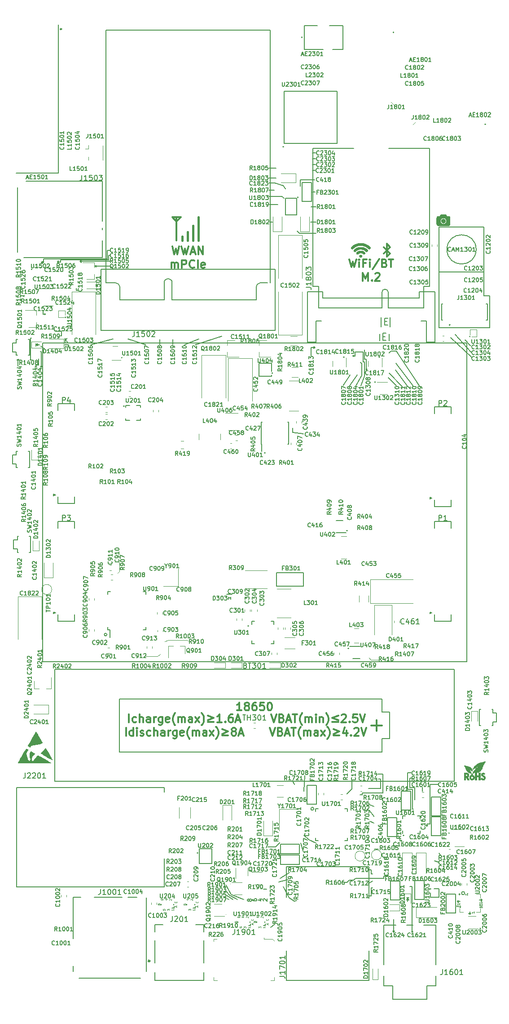
<source format=gbr>
G04 #@! TF.GenerationSoftware,KiCad,Pcbnew,5.0.0*
G04 #@! TF.CreationDate,2018-09-24T15:23:06-04:00*
G04 #@! TF.ProjectId,dvk-mx8m-bsb,64766B2D6D78386D2D6273622E6B6963,v0.1.3*
G04 #@! TF.SameCoordinates,Original*
G04 #@! TF.FileFunction,Legend,Top*
G04 #@! TF.FilePolarity,Positive*
%FSLAX46Y46*%
G04 Gerber Fmt 4.6, Leading zero omitted, Abs format (unit mm)*
G04 Created by KiCad (PCBNEW 5.0.0) date Mon Sep 24 15:23:06 2018*
%MOMM*%
%LPD*%
G01*
G04 APERTURE LIST*
%ADD10C,0.300000*%
%ADD11C,0.150000*%
%ADD12C,0.400000*%
%ADD13C,0.192500*%
%ADD14C,0.100000*%
%ADD15C,0.127000*%
%ADD16C,0.120000*%
%ADD17C,0.050000*%
%ADD18C,0.250000*%
%ADD19C,0.010000*%
G04 APERTURE END LIST*
D10*
X102571428Y-187678571D02*
X101714285Y-187678571D01*
X102142857Y-187678571D02*
X102142857Y-186178571D01*
X102000000Y-186392857D01*
X101857142Y-186535714D01*
X101714285Y-186607142D01*
X103428571Y-186821428D02*
X103285714Y-186750000D01*
X103214285Y-186678571D01*
X103142857Y-186535714D01*
X103142857Y-186464285D01*
X103214285Y-186321428D01*
X103285714Y-186250000D01*
X103428571Y-186178571D01*
X103714285Y-186178571D01*
X103857142Y-186250000D01*
X103928571Y-186321428D01*
X104000000Y-186464285D01*
X104000000Y-186535714D01*
X103928571Y-186678571D01*
X103857142Y-186750000D01*
X103714285Y-186821428D01*
X103428571Y-186821428D01*
X103285714Y-186892857D01*
X103214285Y-186964285D01*
X103142857Y-187107142D01*
X103142857Y-187392857D01*
X103214285Y-187535714D01*
X103285714Y-187607142D01*
X103428571Y-187678571D01*
X103714285Y-187678571D01*
X103857142Y-187607142D01*
X103928571Y-187535714D01*
X104000000Y-187392857D01*
X104000000Y-187107142D01*
X103928571Y-186964285D01*
X103857142Y-186892857D01*
X103714285Y-186821428D01*
X105285714Y-186178571D02*
X105000000Y-186178571D01*
X104857142Y-186250000D01*
X104785714Y-186321428D01*
X104642857Y-186535714D01*
X104571428Y-186821428D01*
X104571428Y-187392857D01*
X104642857Y-187535714D01*
X104714285Y-187607142D01*
X104857142Y-187678571D01*
X105142857Y-187678571D01*
X105285714Y-187607142D01*
X105357142Y-187535714D01*
X105428571Y-187392857D01*
X105428571Y-187035714D01*
X105357142Y-186892857D01*
X105285714Y-186821428D01*
X105142857Y-186750000D01*
X104857142Y-186750000D01*
X104714285Y-186821428D01*
X104642857Y-186892857D01*
X104571428Y-187035714D01*
X106785714Y-186178571D02*
X106071428Y-186178571D01*
X106000000Y-186892857D01*
X106071428Y-186821428D01*
X106214285Y-186750000D01*
X106571428Y-186750000D01*
X106714285Y-186821428D01*
X106785714Y-186892857D01*
X106857142Y-187035714D01*
X106857142Y-187392857D01*
X106785714Y-187535714D01*
X106714285Y-187607142D01*
X106571428Y-187678571D01*
X106214285Y-187678571D01*
X106071428Y-187607142D01*
X106000000Y-187535714D01*
X107785714Y-186178571D02*
X107928571Y-186178571D01*
X108071428Y-186250000D01*
X108142857Y-186321428D01*
X108214285Y-186464285D01*
X108285714Y-186750000D01*
X108285714Y-187107142D01*
X108214285Y-187392857D01*
X108142857Y-187535714D01*
X108071428Y-187607142D01*
X107928571Y-187678571D01*
X107785714Y-187678571D01*
X107642857Y-187607142D01*
X107571428Y-187535714D01*
X107500000Y-187392857D01*
X107428571Y-187107142D01*
X107428571Y-186750000D01*
X107500000Y-186464285D01*
X107571428Y-186321428D01*
X107642857Y-186250000D01*
X107785714Y-186178571D01*
X108142857Y-188403571D02*
X108642857Y-189903571D01*
X109142857Y-188403571D01*
X110142857Y-189117857D02*
X110357142Y-189189285D01*
X110428571Y-189260714D01*
X110500000Y-189403571D01*
X110500000Y-189617857D01*
X110428571Y-189760714D01*
X110357142Y-189832142D01*
X110214285Y-189903571D01*
X109642857Y-189903571D01*
X109642857Y-188403571D01*
X110142857Y-188403571D01*
X110285714Y-188475000D01*
X110357142Y-188546428D01*
X110428571Y-188689285D01*
X110428571Y-188832142D01*
X110357142Y-188975000D01*
X110285714Y-189046428D01*
X110142857Y-189117857D01*
X109642857Y-189117857D01*
X111071428Y-189475000D02*
X111785714Y-189475000D01*
X110928571Y-189903571D02*
X111428571Y-188403571D01*
X111928571Y-189903571D01*
X112214285Y-188403571D02*
X113071428Y-188403571D01*
X112642857Y-189903571D02*
X112642857Y-188403571D01*
X114000000Y-190475000D02*
X113928571Y-190403571D01*
X113785714Y-190189285D01*
X113714285Y-190046428D01*
X113642857Y-189832142D01*
X113571428Y-189475000D01*
X113571428Y-189189285D01*
X113642857Y-188832142D01*
X113714285Y-188617857D01*
X113785714Y-188475000D01*
X113928571Y-188260714D01*
X114000000Y-188189285D01*
X114571428Y-189903571D02*
X114571428Y-188903571D01*
X114571428Y-189046428D02*
X114642857Y-188975000D01*
X114785714Y-188903571D01*
X115000000Y-188903571D01*
X115142857Y-188975000D01*
X115214285Y-189117857D01*
X115214285Y-189903571D01*
X115214285Y-189117857D02*
X115285714Y-188975000D01*
X115428571Y-188903571D01*
X115642857Y-188903571D01*
X115785714Y-188975000D01*
X115857142Y-189117857D01*
X115857142Y-189903571D01*
X116571428Y-189903571D02*
X116571428Y-188903571D01*
X116571428Y-188403571D02*
X116500000Y-188475000D01*
X116571428Y-188546428D01*
X116642857Y-188475000D01*
X116571428Y-188403571D01*
X116571428Y-188546428D01*
X117285714Y-188903571D02*
X117285714Y-189903571D01*
X117285714Y-189046428D02*
X117357142Y-188975000D01*
X117500000Y-188903571D01*
X117714285Y-188903571D01*
X117857142Y-188975000D01*
X117928571Y-189117857D01*
X117928571Y-189903571D01*
X118500000Y-190475000D02*
X118571428Y-190403571D01*
X118714285Y-190189285D01*
X118785714Y-190046428D01*
X118857142Y-189832142D01*
X118928571Y-189475000D01*
X118928571Y-189189285D01*
X118857142Y-188832142D01*
X118785714Y-188617857D01*
X118714285Y-188475000D01*
X118571428Y-188260714D01*
X118500000Y-188189285D01*
X120785714Y-189832142D02*
X119642857Y-189832142D01*
X120785714Y-189546428D02*
X119642857Y-189117857D01*
X120785714Y-188689285D01*
X121428571Y-188546428D02*
X121500000Y-188475000D01*
X121642857Y-188403571D01*
X122000000Y-188403571D01*
X122142857Y-188475000D01*
X122214285Y-188546428D01*
X122285714Y-188689285D01*
X122285714Y-188832142D01*
X122214285Y-189046428D01*
X121357142Y-189903571D01*
X122285714Y-189903571D01*
X122928571Y-189760714D02*
X123000000Y-189832142D01*
X122928571Y-189903571D01*
X122857142Y-189832142D01*
X122928571Y-189760714D01*
X122928571Y-189903571D01*
X124357142Y-188403571D02*
X123642857Y-188403571D01*
X123571428Y-189117857D01*
X123642857Y-189046428D01*
X123785714Y-188975000D01*
X124142857Y-188975000D01*
X124285714Y-189046428D01*
X124357142Y-189117857D01*
X124428571Y-189260714D01*
X124428571Y-189617857D01*
X124357142Y-189760714D01*
X124285714Y-189832142D01*
X124142857Y-189903571D01*
X123785714Y-189903571D01*
X123642857Y-189832142D01*
X123571428Y-189760714D01*
X124857142Y-188403571D02*
X125357142Y-189903571D01*
X125857142Y-188403571D01*
X107892857Y-190953571D02*
X108392857Y-192453571D01*
X108892857Y-190953571D01*
X109892857Y-191667857D02*
X110107142Y-191739285D01*
X110178571Y-191810714D01*
X110250000Y-191953571D01*
X110250000Y-192167857D01*
X110178571Y-192310714D01*
X110107142Y-192382142D01*
X109964285Y-192453571D01*
X109392857Y-192453571D01*
X109392857Y-190953571D01*
X109892857Y-190953571D01*
X110035714Y-191025000D01*
X110107142Y-191096428D01*
X110178571Y-191239285D01*
X110178571Y-191382142D01*
X110107142Y-191525000D01*
X110035714Y-191596428D01*
X109892857Y-191667857D01*
X109392857Y-191667857D01*
X110821428Y-192025000D02*
X111535714Y-192025000D01*
X110678571Y-192453571D02*
X111178571Y-190953571D01*
X111678571Y-192453571D01*
X111964285Y-190953571D02*
X112821428Y-190953571D01*
X112392857Y-192453571D02*
X112392857Y-190953571D01*
X113750000Y-193025000D02*
X113678571Y-192953571D01*
X113535714Y-192739285D01*
X113464285Y-192596428D01*
X113392857Y-192382142D01*
X113321428Y-192025000D01*
X113321428Y-191739285D01*
X113392857Y-191382142D01*
X113464285Y-191167857D01*
X113535714Y-191025000D01*
X113678571Y-190810714D01*
X113750000Y-190739285D01*
X114321428Y-192453571D02*
X114321428Y-191453571D01*
X114321428Y-191596428D02*
X114392857Y-191525000D01*
X114535714Y-191453571D01*
X114750000Y-191453571D01*
X114892857Y-191525000D01*
X114964285Y-191667857D01*
X114964285Y-192453571D01*
X114964285Y-191667857D02*
X115035714Y-191525000D01*
X115178571Y-191453571D01*
X115392857Y-191453571D01*
X115535714Y-191525000D01*
X115607142Y-191667857D01*
X115607142Y-192453571D01*
X116964285Y-192453571D02*
X116964285Y-191667857D01*
X116892857Y-191525000D01*
X116750000Y-191453571D01*
X116464285Y-191453571D01*
X116321428Y-191525000D01*
X116964285Y-192382142D02*
X116821428Y-192453571D01*
X116464285Y-192453571D01*
X116321428Y-192382142D01*
X116250000Y-192239285D01*
X116250000Y-192096428D01*
X116321428Y-191953571D01*
X116464285Y-191882142D01*
X116821428Y-191882142D01*
X116964285Y-191810714D01*
X117535714Y-192453571D02*
X118321428Y-191453571D01*
X117535714Y-191453571D02*
X118321428Y-192453571D01*
X118750000Y-193025000D02*
X118821428Y-192953571D01*
X118964285Y-192739285D01*
X119035714Y-192596428D01*
X119107142Y-192382142D01*
X119178571Y-192025000D01*
X119178571Y-191739285D01*
X119107142Y-191382142D01*
X119035714Y-191167857D01*
X118964285Y-191025000D01*
X118821428Y-190810714D01*
X118750000Y-190739285D01*
X119892857Y-192382142D02*
X121035714Y-192382142D01*
X119892857Y-192096428D02*
X121035714Y-191667857D01*
X119892857Y-191239285D01*
X122392857Y-191453571D02*
X122392857Y-192453571D01*
X122035714Y-190882142D02*
X121678571Y-191953571D01*
X122607142Y-191953571D01*
X123178571Y-192310714D02*
X123250000Y-192382142D01*
X123178571Y-192453571D01*
X123107142Y-192382142D01*
X123178571Y-192310714D01*
X123178571Y-192453571D01*
X123821428Y-191096428D02*
X123892857Y-191025000D01*
X124035714Y-190953571D01*
X124392857Y-190953571D01*
X124535714Y-191025000D01*
X124607142Y-191096428D01*
X124678571Y-191239285D01*
X124678571Y-191382142D01*
X124607142Y-191596428D01*
X123750000Y-192453571D01*
X124678571Y-192453571D01*
X125107142Y-190953571D02*
X125607142Y-192453571D01*
X126107142Y-190953571D01*
X81321428Y-189903571D02*
X81321428Y-188403571D01*
X82678571Y-189832142D02*
X82535714Y-189903571D01*
X82250000Y-189903571D01*
X82107142Y-189832142D01*
X82035714Y-189760714D01*
X81964285Y-189617857D01*
X81964285Y-189189285D01*
X82035714Y-189046428D01*
X82107142Y-188975000D01*
X82250000Y-188903571D01*
X82535714Y-188903571D01*
X82678571Y-188975000D01*
X83321428Y-189903571D02*
X83321428Y-188403571D01*
X83964285Y-189903571D02*
X83964285Y-189117857D01*
X83892857Y-188975000D01*
X83750000Y-188903571D01*
X83535714Y-188903571D01*
X83392857Y-188975000D01*
X83321428Y-189046428D01*
X85321428Y-189903571D02*
X85321428Y-189117857D01*
X85250000Y-188975000D01*
X85107142Y-188903571D01*
X84821428Y-188903571D01*
X84678571Y-188975000D01*
X85321428Y-189832142D02*
X85178571Y-189903571D01*
X84821428Y-189903571D01*
X84678571Y-189832142D01*
X84607142Y-189689285D01*
X84607142Y-189546428D01*
X84678571Y-189403571D01*
X84821428Y-189332142D01*
X85178571Y-189332142D01*
X85321428Y-189260714D01*
X86035714Y-189903571D02*
X86035714Y-188903571D01*
X86035714Y-189189285D02*
X86107142Y-189046428D01*
X86178571Y-188975000D01*
X86321428Y-188903571D01*
X86464285Y-188903571D01*
X87607142Y-188903571D02*
X87607142Y-190117857D01*
X87535714Y-190260714D01*
X87464285Y-190332142D01*
X87321428Y-190403571D01*
X87107142Y-190403571D01*
X86964285Y-190332142D01*
X87607142Y-189832142D02*
X87464285Y-189903571D01*
X87178571Y-189903571D01*
X87035714Y-189832142D01*
X86964285Y-189760714D01*
X86892857Y-189617857D01*
X86892857Y-189189285D01*
X86964285Y-189046428D01*
X87035714Y-188975000D01*
X87178571Y-188903571D01*
X87464285Y-188903571D01*
X87607142Y-188975000D01*
X88892857Y-189832142D02*
X88750000Y-189903571D01*
X88464285Y-189903571D01*
X88321428Y-189832142D01*
X88250000Y-189689285D01*
X88250000Y-189117857D01*
X88321428Y-188975000D01*
X88464285Y-188903571D01*
X88750000Y-188903571D01*
X88892857Y-188975000D01*
X88964285Y-189117857D01*
X88964285Y-189260714D01*
X88250000Y-189403571D01*
X90035714Y-190475000D02*
X89964285Y-190403571D01*
X89821428Y-190189285D01*
X89750000Y-190046428D01*
X89678571Y-189832142D01*
X89607142Y-189475000D01*
X89607142Y-189189285D01*
X89678571Y-188832142D01*
X89750000Y-188617857D01*
X89821428Y-188475000D01*
X89964285Y-188260714D01*
X90035714Y-188189285D01*
X90607142Y-189903571D02*
X90607142Y-188903571D01*
X90607142Y-189046428D02*
X90678571Y-188975000D01*
X90821428Y-188903571D01*
X91035714Y-188903571D01*
X91178571Y-188975000D01*
X91250000Y-189117857D01*
X91250000Y-189903571D01*
X91250000Y-189117857D02*
X91321428Y-188975000D01*
X91464285Y-188903571D01*
X91678571Y-188903571D01*
X91821428Y-188975000D01*
X91892857Y-189117857D01*
X91892857Y-189903571D01*
X93250000Y-189903571D02*
X93250000Y-189117857D01*
X93178571Y-188975000D01*
X93035714Y-188903571D01*
X92750000Y-188903571D01*
X92607142Y-188975000D01*
X93250000Y-189832142D02*
X93107142Y-189903571D01*
X92750000Y-189903571D01*
X92607142Y-189832142D01*
X92535714Y-189689285D01*
X92535714Y-189546428D01*
X92607142Y-189403571D01*
X92750000Y-189332142D01*
X93107142Y-189332142D01*
X93250000Y-189260714D01*
X93821428Y-189903571D02*
X94607142Y-188903571D01*
X93821428Y-188903571D02*
X94607142Y-189903571D01*
X95035714Y-190475000D02*
X95107142Y-190403571D01*
X95250000Y-190189285D01*
X95321428Y-190046428D01*
X95392857Y-189832142D01*
X95464285Y-189475000D01*
X95464285Y-189189285D01*
X95392857Y-188832142D01*
X95321428Y-188617857D01*
X95250000Y-188475000D01*
X95107142Y-188260714D01*
X95035714Y-188189285D01*
X96178571Y-189832142D02*
X97321428Y-189832142D01*
X96178571Y-189546428D02*
X97321428Y-189117857D01*
X96178571Y-188689285D01*
X98821428Y-189903571D02*
X97964285Y-189903571D01*
X98392857Y-189903571D02*
X98392857Y-188403571D01*
X98250000Y-188617857D01*
X98107142Y-188760714D01*
X97964285Y-188832142D01*
X99464285Y-189760714D02*
X99535714Y-189832142D01*
X99464285Y-189903571D01*
X99392857Y-189832142D01*
X99464285Y-189760714D01*
X99464285Y-189903571D01*
X100821428Y-188403571D02*
X100535714Y-188403571D01*
X100392857Y-188475000D01*
X100321428Y-188546428D01*
X100178571Y-188760714D01*
X100107142Y-189046428D01*
X100107142Y-189617857D01*
X100178571Y-189760714D01*
X100250000Y-189832142D01*
X100392857Y-189903571D01*
X100678571Y-189903571D01*
X100821428Y-189832142D01*
X100892857Y-189760714D01*
X100964285Y-189617857D01*
X100964285Y-189260714D01*
X100892857Y-189117857D01*
X100821428Y-189046428D01*
X100678571Y-188975000D01*
X100392857Y-188975000D01*
X100250000Y-189046428D01*
X100178571Y-189117857D01*
X100107142Y-189260714D01*
X101535714Y-189475000D02*
X102250000Y-189475000D01*
X101392857Y-189903571D02*
X101892857Y-188403571D01*
X102392857Y-189903571D01*
X80749999Y-192453571D02*
X80749999Y-190953571D01*
X82107142Y-192453571D02*
X82107142Y-190953571D01*
X82107142Y-192382142D02*
X81964285Y-192453571D01*
X81678571Y-192453571D01*
X81535714Y-192382142D01*
X81464285Y-192310714D01*
X81392857Y-192167857D01*
X81392857Y-191739285D01*
X81464285Y-191596428D01*
X81535714Y-191525000D01*
X81678571Y-191453571D01*
X81964285Y-191453571D01*
X82107142Y-191525000D01*
X82821428Y-192453571D02*
X82821428Y-191453571D01*
X82821428Y-190953571D02*
X82749999Y-191025000D01*
X82821428Y-191096428D01*
X82892857Y-191025000D01*
X82821428Y-190953571D01*
X82821428Y-191096428D01*
X83464285Y-192382142D02*
X83607142Y-192453571D01*
X83892857Y-192453571D01*
X84035714Y-192382142D01*
X84107142Y-192239285D01*
X84107142Y-192167857D01*
X84035714Y-192025000D01*
X83892857Y-191953571D01*
X83678571Y-191953571D01*
X83535714Y-191882142D01*
X83464285Y-191739285D01*
X83464285Y-191667857D01*
X83535714Y-191525000D01*
X83678571Y-191453571D01*
X83892857Y-191453571D01*
X84035714Y-191525000D01*
X85392857Y-192382142D02*
X85249999Y-192453571D01*
X84964285Y-192453571D01*
X84821428Y-192382142D01*
X84749999Y-192310714D01*
X84678571Y-192167857D01*
X84678571Y-191739285D01*
X84749999Y-191596428D01*
X84821428Y-191525000D01*
X84964285Y-191453571D01*
X85249999Y-191453571D01*
X85392857Y-191525000D01*
X86035714Y-192453571D02*
X86035714Y-190953571D01*
X86678571Y-192453571D02*
X86678571Y-191667857D01*
X86607142Y-191525000D01*
X86464285Y-191453571D01*
X86249999Y-191453571D01*
X86107142Y-191525000D01*
X86035714Y-191596428D01*
X88035714Y-192453571D02*
X88035714Y-191667857D01*
X87964285Y-191525000D01*
X87821428Y-191453571D01*
X87535714Y-191453571D01*
X87392857Y-191525000D01*
X88035714Y-192382142D02*
X87892857Y-192453571D01*
X87535714Y-192453571D01*
X87392857Y-192382142D01*
X87321428Y-192239285D01*
X87321428Y-192096428D01*
X87392857Y-191953571D01*
X87535714Y-191882142D01*
X87892857Y-191882142D01*
X88035714Y-191810714D01*
X88749999Y-192453571D02*
X88749999Y-191453571D01*
X88749999Y-191739285D02*
X88821428Y-191596428D01*
X88892857Y-191525000D01*
X89035714Y-191453571D01*
X89178571Y-191453571D01*
X90321428Y-191453571D02*
X90321428Y-192667857D01*
X90250000Y-192810714D01*
X90178571Y-192882142D01*
X90035714Y-192953571D01*
X89821428Y-192953571D01*
X89678571Y-192882142D01*
X90321428Y-192382142D02*
X90178571Y-192453571D01*
X89892857Y-192453571D01*
X89750000Y-192382142D01*
X89678571Y-192310714D01*
X89607142Y-192167857D01*
X89607142Y-191739285D01*
X89678571Y-191596428D01*
X89750000Y-191525000D01*
X89892857Y-191453571D01*
X90178571Y-191453571D01*
X90321428Y-191525000D01*
X91607142Y-192382142D02*
X91464285Y-192453571D01*
X91178571Y-192453571D01*
X91035714Y-192382142D01*
X90964285Y-192239285D01*
X90964285Y-191667857D01*
X91035714Y-191525000D01*
X91178571Y-191453571D01*
X91464285Y-191453571D01*
X91607142Y-191525000D01*
X91678571Y-191667857D01*
X91678571Y-191810714D01*
X90964285Y-191953571D01*
X92749999Y-193025000D02*
X92678571Y-192953571D01*
X92535714Y-192739285D01*
X92464285Y-192596428D01*
X92392857Y-192382142D01*
X92321428Y-192025000D01*
X92321428Y-191739285D01*
X92392857Y-191382142D01*
X92464285Y-191167857D01*
X92535714Y-191025000D01*
X92678571Y-190810714D01*
X92749999Y-190739285D01*
X93321428Y-192453571D02*
X93321428Y-191453571D01*
X93321428Y-191596428D02*
X93392857Y-191525000D01*
X93535714Y-191453571D01*
X93749999Y-191453571D01*
X93892857Y-191525000D01*
X93964285Y-191667857D01*
X93964285Y-192453571D01*
X93964285Y-191667857D02*
X94035714Y-191525000D01*
X94178571Y-191453571D01*
X94392857Y-191453571D01*
X94535714Y-191525000D01*
X94607142Y-191667857D01*
X94607142Y-192453571D01*
X95964285Y-192453571D02*
X95964285Y-191667857D01*
X95892857Y-191525000D01*
X95749999Y-191453571D01*
X95464285Y-191453571D01*
X95321428Y-191525000D01*
X95964285Y-192382142D02*
X95821428Y-192453571D01*
X95464285Y-192453571D01*
X95321428Y-192382142D01*
X95249999Y-192239285D01*
X95249999Y-192096428D01*
X95321428Y-191953571D01*
X95464285Y-191882142D01*
X95821428Y-191882142D01*
X95964285Y-191810714D01*
X96535714Y-192453571D02*
X97321428Y-191453571D01*
X96535714Y-191453571D02*
X97321428Y-192453571D01*
X97749999Y-193025000D02*
X97821428Y-192953571D01*
X97964285Y-192739285D01*
X98035714Y-192596428D01*
X98107142Y-192382142D01*
X98178571Y-192025000D01*
X98178571Y-191739285D01*
X98107142Y-191382142D01*
X98035714Y-191167857D01*
X97964285Y-191025000D01*
X97821428Y-190810714D01*
X97749999Y-190739285D01*
X98892857Y-192382142D02*
X100035714Y-192382142D01*
X98892857Y-192096428D02*
X100035714Y-191667857D01*
X98892857Y-191239285D01*
X100964285Y-191596428D02*
X100821428Y-191525000D01*
X100750000Y-191453571D01*
X100678571Y-191310714D01*
X100678571Y-191239285D01*
X100750000Y-191096428D01*
X100821428Y-191025000D01*
X100964285Y-190953571D01*
X101250000Y-190953571D01*
X101392857Y-191025000D01*
X101464285Y-191096428D01*
X101535714Y-191239285D01*
X101535714Y-191310714D01*
X101464285Y-191453571D01*
X101392857Y-191525000D01*
X101250000Y-191596428D01*
X100964285Y-191596428D01*
X100821428Y-191667857D01*
X100750000Y-191739285D01*
X100678571Y-191882142D01*
X100678571Y-192167857D01*
X100750000Y-192310714D01*
X100821428Y-192382142D01*
X100964285Y-192453571D01*
X101250000Y-192453571D01*
X101392857Y-192382142D01*
X101464285Y-192310714D01*
X101535714Y-192167857D01*
X101535714Y-191882142D01*
X101464285Y-191739285D01*
X101392857Y-191667857D01*
X101250000Y-191596428D01*
X102107142Y-192025000D02*
X102821428Y-192025000D01*
X101964285Y-192453571D02*
X102464285Y-190953571D01*
X102964285Y-192453571D01*
D11*
X132650000Y-212375000D02*
X132800000Y-212225000D01*
X132650000Y-212075000D02*
X132650000Y-212375000D01*
X132800000Y-212225000D02*
X132650000Y-212075000D01*
X132450000Y-212225000D02*
X132800000Y-212225000D01*
X132450000Y-211875000D02*
X132450000Y-212225000D01*
X125300000Y-203600000D02*
X124900000Y-203600000D01*
X125300000Y-203200000D02*
X125300000Y-203600000D01*
X122400000Y-220100000D02*
X122050000Y-220100000D01*
X122850000Y-219650000D02*
X122400000Y-220100000D01*
X123700000Y-219650000D02*
X122850000Y-219650000D01*
X124050000Y-219300000D02*
X123700000Y-219650000D01*
X129350000Y-219300000D02*
X124050000Y-219300000D01*
X129350000Y-218860000D02*
X129350000Y-219300000D01*
X130150000Y-218860000D02*
X129350000Y-218860000D01*
X130330000Y-218680000D02*
X130150000Y-218860000D01*
X113700000Y-212650000D02*
X114150000Y-214150000D01*
X139700000Y-216250000D02*
X138950000Y-216000000D01*
X140050000Y-214900000D02*
X139750000Y-214550000D01*
X137680000Y-209300000D02*
X137500000Y-209480000D01*
X137320000Y-209300000D02*
X137680000Y-209300000D01*
X137500000Y-209480000D02*
X137320000Y-209300000D01*
X137500000Y-209100000D02*
X137500000Y-209480000D01*
X138110000Y-209100000D02*
X137500000Y-209100000D01*
X138110000Y-201600000D02*
X138110000Y-209100000D01*
X139590000Y-201600000D02*
X138110000Y-201600000D01*
D10*
X91100000Y-94800000D02*
X90300000Y-95600000D01*
X89500000Y-94800000D02*
X91100000Y-94800000D01*
X90300000Y-95600000D02*
X89500000Y-94800000D01*
X90300000Y-99200000D02*
X90300000Y-94800000D01*
D12*
X94400000Y-99200000D02*
X94400000Y-94800000D01*
X93400000Y-99200000D02*
X93400000Y-96400000D01*
X92400000Y-99200000D02*
X92400000Y-97600000D01*
X91400000Y-99200000D02*
X91400000Y-98400000D01*
D10*
X130600000Y-100400000D02*
X129400000Y-101600000D01*
X130000000Y-99800000D02*
X130600000Y-100400000D01*
X130000000Y-102200000D02*
X130000000Y-99800000D01*
X130600000Y-101600000D02*
X130000000Y-102200000D01*
X129400000Y-100400000D02*
X130600000Y-101600000D01*
X89521428Y-100303571D02*
X89878571Y-101803571D01*
X90164285Y-100732142D01*
X90450000Y-101803571D01*
X90807142Y-100303571D01*
X91235714Y-100303571D02*
X91592857Y-101803571D01*
X91878571Y-100732142D01*
X92164285Y-101803571D01*
X92521428Y-100303571D01*
X93021428Y-101375000D02*
X93735714Y-101375000D01*
X92878571Y-101803571D02*
X93378571Y-100303571D01*
X93878571Y-101803571D01*
X94378571Y-101803571D02*
X94378571Y-100303571D01*
X95235714Y-101803571D01*
X95235714Y-100303571D01*
X89307142Y-104353571D02*
X89307142Y-103353571D01*
X89307142Y-103496428D02*
X89378571Y-103425000D01*
X89521428Y-103353571D01*
X89735714Y-103353571D01*
X89878571Y-103425000D01*
X89950000Y-103567857D01*
X89950000Y-104353571D01*
X89950000Y-103567857D02*
X90021428Y-103425000D01*
X90164285Y-103353571D01*
X90378571Y-103353571D01*
X90521428Y-103425000D01*
X90592857Y-103567857D01*
X90592857Y-104353571D01*
X91307142Y-104353571D02*
X91307142Y-102853571D01*
X91878571Y-102853571D01*
X92021428Y-102925000D01*
X92092857Y-102996428D01*
X92164285Y-103139285D01*
X92164285Y-103353571D01*
X92092857Y-103496428D01*
X92021428Y-103567857D01*
X91878571Y-103639285D01*
X91307142Y-103639285D01*
X93664285Y-104210714D02*
X93592857Y-104282142D01*
X93378571Y-104353571D01*
X93235714Y-104353571D01*
X93021428Y-104282142D01*
X92878571Y-104139285D01*
X92807142Y-103996428D01*
X92735714Y-103710714D01*
X92735714Y-103496428D01*
X92807142Y-103210714D01*
X92878571Y-103067857D01*
X93021428Y-102925000D01*
X93235714Y-102853571D01*
X93378571Y-102853571D01*
X93592857Y-102925000D01*
X93664285Y-102996428D01*
X94307142Y-104353571D02*
X94307142Y-102853571D01*
X95592857Y-104282142D02*
X95450000Y-104353571D01*
X95164285Y-104353571D01*
X95021428Y-104282142D01*
X94950000Y-104139285D01*
X94950000Y-103567857D01*
X95021428Y-103425000D01*
X95164285Y-103353571D01*
X95450000Y-103353571D01*
X95592857Y-103425000D01*
X95664285Y-103567857D01*
X95664285Y-103710714D01*
X94950000Y-103853571D01*
X122892857Y-102703571D02*
X123250000Y-104203571D01*
X123535714Y-103132142D01*
X123821428Y-104203571D01*
X124178571Y-102703571D01*
X124750000Y-104203571D02*
X124750000Y-103203571D01*
X124750000Y-102703571D02*
X124678571Y-102775000D01*
X124750000Y-102846428D01*
X124821428Y-102775000D01*
X124750000Y-102703571D01*
X124750000Y-102846428D01*
X125964285Y-103417857D02*
X125464285Y-103417857D01*
X125464285Y-104203571D02*
X125464285Y-102703571D01*
X126178571Y-102703571D01*
X126750000Y-104203571D02*
X126750000Y-103203571D01*
X126750000Y-102703571D02*
X126678571Y-102775000D01*
X126750000Y-102846428D01*
X126821428Y-102775000D01*
X126750000Y-102703571D01*
X126750000Y-102846428D01*
X128535714Y-102632142D02*
X127250000Y-104560714D01*
X129535714Y-103417857D02*
X129750000Y-103489285D01*
X129821428Y-103560714D01*
X129892857Y-103703571D01*
X129892857Y-103917857D01*
X129821428Y-104060714D01*
X129750000Y-104132142D01*
X129607142Y-104203571D01*
X129035714Y-104203571D01*
X129035714Y-102703571D01*
X129535714Y-102703571D01*
X129678571Y-102775000D01*
X129750000Y-102846428D01*
X129821428Y-102989285D01*
X129821428Y-103132142D01*
X129750000Y-103275000D01*
X129678571Y-103346428D01*
X129535714Y-103417857D01*
X129035714Y-103417857D01*
X130321428Y-102703571D02*
X131178571Y-102703571D01*
X130750000Y-104203571D02*
X130750000Y-102703571D01*
X125428571Y-106753571D02*
X125428571Y-105253571D01*
X125928571Y-106325000D01*
X126428571Y-105253571D01*
X126428571Y-106753571D01*
X127142857Y-106610714D02*
X127214285Y-106682142D01*
X127142857Y-106753571D01*
X127071428Y-106682142D01*
X127142857Y-106610714D01*
X127142857Y-106753571D01*
X127785714Y-105396428D02*
X127857142Y-105325000D01*
X128000000Y-105253571D01*
X128357142Y-105253571D01*
X128500000Y-105325000D01*
X128571428Y-105396428D01*
X128642857Y-105539285D01*
X128642857Y-105682142D01*
X128571428Y-105896428D01*
X127714285Y-106753571D01*
X128642857Y-106753571D01*
D11*
X133660000Y-222960000D02*
X134140000Y-222960000D01*
X134080000Y-223370000D02*
X133900000Y-223010000D01*
X133720000Y-223370000D02*
X134080000Y-223370000D01*
X133900000Y-223010000D02*
X133720000Y-223370000D01*
X133900000Y-223600000D02*
X133900000Y-223010000D01*
X134900000Y-229300000D02*
X134750000Y-229450000D01*
X134600000Y-229300000D02*
X134900000Y-229300000D01*
X134750000Y-229450000D02*
X134600000Y-229300000D01*
X134750000Y-220800000D02*
X134750000Y-229450000D01*
X134250000Y-220800000D02*
X134750000Y-220800000D01*
X126700000Y-206500000D02*
X127500000Y-207650000D01*
X126730000Y-208520000D02*
X127510000Y-208860000D01*
X126700000Y-205390000D02*
X127510000Y-205730000D01*
X131050000Y-229250000D02*
X131250000Y-229450000D01*
X131450000Y-229250000D02*
X131050000Y-229250000D01*
X131250000Y-229450000D02*
X131450000Y-229250000D01*
X131250000Y-227000000D02*
X131250000Y-229450000D01*
X108950000Y-213400000D02*
X109850000Y-212500000D01*
X107500000Y-213400000D02*
X108950000Y-213400000D01*
X112070000Y-200880000D02*
X112500000Y-201640000D01*
X114500000Y-199900000D02*
X114300000Y-202900000D01*
X106701666Y-223570000D02*
X106665000Y-223533333D01*
X106628333Y-223460000D01*
X106628333Y-223276666D01*
X106665000Y-223203333D01*
X106701666Y-223166666D01*
X106775000Y-223130000D01*
X106848333Y-223130000D01*
X106958333Y-223166666D01*
X107398333Y-223606666D01*
X107398333Y-223130000D01*
X105935000Y-223203333D02*
X106448333Y-223203333D01*
X105641666Y-223386666D02*
X106191666Y-223570000D01*
X106191666Y-223093333D01*
X104628333Y-223203333D02*
X104628333Y-223350000D01*
X104665000Y-223423333D01*
X104701666Y-223460000D01*
X104811666Y-223533333D01*
X104958333Y-223570000D01*
X105251666Y-223570000D01*
X105325000Y-223533333D01*
X105361666Y-223496666D01*
X105398333Y-223423333D01*
X105398333Y-223276666D01*
X105361666Y-223203333D01*
X105325000Y-223166666D01*
X105251666Y-223130000D01*
X105068333Y-223130000D01*
X104995000Y-223166666D01*
X104958333Y-223203333D01*
X104921666Y-223276666D01*
X104921666Y-223423333D01*
X104958333Y-223496666D01*
X104995000Y-223533333D01*
X105068333Y-223570000D01*
X104008333Y-223473333D02*
X103971666Y-223546666D01*
X103935000Y-223583333D01*
X103861666Y-223620000D01*
X103825000Y-223620000D01*
X103751666Y-223583333D01*
X103715000Y-223546666D01*
X103678333Y-223473333D01*
X103678333Y-223326666D01*
X103715000Y-223253333D01*
X103751666Y-223216666D01*
X103825000Y-223180000D01*
X103861666Y-223180000D01*
X103935000Y-223216666D01*
X103971666Y-223253333D01*
X104008333Y-223326666D01*
X104008333Y-223473333D01*
X104045000Y-223546666D01*
X104081666Y-223583333D01*
X104155000Y-223620000D01*
X104301666Y-223620000D01*
X104375000Y-223583333D01*
X104411666Y-223546666D01*
X104448333Y-223473333D01*
X104448333Y-223326666D01*
X104411666Y-223253333D01*
X104375000Y-223216666D01*
X104301666Y-223180000D01*
X104155000Y-223180000D01*
X104081666Y-223216666D01*
X104045000Y-223253333D01*
X104008333Y-223326666D01*
X104345000Y-221258333D02*
X104088333Y-220891666D01*
X103905000Y-221258333D02*
X103905000Y-220488333D01*
X104198333Y-220488333D01*
X104271666Y-220525000D01*
X104308333Y-220561666D01*
X104345000Y-220635000D01*
X104345000Y-220745000D01*
X104308333Y-220818333D01*
X104271666Y-220855000D01*
X104198333Y-220891666D01*
X103905000Y-220891666D01*
X105078333Y-221258333D02*
X104638333Y-221258333D01*
X104858333Y-221258333D02*
X104858333Y-220488333D01*
X104785000Y-220598333D01*
X104711666Y-220671666D01*
X104638333Y-220708333D01*
X105445000Y-221258333D02*
X105591666Y-221258333D01*
X105665000Y-221221666D01*
X105701666Y-221185000D01*
X105775000Y-221075000D01*
X105811666Y-220928333D01*
X105811666Y-220635000D01*
X105775000Y-220561666D01*
X105738333Y-220525000D01*
X105665000Y-220488333D01*
X105518333Y-220488333D01*
X105445000Y-220525000D01*
X105408333Y-220561666D01*
X105371666Y-220635000D01*
X105371666Y-220818333D01*
X105408333Y-220891666D01*
X105445000Y-220928333D01*
X105518333Y-220965000D01*
X105665000Y-220965000D01*
X105738333Y-220928333D01*
X105775000Y-220891666D01*
X105811666Y-220818333D01*
X106288333Y-220488333D02*
X106361666Y-220488333D01*
X106435000Y-220525000D01*
X106471666Y-220561666D01*
X106508333Y-220635000D01*
X106545000Y-220781666D01*
X106545000Y-220965000D01*
X106508333Y-221111666D01*
X106471666Y-221185000D01*
X106435000Y-221221666D01*
X106361666Y-221258333D01*
X106288333Y-221258333D01*
X106215000Y-221221666D01*
X106178333Y-221185000D01*
X106141666Y-221111666D01*
X106105000Y-220965000D01*
X106105000Y-220781666D01*
X106141666Y-220635000D01*
X106178333Y-220561666D01*
X106215000Y-220525000D01*
X106288333Y-220488333D01*
X106691666Y-221331666D02*
X107278333Y-221331666D01*
X65000000Y-103500000D02*
X64800000Y-103300000D01*
X65000000Y-103100000D02*
X65000000Y-103500000D01*
X64800000Y-103300000D02*
X65000000Y-103100000D01*
X65200000Y-103300000D02*
X64800000Y-103300000D01*
X65200000Y-102600000D02*
X65200000Y-103300000D01*
X77200000Y-102600000D02*
X65200000Y-102600000D01*
X77200000Y-101000000D02*
X77200000Y-102600000D01*
X77700000Y-101000000D02*
X77200000Y-101000000D01*
X77500000Y-102000000D02*
X77700000Y-102000000D01*
X77500000Y-102800000D02*
X77500000Y-102000000D01*
X68400000Y-102800000D02*
X77500000Y-102800000D01*
X68000000Y-103400000D02*
X67800000Y-103200000D01*
X68000000Y-103000000D02*
X68000000Y-103400000D01*
X67800000Y-103200000D02*
X68000000Y-103000000D01*
X68400000Y-103200000D02*
X68400000Y-102800000D01*
X67800000Y-103200000D02*
X68400000Y-103200000D01*
X72300000Y-103300000D02*
X72100000Y-103100000D01*
X72300000Y-102900000D02*
X72300000Y-103300000D01*
X72100000Y-103100000D02*
X72300000Y-102900000D01*
X72100000Y-103100000D02*
X77700000Y-103100000D01*
X75100000Y-104200000D02*
X74900000Y-104000000D01*
X75100000Y-103800000D02*
X75100000Y-104200000D01*
X74900000Y-104000000D02*
X75100000Y-103800000D01*
X77700000Y-104000000D02*
X74900000Y-104000000D01*
X126250000Y-123350000D02*
X126100000Y-123550000D01*
X125950000Y-123350000D02*
X126250000Y-123350000D01*
X126100000Y-123550000D02*
X125950000Y-123350000D01*
X125750000Y-121500000D02*
X125750000Y-119750000D01*
X126100000Y-121500000D02*
X125750000Y-121500000D01*
X126100000Y-123550000D02*
X126100000Y-121500000D01*
X116200000Y-119450000D02*
X116400000Y-119300000D01*
X116200000Y-119150000D02*
X116200000Y-119450000D01*
X116400000Y-119300000D02*
X116200000Y-119150000D01*
X115650000Y-119300000D02*
X116400000Y-119300000D01*
X115650000Y-120850000D02*
X115650000Y-119300000D01*
X123700000Y-121050000D02*
X123550000Y-120900000D01*
X123700000Y-120750000D02*
X123700000Y-121050000D01*
X123550000Y-120900000D02*
X123700000Y-120750000D01*
X124000000Y-120900000D02*
X123550000Y-120900000D01*
X124000000Y-120150000D02*
X124000000Y-120900000D01*
X60600000Y-121700000D02*
X60400000Y-121500000D01*
X60200000Y-121700000D02*
X60600000Y-121700000D01*
X60400000Y-121500000D02*
X60200000Y-121700000D01*
X60400000Y-121500000D02*
X60400000Y-122800000D01*
X63900000Y-122850000D02*
X63750000Y-123000000D01*
X63600000Y-122850000D02*
X63900000Y-122850000D01*
X63750000Y-123000000D02*
X63600000Y-122850000D01*
X63750000Y-122650000D02*
X63750000Y-123000000D01*
X64250000Y-122650000D02*
X63750000Y-122650000D01*
X64250000Y-121450000D02*
X64250000Y-122650000D01*
X64950000Y-122850000D02*
X64800000Y-123050000D01*
X64650000Y-122850000D02*
X64950000Y-122850000D01*
X64800000Y-123050000D02*
X64650000Y-122850000D01*
X64800000Y-120050000D02*
X64800000Y-123050000D01*
X64650000Y-120050000D02*
X64800000Y-120050000D01*
X70050000Y-119050000D02*
X69900000Y-119200000D01*
X69750000Y-119050000D02*
X70050000Y-119050000D01*
X69900000Y-119200000D02*
X69750000Y-119050000D01*
X69900000Y-118850000D02*
X69150000Y-118850000D01*
X69900000Y-119200000D02*
X69900000Y-118850000D01*
D13*
X69223333Y-118323333D02*
X69223333Y-117553333D01*
X69663333Y-118323333D02*
X69333333Y-117883333D01*
X69663333Y-117553333D02*
X69223333Y-117993333D01*
D11*
X65350000Y-119550000D02*
X64700000Y-119100000D01*
X62900000Y-121600000D02*
X62775000Y-121725000D01*
X62650000Y-121600000D02*
X62900000Y-121600000D01*
X62775000Y-121725000D02*
X62650000Y-121600000D01*
X61450000Y-109725000D02*
X61600000Y-109600000D01*
X61450000Y-109475000D02*
X61450000Y-109725000D01*
X61600000Y-109600000D02*
X61450000Y-109475000D01*
X65425000Y-113175000D02*
X65550000Y-113050000D01*
X65425000Y-112925000D02*
X65425000Y-113175000D01*
X65550000Y-113050000D02*
X65425000Y-112925000D01*
X63800000Y-118525000D02*
X63800000Y-119050000D01*
X64100000Y-119000000D02*
X63850000Y-118800000D01*
X64100000Y-118525000D02*
X64100000Y-119000000D01*
X63850000Y-118775000D02*
X64100000Y-118525000D01*
X64450000Y-118775000D02*
X63800000Y-118775000D01*
X62775000Y-117550000D02*
X62875000Y-117550000D01*
X62775000Y-121725000D02*
X62775000Y-117550000D01*
X71400000Y-108550000D02*
X71600000Y-108550000D01*
X71400000Y-108150000D02*
X71400000Y-108550000D01*
X60950000Y-109600000D02*
X61600000Y-109600000D01*
X65150000Y-113050000D02*
X65550000Y-113050000D01*
X65150000Y-112450000D02*
X65150000Y-113050000D01*
X68600000Y-116300000D02*
X67450000Y-116300000D01*
X68600000Y-117100000D02*
X68600000Y-116300000D01*
X68350000Y-117100000D02*
X68600000Y-117100000D01*
X127000000Y-218500000D02*
X127300000Y-218500000D01*
X127000000Y-217700000D02*
X127000000Y-218500000D01*
X126550000Y-217700000D02*
X127000000Y-217700000D01*
X127000000Y-221100000D02*
X127300000Y-221100000D01*
X127000000Y-222600000D02*
X127000000Y-221100000D01*
X126430000Y-222600000D02*
X127000000Y-222600000D01*
X126450000Y-220300000D02*
X127300000Y-219850000D01*
X134800000Y-206300000D02*
X135000000Y-206300000D01*
X134800000Y-202550000D02*
X134800000Y-206300000D01*
X133900000Y-202550000D02*
X134800000Y-202550000D01*
X133900000Y-199450000D02*
X133900000Y-202550000D01*
X134550000Y-199450000D02*
X133900000Y-199450000D01*
X135200000Y-202250000D02*
X135200000Y-204500000D01*
X134300000Y-202250000D02*
X135200000Y-202250000D01*
X134300000Y-200450000D02*
X134300000Y-202250000D01*
X134600000Y-200450000D02*
X134300000Y-200450000D01*
X136700000Y-202100000D02*
X136700000Y-202900000D01*
X129200000Y-203200000D02*
X125300000Y-203200000D01*
X129200000Y-199650000D02*
X129200000Y-203200000D01*
X128300000Y-199650000D02*
X129200000Y-199650000D01*
X128800000Y-202400000D02*
X126500000Y-202400000D01*
X128800000Y-200600000D02*
X128800000Y-202400000D01*
X128400000Y-200600000D02*
X128800000Y-200600000D01*
X127600000Y-213800000D02*
X128400000Y-213800000D01*
X125750000Y-124700000D02*
X125100000Y-126500000D01*
X125750000Y-122000000D02*
X125750000Y-124700000D01*
X125450000Y-122000000D02*
X125750000Y-122000000D01*
X125450000Y-120150000D02*
X125450000Y-122000000D01*
X124000000Y-120150000D02*
X125450000Y-120150000D01*
X125250000Y-122350000D02*
X125000000Y-122150000D01*
X125250000Y-124600000D02*
X125250000Y-122350000D01*
X124150000Y-126550000D02*
X125250000Y-124600000D01*
X122950000Y-126500000D02*
X124350000Y-124450000D01*
X121750000Y-126450000D02*
X123050000Y-124450000D01*
X131750000Y-120000000D02*
X136075000Y-126475000D01*
X134850000Y-126500000D02*
X131650000Y-122250000D01*
X131600000Y-123525000D02*
X133750000Y-126500000D01*
X130375000Y-124175000D02*
X132875000Y-126675000D01*
X130250000Y-125025000D02*
X131750000Y-126525000D01*
X130700000Y-120000000D02*
X130400000Y-120300000D01*
X131750000Y-120000000D02*
X130700000Y-120000000D01*
X107900000Y-95700000D02*
X108400000Y-95700000D01*
X116500000Y-82700000D02*
X115900000Y-82700000D01*
X116500000Y-83800000D02*
X115900000Y-83800000D01*
X116500000Y-84900000D02*
X115900000Y-84900000D01*
X116400000Y-86000000D02*
X115900000Y-86000000D01*
X116400000Y-90000000D02*
X115900000Y-90000000D01*
X116600000Y-92800000D02*
X115700000Y-92800000D01*
X116600000Y-95700000D02*
X115600000Y-95700000D01*
X113500000Y-97800000D02*
X116600000Y-97800000D01*
X113000000Y-97400000D02*
X113500000Y-97800000D01*
X110200000Y-90900000D02*
X107700000Y-90900000D01*
X110600000Y-91200000D02*
X110200000Y-90900000D01*
X113600000Y-87700000D02*
X116300000Y-87700000D01*
X113600000Y-88900000D02*
X113600000Y-87700000D01*
X107800000Y-92400000D02*
X109400000Y-92400000D01*
X107700000Y-89700000D02*
X108700000Y-89700000D01*
X110400000Y-88800000D02*
X110800000Y-89400000D01*
X108800000Y-88300000D02*
X110400000Y-88800000D01*
X107700000Y-88300000D02*
X108800000Y-88300000D01*
X109100000Y-87400000D02*
X107700000Y-87400000D01*
X109100000Y-85500000D02*
X107700000Y-85500000D01*
X93800000Y-118800000D02*
X98800000Y-117200000D01*
X91800000Y-118800000D02*
X94500000Y-117700000D01*
X89600000Y-118700000D02*
X89600000Y-117800000D01*
X87100000Y-118800000D02*
X87100000Y-117800000D01*
X84500000Y-118800000D02*
X81100000Y-117700000D01*
X74100000Y-118800000D02*
X78300000Y-117700000D01*
X109575000Y-219975000D02*
X111275000Y-219550000D01*
X112500000Y-223625000D02*
X112925000Y-223475000D01*
X111475000Y-222975000D02*
X112500000Y-223625000D01*
X110450000Y-220875000D02*
X111475000Y-222975000D01*
X108000000Y-228500000D02*
X108800000Y-227950000D01*
X115250000Y-212050000D02*
X114300000Y-211150000D01*
X109850000Y-219350000D02*
X111625000Y-218225000D01*
X115250000Y-212050000D02*
X116650000Y-212750000D01*
X123350000Y-202500000D02*
X123350000Y-200850000D01*
X122450000Y-203400000D02*
X123350000Y-202500000D01*
X100550000Y-222400000D02*
X103000000Y-223250000D01*
X99600000Y-220500000D02*
X100550000Y-222400000D01*
X100300000Y-222550000D02*
X99650000Y-221750000D01*
X101800000Y-223300000D02*
X100300000Y-222550000D01*
X99750000Y-222500000D02*
X100950000Y-223250000D01*
X99800000Y-223150000D02*
X100200000Y-223300000D01*
X142000000Y-117500000D02*
X145850000Y-121100000D01*
X142850000Y-116850000D02*
X145800000Y-120200000D01*
X145750000Y-119000000D02*
X144700000Y-117900000D01*
X112200000Y-135300000D02*
X112200000Y-134500000D01*
X114200000Y-135600000D02*
X112200000Y-135300000D01*
D14*
X126900000Y-178200000D02*
X126600000Y-177700000D01*
X128400000Y-178200000D02*
X126900000Y-178200000D01*
X79500000Y-161500000D02*
X79200000Y-161800000D01*
X79500000Y-160000000D02*
X79500000Y-161500000D01*
X79400000Y-159800000D02*
X79500000Y-160000000D01*
X86725000Y-177500000D02*
X87200000Y-177025000D01*
X84525000Y-177500000D02*
X86725000Y-177500000D01*
X92300000Y-174400000D02*
X92500000Y-174600000D01*
X88700000Y-174400000D02*
X92300000Y-174400000D01*
X88100000Y-174700000D02*
X88700000Y-174400000D01*
D11*
G04 #@! TO.C,AE2301*
X117940000Y-63175000D02*
X114425000Y-63175000D01*
X119150000Y-58675000D02*
X121675000Y-58675000D01*
X121675000Y-58675000D02*
X121675000Y-63175000D01*
X121675000Y-63175000D02*
X119760000Y-63175000D01*
X114425000Y-63175000D02*
X114425000Y-58675000D01*
X114425000Y-58675000D02*
X116850000Y-58675000D01*
X114000000Y-60900000D02*
G75*
G03X114000000Y-60900000I-75000J0D01*
G01*
G04 #@! TO.C,U202*
X94550000Y-213735000D02*
X94550000Y-216535000D01*
X94550000Y-216535000D02*
X96950000Y-216535000D01*
X96950000Y-216535000D02*
X96950000Y-213735000D01*
X96950000Y-213735000D02*
X94550000Y-213735000D01*
X94325000Y-214535000D02*
G75*
G03X94325000Y-214535000I-75000J0D01*
G01*
G04 #@! TO.C,U201*
X80425000Y-130390000D02*
G75*
G03X80425000Y-130390000I-75000J0D01*
G01*
X83500000Y-130240000D02*
X82750000Y-130240000D01*
X83500000Y-130240000D02*
X83500000Y-130590000D01*
X83500000Y-132690000D02*
X83500000Y-133040000D01*
X83500000Y-133040000D02*
X82750000Y-133040000D01*
X81450000Y-133040000D02*
X80700000Y-133040000D01*
X80700000Y-133040000D02*
X80700000Y-132690000D01*
X80700000Y-130590000D02*
X80700000Y-130240000D01*
X80700000Y-130240000D02*
X81450000Y-130240000D01*
G04 #@! TO.C,BT301*
X67350000Y-201050000D02*
X142650000Y-201050000D01*
X142650000Y-179950000D02*
X67350000Y-179950000D01*
X67350000Y-179950000D02*
X67350000Y-201050000D01*
X142650000Y-201050000D02*
X142650000Y-179950000D01*
X79500000Y-185500000D02*
X79500000Y-195500000D01*
X79500000Y-195500000D02*
X129000000Y-195500000D01*
X129000000Y-195500000D02*
X129000000Y-193000000D01*
X129000000Y-193000000D02*
X130500000Y-193000000D01*
X130500000Y-193000000D02*
X130500000Y-188000000D01*
X130500000Y-188000000D02*
X129000000Y-188000000D01*
X129000000Y-188000000D02*
X129000000Y-185500000D01*
X129000000Y-185500000D02*
X79500000Y-185500000D01*
D10*
X128000000Y-189500000D02*
X128000000Y-191500000D01*
X127000000Y-190500000D02*
X129000000Y-190500000D01*
D15*
G04 #@! TO.C,J1503*
X76300000Y-88000000D02*
X76300000Y-95500000D01*
X76300000Y-97100000D02*
X76300000Y-96800000D01*
X76300000Y-102400000D02*
X76300000Y-99200000D01*
X61500000Y-102400000D02*
X76300000Y-102400000D01*
X60300000Y-89200000D02*
X60300000Y-101400000D01*
X76300000Y-88000000D02*
X61900000Y-88000000D01*
D16*
G04 #@! TO.C,L404*
X94500000Y-135570000D02*
X94500000Y-136670000D01*
X98600000Y-135570000D02*
X98600000Y-136670000D01*
D15*
G04 #@! TO.C,U1701*
X116500000Y-212200000D02*
X116500000Y-211700000D01*
X117000000Y-212200000D02*
X116500000Y-212200000D01*
X122500000Y-212200000D02*
X122500000Y-211700000D01*
X122000000Y-212200000D02*
X122500000Y-212200000D01*
X122500000Y-206200000D02*
X122500000Y-206700000D01*
X122000000Y-206200000D02*
X122500000Y-206200000D01*
X116500000Y-206200000D02*
X116500000Y-206700000D01*
X117000000Y-206200000D02*
X116500000Y-206200000D01*
D11*
X116182843Y-206200000D02*
G75*
G03X116182843Y-206200000I-282843J0D01*
G01*
G04 #@! TO.C,U205*
X92175000Y-224100000D02*
X92175000Y-224300000D01*
X93725000Y-224100000D02*
X93725000Y-224300000D01*
X93800000Y-224550000D02*
X93800000Y-224875000D01*
X93800000Y-224875000D02*
X93430000Y-224875000D01*
G04 #@! TO.C,U204*
X87375000Y-224100000D02*
X87375000Y-224300000D01*
X89725000Y-224100000D02*
X89725000Y-224300000D01*
X89800000Y-224550000D02*
X89800000Y-224875000D01*
X89800000Y-224875000D02*
X89430000Y-224875000D01*
G04 #@! TO.C,U1902*
X105425000Y-227400000D02*
X105425000Y-227600000D01*
X106975000Y-227400000D02*
X106975000Y-227600000D01*
X107050000Y-227850000D02*
X107050000Y-228175000D01*
X107050000Y-228175000D02*
X106680000Y-228175000D01*
G04 #@! TO.C,U1901*
X101825000Y-227400000D02*
X101825000Y-227600000D01*
X104175000Y-227400000D02*
X104175000Y-227600000D01*
X104250000Y-227850000D02*
X104250000Y-228175000D01*
X104250000Y-228175000D02*
X103880000Y-228175000D01*
G04 #@! TO.C,U1603*
X138275000Y-221300000D02*
G75*
G03X138275000Y-221300000I-75000J0D01*
G01*
X138900000Y-221300000D02*
X139800000Y-221300000D01*
X139800000Y-221300000D02*
X139800000Y-222900000D01*
X139800000Y-222900000D02*
X138200000Y-222900000D01*
X138200000Y-222900000D02*
X138200000Y-222000000D01*
G04 #@! TO.C,U404*
X108400000Y-124150000D02*
G75*
G03X108400000Y-124150000I-75000J0D01*
G01*
X108200000Y-124500000D02*
X108200000Y-124700000D01*
X108200000Y-124700000D02*
X105800000Y-124700000D01*
X105800000Y-124700000D02*
X105800000Y-122300000D01*
X105800000Y-122300000D02*
X108200000Y-122300000D01*
X108200000Y-122300000D02*
X108200000Y-123800000D01*
G04 #@! TO.C,U301*
X103875000Y-171750000D02*
G75*
G03X103875000Y-171750000I-75000J0D01*
G01*
X104450000Y-171450000D02*
X104450000Y-170900000D01*
X104450000Y-170900000D02*
X105000000Y-170900000D01*
X108100000Y-170900000D02*
X108650000Y-170900000D01*
X108650000Y-170900000D02*
X108650000Y-171450000D01*
X108650000Y-174550000D02*
X108650000Y-175100000D01*
X108650000Y-175100000D02*
X108100000Y-175100000D01*
X105025000Y-175100000D02*
X104450000Y-175100000D01*
X104450000Y-175100000D02*
X104450000Y-174550000D01*
G04 #@! TO.C,MOD101*
X145000000Y-178500000D02*
X145000000Y-118500000D01*
X145000000Y-118500000D02*
X65000000Y-118500000D01*
X65000000Y-118500000D02*
X65000000Y-178500000D01*
X65000000Y-178500000D02*
X145000000Y-178500000D01*
G04 #@! TO.C,J1601*
X131100000Y-239575000D02*
X129400000Y-239575000D01*
X137500000Y-239575000D02*
X139200000Y-239575000D01*
X131100000Y-242075000D02*
X137500000Y-242075000D01*
X131100000Y-242075000D02*
X131100000Y-239575000D01*
X137500000Y-242075000D02*
X137500000Y-239575000D01*
X129400000Y-239575000D02*
X129400000Y-237725000D01*
X139200000Y-239575000D02*
X139200000Y-237725000D01*
X133700000Y-228075000D02*
X134900000Y-228075000D01*
X131700000Y-228075000D02*
X129400000Y-228075000D01*
X129400000Y-228075000D02*
X129400000Y-235575000D01*
X136900000Y-228075000D02*
X139200000Y-228075000D01*
X139200000Y-228075000D02*
X139200000Y-235575000D01*
G04 #@! TO.C,J1301*
X141900000Y-115050000D02*
G75*
G03X141900000Y-115050000I-100000J0D01*
G01*
X148900000Y-111150000D02*
X148700000Y-111150000D01*
X148900000Y-114150000D02*
X148900000Y-111150000D01*
X148700000Y-114150000D02*
X148900000Y-114150000D01*
X140300000Y-114150000D02*
X140500000Y-114150000D01*
X140300000Y-111150000D02*
X140300000Y-114150000D01*
X140500000Y-111150000D02*
X140300000Y-111150000D01*
D16*
G04 #@! TO.C,U2002*
X144400000Y-225700000D02*
X143650000Y-225700000D01*
X147550000Y-225000000D02*
X147550000Y-225700000D01*
X146800000Y-222300000D02*
X147550000Y-222300000D01*
X147550000Y-222300000D02*
X147550000Y-223000000D01*
X147550000Y-225700000D02*
X146800000Y-225700000D01*
X143650000Y-225700000D02*
X143650000Y-225000000D01*
X143800000Y-222300000D02*
G75*
G03X143800000Y-222300000I-150000J0D01*
G01*
X143710000Y-222300000D02*
G75*
G03X143710000Y-222300000I-60000J0D01*
G01*
D11*
X143750000Y-223650000D02*
X143250000Y-223650000D01*
X143250000Y-223650000D02*
X143450000Y-223450000D01*
X143450000Y-223450000D02*
X143450000Y-223850000D01*
X143450000Y-223850000D02*
X143250000Y-223650000D01*
X147450000Y-223400000D02*
X147950000Y-223400000D01*
X147950000Y-223400000D02*
X147750000Y-223200000D01*
X147750000Y-223200000D02*
X147750000Y-223600000D01*
X147750000Y-223600000D02*
X147950000Y-223400000D01*
X145600000Y-225600000D02*
X145600000Y-226100000D01*
X145600000Y-226100000D02*
X145400000Y-225900000D01*
X145400000Y-225900000D02*
X145800000Y-225900000D01*
X145800000Y-225900000D02*
X145600000Y-226100000D01*
X144650000Y-222100000D02*
G75*
G03X144650000Y-222100000I-300000J0D01*
G01*
D17*
X144375000Y-222100000D02*
G75*
G03X144375000Y-222100000I-25000J0D01*
G01*
D14*
G04 #@! TO.C,J1901*
X106775000Y-230750000D02*
X106775000Y-230450000D01*
X108200000Y-230750000D02*
X106775000Y-230750000D01*
X108725000Y-238500000D02*
X108075000Y-238500000D01*
X108725000Y-237925000D02*
X108725000Y-238500000D01*
X97275000Y-238500000D02*
X98000000Y-238500000D01*
X97275000Y-237900000D02*
X97275000Y-238500000D01*
X97275000Y-230750000D02*
X97850000Y-230750000D01*
X97275000Y-231125000D02*
X97275000Y-230750000D01*
X108350000Y-230750000D02*
X108700000Y-231075000D01*
X108200000Y-230750000D02*
X108350000Y-230750000D01*
D11*
G04 #@! TO.C,J201*
X87700000Y-228000000D02*
X86200000Y-228000000D01*
X86200000Y-228000000D02*
X86200000Y-229400000D01*
X86200000Y-238500000D02*
X95300000Y-238500000D01*
X95400000Y-238500000D02*
X95400000Y-237000000D01*
X86200000Y-238500000D02*
X86200000Y-237000000D01*
X86200000Y-231000000D02*
X86200000Y-235200000D01*
X95400000Y-235200000D02*
X95400000Y-231000000D01*
X95400000Y-229400000D02*
X95400000Y-228000000D01*
X95400000Y-228000000D02*
X93900000Y-228000000D01*
G04 #@! TO.C,J1803*
X116600000Y-114340000D02*
X117600000Y-114340000D01*
X139000000Y-108840000D02*
X136100000Y-108840000D01*
X117900000Y-108840000D02*
X115000000Y-108840000D01*
X116600000Y-118340000D02*
X115000000Y-118340000D01*
X139000000Y-118340000D02*
X137400000Y-118340000D01*
X136100000Y-110040000D02*
X117900000Y-110040000D01*
X136400000Y-114340000D02*
X137400000Y-114340000D01*
X139000000Y-118340000D02*
X139000000Y-108840000D01*
X115000000Y-118340000D02*
X115000000Y-108840000D01*
X116600000Y-114340000D02*
X116600000Y-118340000D01*
X137400000Y-118340000D02*
X137400000Y-114340000D01*
X136100000Y-108840000D02*
X136100000Y-110020000D01*
X117900000Y-108840000D02*
X117900000Y-110040000D01*
X130600000Y-115440000D02*
X130600000Y-113640000D01*
X128900000Y-115440000D02*
X128900000Y-113640000D01*
X130400000Y-118040000D02*
X130400000Y-116740000D01*
X128600000Y-118040000D02*
X128600000Y-116740000D01*
G04 #@! TO.C,AE1802*
X148575000Y-77300000D02*
G75*
G03X148575000Y-77300000I-75000J0D01*
G01*
G04 #@! TO.C,AE1801*
X131275000Y-60000000D02*
G75*
G03X131275000Y-60000000I-75000J0D01*
G01*
G04 #@! TO.C,J1502*
X76000000Y-104600000D02*
X76000000Y-116100000D01*
X108900000Y-104600000D02*
X76000000Y-104600000D01*
X108900000Y-116100000D02*
X108900000Y-104600000D01*
X76000000Y-116100000D02*
X108900000Y-116100000D01*
D16*
G04 #@! TO.C,C301*
X102595000Y-170712779D02*
X102595000Y-170387221D01*
X101575000Y-170712779D02*
X101575000Y-170387221D01*
D15*
G04 #@! TO.C,J1001*
X72200000Y-222875000D02*
X70787500Y-222875000D01*
X70787500Y-222875000D02*
X70787500Y-230675000D01*
X71900000Y-238125000D02*
X83500000Y-238125000D01*
X84612500Y-236875000D02*
X84612500Y-222975000D01*
X81100000Y-222875000D02*
X82800000Y-222875000D01*
X74750000Y-222875000D02*
X80000000Y-222875000D01*
X70787500Y-235825000D02*
X70787500Y-236875000D01*
D10*
X85250000Y-234875000D02*
G75*
G03X85250000Y-234875000I-150000J0D01*
G01*
D16*
G04 #@! TO.C,C1002*
X68490000Y-222424721D02*
X68490000Y-222750279D01*
X69510000Y-222424721D02*
X69510000Y-222750279D01*
G04 #@! TO.C,C1822*
X60340000Y-166190000D02*
X60340000Y-174250000D01*
X64860000Y-166190000D02*
X60340000Y-166190000D01*
X64860000Y-174250000D02*
X64860000Y-166190000D01*
D11*
G04 #@! TO.C,FB1601*
X134489000Y-206478000D02*
X132711000Y-206478000D01*
X134489000Y-202922000D02*
X134489000Y-206478000D01*
X132711000Y-202922000D02*
X134489000Y-202922000D01*
X132711000Y-206478000D02*
X132711000Y-202922000D01*
D16*
G04 #@! TO.C,C201*
X81287221Y-128525000D02*
X81612779Y-128525000D01*
X81287221Y-127505000D02*
X81612779Y-127505000D01*
G04 #@! TO.C,D1502*
X69050000Y-119450000D02*
X66250000Y-119450000D01*
X69050000Y-117750000D02*
X66250000Y-117750000D01*
X69050000Y-119450000D02*
X69050000Y-117750000D01*
G04 #@! TO.C,C455*
X126810000Y-167520000D02*
X134870000Y-167520000D01*
X126810000Y-163000000D02*
X126810000Y-167520000D01*
X134870000Y-163000000D02*
X126810000Y-163000000D01*
G04 #@! TO.C,C458*
X101747779Y-135790000D02*
X101422221Y-135790000D01*
X101747779Y-136810000D02*
X101422221Y-136810000D01*
G04 #@! TO.C,L403*
X123760000Y-174925000D02*
X124660000Y-174925000D01*
X123760000Y-172225000D02*
X124660000Y-172225000D01*
G04 #@! TO.C,U406*
X101900000Y-131640000D02*
X99450000Y-131640000D01*
X100100000Y-134860000D02*
X101900000Y-134860000D01*
G04 #@! TO.C,C456*
X119990000Y-176837221D02*
X119990000Y-177162779D01*
X121010000Y-176837221D02*
X121010000Y-177162779D01*
D11*
G04 #@! TO.C,U407*
X122975000Y-175600000D02*
X124850000Y-175600000D01*
X123550000Y-177900000D02*
X124850000Y-177900000D01*
X122775000Y-176000000D02*
G75*
G03X122775000Y-176000000I-75000J0D01*
G01*
D16*
G04 #@! TO.C,D401*
X130935000Y-167825000D02*
X130935000Y-173425000D01*
X127635000Y-167825000D02*
X127635000Y-173425000D01*
X130935000Y-167825000D02*
X127635000Y-167825000D01*
G04 #@! TO.C,C460*
X100387221Y-138355000D02*
X100712779Y-138355000D01*
X100387221Y-137335000D02*
X100712779Y-137335000D01*
G04 #@! TO.C,R419*
X91141422Y-138330000D02*
X91658578Y-138330000D01*
X91141422Y-136910000D02*
X91658578Y-136910000D01*
D11*
G04 #@! TO.C,FB1603*
X138311000Y-204022000D02*
X140089000Y-204022000D01*
X138311000Y-207578000D02*
X138311000Y-204022000D01*
X140089000Y-207578000D02*
X138311000Y-207578000D01*
X140089000Y-204022000D02*
X140089000Y-207578000D01*
D16*
G04 #@! TO.C,C1821*
X95030000Y-120760000D02*
X95030000Y-128820000D01*
X99550000Y-120760000D02*
X95030000Y-120760000D01*
X99550000Y-128820000D02*
X99550000Y-120760000D01*
D11*
G04 #@! TO.C,CAM1301*
X148300000Y-96600000D02*
X148300000Y-105100000D01*
X139800000Y-96600000D02*
X139800000Y-105100000D01*
X139800000Y-96600000D02*
X148300000Y-96600000D01*
X139800000Y-105100000D02*
X148300000Y-105100000D01*
X146800000Y-100850000D02*
G75*
G03X146800000Y-100850000I-2750000J0D01*
G01*
X148300000Y-109600000D02*
X148300000Y-105100000D01*
X149400000Y-109600000D02*
X148300000Y-109600000D01*
X149400000Y-115600000D02*
X149400000Y-109600000D01*
X139800000Y-115600000D02*
X149400000Y-115600000D01*
X139800000Y-105100000D02*
X139800000Y-115600000D01*
G04 #@! TO.C,U402*
X122250000Y-154225000D02*
X120375000Y-154225000D01*
X121675000Y-151925000D02*
X120375000Y-151925000D01*
X122500000Y-153825000D02*
G75*
G03X122500000Y-153825000I-75000J0D01*
G01*
D16*
G04 #@! TO.C,L401*
X122310000Y-154900000D02*
X121320000Y-154900000D01*
X122310000Y-159100000D02*
X121320000Y-159100000D01*
G04 #@! TO.C,R414*
X124690000Y-166057936D02*
X124690000Y-167262064D01*
X126510000Y-166057936D02*
X126510000Y-167262064D01*
G04 #@! TO.C,C454*
X100030000Y-121360000D02*
X100030000Y-129420000D01*
X104550000Y-121360000D02*
X100030000Y-121360000D01*
X104550000Y-129420000D02*
X104550000Y-121360000D01*
G04 #@! TO.C,Q1801*
X105850000Y-117940000D02*
X107310000Y-117940000D01*
X105850000Y-121100000D02*
X108010000Y-121100000D01*
X105850000Y-121100000D02*
X105850000Y-120170000D01*
X105850000Y-117940000D02*
X105850000Y-118870000D01*
G04 #@! TO.C,D1404*
X64800000Y-119387500D02*
X62950000Y-119387500D01*
X64800000Y-118187500D02*
X62950000Y-118187500D01*
X62950000Y-118187500D02*
X62950000Y-119387500D01*
G04 #@! TO.C,D1402*
X64350000Y-155700000D02*
X64350000Y-157550000D01*
X63150000Y-155700000D02*
X63150000Y-157550000D01*
X63150000Y-157550000D02*
X64350000Y-157550000D01*
D11*
G04 #@! TO.C,MOD1501*
X87950000Y-110350000D02*
X79600000Y-110350000D01*
X89450000Y-110350000D02*
X89450000Y-107100000D01*
X87950000Y-110350000D02*
X87950000Y-107100000D01*
X89450000Y-107100000D02*
G75*
G03X87950000Y-107100000I-750000J0D01*
G01*
X107950000Y-107150000D02*
X107950000Y-59550000D01*
X107950000Y-59550000D02*
X76950000Y-59550000D01*
X76950000Y-59550000D02*
X76950000Y-107150000D01*
X89450000Y-110350000D02*
X105300000Y-110350000D01*
X105300000Y-110350000D02*
X105300000Y-107950000D01*
X79600000Y-110350000D02*
X79600000Y-107950000D01*
X79600000Y-107950000D02*
G75*
G03X78800000Y-107150000I-800000J0D01*
G01*
X78800000Y-107150000D02*
X76950000Y-107150000D01*
X106100000Y-107150000D02*
G75*
G03X105300000Y-107950000I0J-800000D01*
G01*
X107450000Y-107150000D02*
X106100000Y-107150000D01*
G04 #@! TO.C,SW1404*
X60250000Y-120800000D02*
X60050000Y-120800000D01*
X60050000Y-120800000D02*
X60050000Y-120150000D01*
X60050000Y-117800000D02*
X60250000Y-117800000D01*
X62550000Y-117800000D02*
X62550000Y-120800000D01*
X60050000Y-120150000D02*
X59350000Y-120150000D01*
X59350000Y-120150000D02*
X59350000Y-118450000D01*
X59350000Y-118450000D02*
X60050000Y-118450000D01*
X60050000Y-118450000D02*
X60050000Y-117800000D01*
X62300000Y-117800000D02*
X62550000Y-117800000D01*
X62300000Y-120800000D02*
X62550000Y-120800000D01*
G04 #@! TO.C,SW1403*
X149750000Y-187500000D02*
X149950000Y-187500000D01*
X149950000Y-187500000D02*
X149950000Y-188150000D01*
X149950000Y-190500000D02*
X149750000Y-190500000D01*
X147450000Y-190500000D02*
X147450000Y-187500000D01*
X149950000Y-188150000D02*
X150650000Y-188150000D01*
X150650000Y-188150000D02*
X150650000Y-189850000D01*
X150650000Y-189850000D02*
X149950000Y-189850000D01*
X149950000Y-189850000D02*
X149950000Y-190500000D01*
X147700000Y-190500000D02*
X147450000Y-190500000D01*
X147700000Y-187500000D02*
X147450000Y-187500000D01*
G04 #@! TO.C,SW1401*
X60250000Y-141900000D02*
X60050000Y-141900000D01*
X60050000Y-141900000D02*
X60050000Y-141250000D01*
X60050000Y-138900000D02*
X60250000Y-138900000D01*
X62550000Y-138900000D02*
X62550000Y-141900000D01*
X60050000Y-141250000D02*
X59350000Y-141250000D01*
X59350000Y-141250000D02*
X59350000Y-139550000D01*
X59350000Y-139550000D02*
X60050000Y-139550000D01*
X60050000Y-139550000D02*
X60050000Y-138900000D01*
X62300000Y-138900000D02*
X62550000Y-138900000D01*
X62300000Y-141900000D02*
X62550000Y-141900000D01*
G04 #@! TO.C,SW1402*
X60450000Y-157900000D02*
X60250000Y-157900000D01*
X60250000Y-157900000D02*
X60250000Y-157250000D01*
X60250000Y-154900000D02*
X60450000Y-154900000D01*
X62750000Y-154900000D02*
X62750000Y-157900000D01*
X60250000Y-157250000D02*
X59550000Y-157250000D01*
X59550000Y-157250000D02*
X59550000Y-155550000D01*
X59550000Y-155550000D02*
X60250000Y-155550000D01*
X60250000Y-155550000D02*
X60250000Y-154900000D01*
X62500000Y-154900000D02*
X62750000Y-154900000D01*
X62500000Y-157900000D02*
X62750000Y-157900000D01*
G04 #@! TO.C,AE1501*
X68000000Y-58500000D02*
X68000000Y-86500000D01*
X68000000Y-86500000D02*
X60000000Y-86500000D01*
D18*
X68625000Y-59350000D02*
G75*
G03X68625000Y-59350000I-125000J0D01*
G01*
D11*
G04 #@! TO.C,U2301*
X120600000Y-80900000D02*
X110550000Y-80900000D01*
X120600000Y-71100000D02*
X120600000Y-80900000D01*
X110550000Y-71100000D02*
X120600000Y-71100000D01*
X110550000Y-80900000D02*
X110550000Y-71100000D01*
X110475000Y-81500000D02*
G75*
G03X110475000Y-81500000I-75000J0D01*
G01*
D16*
G04 #@! TO.C,J1801*
X130700000Y-73100000D02*
X131200000Y-73600000D01*
G04 #@! TO.C,J1802*
X135400000Y-76800000D02*
X134900000Y-77300000D01*
D11*
G04 #@! TO.C,J2201*
X60100000Y-202245000D02*
X60100000Y-220945000D01*
X60100000Y-220945000D02*
X87950000Y-220945000D01*
X87950000Y-220945000D02*
X87950000Y-215595000D01*
X87950000Y-203095000D02*
X87950000Y-202245000D01*
X87950000Y-202245000D02*
X60100000Y-202245000D01*
G04 #@! TO.C,J1701*
X111010000Y-238500000D02*
X111010000Y-232940000D01*
X111005000Y-238500000D02*
X126590000Y-238500000D01*
X111005000Y-217130000D02*
X126595000Y-217130000D01*
X111000000Y-217130000D02*
X111000000Y-222900000D01*
X126600000Y-217130000D02*
X126600000Y-223000000D01*
X126610000Y-238500000D02*
X126610000Y-232960000D01*
G04 #@! TO.C,U901*
X77725000Y-172525000D02*
X77725000Y-173900000D01*
X77275000Y-165275000D02*
X77275000Y-165800000D01*
X84525000Y-165275000D02*
X84525000Y-165800000D01*
X84525000Y-172525000D02*
X84525000Y-172000000D01*
X77275000Y-172525000D02*
X77275000Y-172000000D01*
X84525000Y-172525000D02*
X84000000Y-172525000D01*
X84525000Y-165275000D02*
X84000000Y-165275000D01*
X77275000Y-165275000D02*
X77800000Y-165275000D01*
X77275000Y-172525000D02*
X77725000Y-172525000D01*
X77150000Y-173400000D02*
G75*
G03X77150000Y-173400000I-250000J0D01*
G01*
G04 #@! TO.C,MOD1801*
X116000000Y-81840000D02*
X123670000Y-81840000D01*
X116000000Y-107840000D02*
X116000000Y-81840000D01*
X138000000Y-81840000D02*
X130330000Y-81840000D01*
X138000000Y-107840000D02*
X138000000Y-81840000D01*
X129025000Y-111840000D02*
X117075000Y-111840000D01*
X136925000Y-107840000D02*
X136925000Y-111840000D01*
X138000000Y-107840000D02*
X136925000Y-107840000D01*
X117075000Y-107840000D02*
X116000000Y-107840000D01*
X117075000Y-111840000D02*
X117075000Y-107840000D01*
X129025000Y-111840000D02*
X129025000Y-108940000D01*
X130225000Y-111840000D02*
X130225000Y-108940000D01*
X130225000Y-108940000D02*
G75*
G03X129025000Y-108940000I-600000J0D01*
G01*
X130225000Y-111840000D02*
X136925000Y-111840000D01*
D16*
G04 #@! TO.C,L1701*
X110400000Y-204000000D02*
X109200000Y-204000000D01*
X109200000Y-201800000D02*
X110400000Y-201800000D01*
G04 #@! TO.C,Y901*
X90600000Y-164250000D02*
X90600000Y-160950000D01*
X87800000Y-164250000D02*
X90600000Y-164250000D01*
G04 #@! TO.C,Y1701*
X109650000Y-206300000D02*
X109650000Y-210300000D01*
X112950000Y-206300000D02*
X109650000Y-206300000D01*
G04 #@! TO.C,D201*
X100675000Y-205500000D02*
X100675000Y-208300000D01*
X98975000Y-205500000D02*
X98975000Y-208300000D01*
X100675000Y-205500000D02*
X98975000Y-205500000D01*
G04 #@! TO.C,D1702*
X127300000Y-238400000D02*
X127300000Y-236300000D01*
X128300000Y-238400000D02*
X128300000Y-236300000D01*
X127300000Y-238400000D02*
X128300000Y-238400000D01*
G04 #@! TO.C,D304*
X99500000Y-179650000D02*
X97400000Y-179650000D01*
X99500000Y-178650000D02*
X97400000Y-178650000D01*
X99500000Y-179650000D02*
X99500000Y-178650000D01*
G04 #@! TO.C,D302*
X109900000Y-179650000D02*
X107800000Y-179650000D01*
X109900000Y-178650000D02*
X107800000Y-178650000D01*
X109900000Y-179650000D02*
X109900000Y-178650000D01*
G04 #@! TO.C,D301*
X102650000Y-179650000D02*
X100550000Y-179650000D01*
X102650000Y-178650000D02*
X100550000Y-178650000D01*
X102650000Y-179650000D02*
X102650000Y-178650000D01*
G04 #@! TO.C,J1501*
X73665000Y-81250000D02*
X73665000Y-81890000D01*
X73665000Y-84050000D02*
X73665000Y-83410000D01*
X73665000Y-81890000D02*
X73035000Y-81890000D01*
X76385000Y-81300000D02*
X76385000Y-84000000D01*
D11*
G04 #@! TO.C,U401*
X106315000Y-137520000D02*
X106315000Y-138920000D01*
X111415000Y-137520000D02*
X111415000Y-133370000D01*
X106265000Y-137520000D02*
X106265000Y-133370000D01*
X111415000Y-137520000D02*
X111270000Y-137520000D01*
X111415000Y-133370000D02*
X111270000Y-133370000D01*
X106265000Y-133370000D02*
X106410000Y-133370000D01*
X106265000Y-137520000D02*
X106315000Y-137520000D01*
X107010000Y-139195000D02*
G75*
G03X107010000Y-139195000I-75000J0D01*
G01*
G04 #@! TO.C,D303*
X100770000Y-165791000D02*
X99770000Y-165791000D01*
X100470000Y-166341000D02*
X100470000Y-166741000D01*
X100070000Y-166741000D02*
X100070000Y-166341000D01*
X100470000Y-166441000D02*
X100070000Y-166441000D01*
D16*
G04 #@! TO.C,D1302*
X65300000Y-162650000D02*
X65300000Y-159850000D01*
X67000000Y-162650000D02*
X67000000Y-159850000D01*
X65300000Y-162650000D02*
X67000000Y-162650000D01*
G04 #@! TO.C,D1401*
X64150000Y-138650000D02*
X64150000Y-140500000D01*
X62950000Y-138650000D02*
X62950000Y-140500000D01*
X62950000Y-140500000D02*
X64150000Y-140500000D01*
G04 #@! TO.C,D1403*
X145850000Y-189700000D02*
X145850000Y-187850000D01*
X147050000Y-189700000D02*
X147050000Y-187850000D01*
X147050000Y-187850000D02*
X145850000Y-187850000D01*
G04 #@! TO.C,D1501*
X73300000Y-107000000D02*
X75150000Y-107000000D01*
X73300000Y-108200000D02*
X75150000Y-108200000D01*
X75150000Y-108200000D02*
X75150000Y-107000000D01*
G04 #@! TO.C,D1601*
X133300000Y-224000000D02*
X133300000Y-222150000D01*
X134500000Y-224000000D02*
X134500000Y-222150000D01*
X134500000Y-222150000D02*
X133300000Y-222150000D01*
G04 #@! TO.C,D1602*
X130500000Y-224200000D02*
X132350000Y-224200000D01*
X130500000Y-225400000D02*
X132350000Y-225400000D01*
X132350000Y-225400000D02*
X132350000Y-224200000D01*
G04 #@! TO.C,D1701*
X106650000Y-211250000D02*
X106650000Y-208450000D01*
X108350000Y-211250000D02*
X108350000Y-208450000D01*
X106650000Y-211250000D02*
X108350000Y-211250000D01*
G04 #@! TO.C,D1801*
X113650000Y-97450000D02*
X113650000Y-94650000D01*
X115350000Y-97450000D02*
X115350000Y-94650000D01*
X113650000Y-97450000D02*
X115350000Y-97450000D01*
G04 #@! TO.C,D1802*
X108450000Y-97450000D02*
X108450000Y-94650000D01*
X110150000Y-97450000D02*
X110150000Y-94650000D01*
X108450000Y-97450000D02*
X110150000Y-97450000D01*
G04 #@! TO.C,D1803*
X112750000Y-88250000D02*
X109950000Y-88250000D01*
X112750000Y-86550000D02*
X109950000Y-86550000D01*
X112750000Y-88250000D02*
X112750000Y-86550000D01*
G04 #@! TO.C,D2401*
X66150000Y-188300000D02*
X63350000Y-188300000D01*
X66150000Y-186600000D02*
X63350000Y-186600000D01*
X66150000Y-188300000D02*
X66150000Y-186600000D01*
D11*
G04 #@! TO.C,FB301*
X109175500Y-161730000D02*
X109175500Y-164270000D01*
X114255500Y-161730000D02*
X109175500Y-161730000D01*
X114255500Y-164270000D02*
X114255500Y-161730000D01*
X109175500Y-164270000D02*
X114255500Y-164270000D01*
G04 #@! TO.C,FB1602*
X131839000Y-211478000D02*
X130061000Y-211478000D01*
X131839000Y-207922000D02*
X131839000Y-211478000D01*
X130061000Y-207922000D02*
X131839000Y-207922000D01*
X130061000Y-211478000D02*
X130061000Y-207922000D01*
G04 #@! TO.C,FB1606*
X135211000Y-219722000D02*
X136989000Y-219722000D01*
X135211000Y-223278000D02*
X135211000Y-219722000D01*
X136989000Y-223278000D02*
X135211000Y-223278000D01*
X136989000Y-219722000D02*
X136989000Y-223278000D01*
G04 #@! TO.C,FB1607*
X130611000Y-219822000D02*
X132389000Y-219822000D01*
X130611000Y-223378000D02*
X130611000Y-219822000D01*
X132389000Y-223378000D02*
X130611000Y-223378000D01*
X132389000Y-219822000D02*
X132389000Y-223378000D01*
G04 #@! TO.C,FB1608*
X138311000Y-207722000D02*
X140089000Y-207722000D01*
X138311000Y-211278000D02*
X138311000Y-207722000D01*
X140089000Y-211278000D02*
X138311000Y-211278000D01*
X140089000Y-207722000D02*
X140089000Y-211278000D01*
G04 #@! TO.C,FB1701*
X113478000Y-212911000D02*
X113478000Y-214689000D01*
X109922000Y-212911000D02*
X113478000Y-212911000D01*
X109922000Y-214689000D02*
X109922000Y-212911000D01*
X113478000Y-214689000D02*
X109922000Y-214689000D01*
G04 #@! TO.C,FB1702*
X114861000Y-201822000D02*
X116639000Y-201822000D01*
X114861000Y-205378000D02*
X114861000Y-201822000D01*
X116639000Y-205378000D02*
X114861000Y-205378000D01*
X116639000Y-201822000D02*
X116639000Y-205378000D01*
G04 #@! TO.C,FB1703*
X113478000Y-214911000D02*
X113478000Y-216689000D01*
X109922000Y-214911000D02*
X113478000Y-214911000D01*
X109922000Y-216689000D02*
X109922000Y-214911000D01*
X113478000Y-216689000D02*
X109922000Y-216689000D01*
G04 #@! TO.C,FB2002*
X141111000Y-222272000D02*
X142889000Y-222272000D01*
X141111000Y-225828000D02*
X141111000Y-222272000D01*
X142889000Y-225828000D02*
X141111000Y-225828000D01*
X142889000Y-222272000D02*
X142889000Y-225828000D01*
G04 #@! TO.C,FB2301*
X114011000Y-88272000D02*
X115789000Y-88272000D01*
X114011000Y-91828000D02*
X114011000Y-88272000D01*
X115789000Y-91828000D02*
X114011000Y-91828000D01*
X115789000Y-88272000D02*
X115789000Y-91828000D01*
D16*
G04 #@! TO.C,L301*
X109265000Y-170190000D02*
X111811000Y-170190000D01*
X109265000Y-164810000D02*
X111811000Y-164810000D01*
G04 #@! TO.C,L402*
X111535000Y-131240000D02*
X113265000Y-131240000D01*
X111535000Y-125560000D02*
X113265000Y-125560000D01*
G04 #@! TO.C,Q1501*
X63860000Y-115480000D02*
X62400000Y-115480000D01*
X63860000Y-112320000D02*
X61700000Y-112320000D01*
X63860000Y-112320000D02*
X63860000Y-113250000D01*
X63860000Y-115480000D02*
X63860000Y-114550000D01*
G04 #@! TO.C,Q1802*
X99850000Y-117940000D02*
X101310000Y-117940000D01*
X99850000Y-121100000D02*
X102010000Y-121100000D01*
X99850000Y-121100000D02*
X99850000Y-120170000D01*
X99850000Y-117940000D02*
X99850000Y-118870000D01*
G04 #@! TO.C,Q1901*
X101200000Y-222360000D02*
X102600000Y-222360000D01*
X102600000Y-220040000D02*
X100700000Y-220040000D01*
D14*
X100500000Y-220350000D02*
G75*
G03X100500000Y-220350000I-50000J0D01*
G01*
D16*
G04 #@! TO.C,Q1902*
X98800000Y-224140000D02*
X97400000Y-224140000D01*
X97400000Y-226460000D02*
X99300000Y-226460000D01*
D14*
X99600000Y-226150000D02*
G75*
G03X99600000Y-226150000I-50000J0D01*
G01*
D16*
G04 #@! TO.C,Q1903*
X105000000Y-220460000D02*
X106400000Y-220460000D01*
X106400000Y-218140000D02*
X104500000Y-218140000D01*
D14*
X104300000Y-218450000D02*
G75*
G03X104300000Y-218450000I-50000J0D01*
G01*
D16*
G04 #@! TO.C,Q1904*
X103760000Y-218800000D02*
X103760000Y-217400000D01*
X101440000Y-217400000D02*
X101440000Y-219300000D01*
D14*
X101800000Y-219550000D02*
G75*
G03X101800000Y-219550000I-50000J0D01*
G01*
D16*
G04 #@! TO.C,U1301*
X145600000Y-115950000D02*
X145600000Y-116950000D01*
X146900000Y-115950000D02*
X145600000Y-115950000D01*
X146900000Y-117250000D02*
X146900000Y-115950000D01*
X146000000Y-117250000D02*
X146900000Y-117250000D01*
D11*
X145675000Y-117250000D02*
G75*
G03X145675000Y-117250000I-75000J0D01*
G01*
D16*
G04 #@! TO.C,U1302*
X128650000Y-128160000D02*
X130050000Y-128160000D01*
X130050000Y-125840000D02*
X128150000Y-125840000D01*
D11*
X127825000Y-125840000D02*
G75*
G03X127825000Y-125840000I-75000J0D01*
G01*
D14*
G04 #@! TO.C,U1501*
X78200000Y-119100000D02*
X79200000Y-119100000D01*
D16*
X78100000Y-121700000D02*
X79790000Y-121700000D01*
D11*
X80025000Y-121250000D02*
G75*
G03X80025000Y-121250000I-75000J0D01*
G01*
D16*
G04 #@! TO.C,U1502*
X63300000Y-104200000D02*
X64850000Y-104200000D01*
X64850000Y-106000000D02*
X63550000Y-106000000D01*
D11*
X63025000Y-104600000D02*
G75*
G03X63025000Y-104600000I-75000J0D01*
G01*
D16*
G04 #@! TO.C,U1503*
X67000000Y-108190000D02*
X64550000Y-108190000D01*
X65200000Y-111410000D02*
X67000000Y-111410000D01*
G04 #@! TO.C,U1504*
X68000000Y-113650000D02*
X69000000Y-113650000D01*
X68000000Y-112350000D02*
X68000000Y-113650000D01*
X69300000Y-112350000D02*
X68000000Y-112350000D01*
X69300000Y-113250000D02*
X69300000Y-112350000D01*
D11*
X69375000Y-113650000D02*
G75*
G03X69375000Y-113650000I-75000J0D01*
G01*
D16*
G04 #@! TO.C,U1602*
X144575000Y-210115000D02*
X142125000Y-210115000D01*
X142775000Y-213335000D02*
X144575000Y-213335000D01*
D11*
X141750000Y-210775000D02*
G75*
G03X141750000Y-210775000I-75000J0D01*
G01*
D14*
G04 #@! TO.C,U1801*
X119700000Y-122900000D02*
X119700000Y-121900000D01*
D16*
X122300000Y-123000000D02*
X122300000Y-121310000D01*
D11*
X121925000Y-121150000D02*
G75*
G03X121925000Y-121150000I-75000J0D01*
G01*
D14*
G04 #@! TO.C,U1802*
X126400000Y-122900000D02*
X126400000Y-121900000D01*
D16*
X129000000Y-123000000D02*
X129000000Y-121310000D01*
D11*
X128625000Y-121150000D02*
G75*
G03X128625000Y-121150000I-75000J0D01*
G01*
D16*
G04 #@! TO.C,U2003*
X146700000Y-226440000D02*
X145300000Y-226440000D01*
X145300000Y-228760000D02*
X147200000Y-228760000D01*
D11*
X147675000Y-228760000D02*
G75*
G03X147675000Y-228760000I-75000J0D01*
G01*
G04 #@! TO.C,P1*
X138925000Y-169650000D02*
X138925000Y-170900000D01*
X142075000Y-169650000D02*
X142075000Y-170900000D01*
X138925000Y-152100000D02*
X138925000Y-153350000D01*
X142075000Y-152100000D02*
X138925000Y-152100000D01*
X138450000Y-169300000D02*
X138100000Y-169150000D01*
X138100000Y-169150000D02*
X138100000Y-169450000D01*
X138100000Y-169450000D02*
X138450000Y-169300000D01*
X138450000Y-169300000D02*
X138100000Y-169300000D01*
X142075000Y-170900000D02*
X138925000Y-170900000D01*
X142075000Y-152100000D02*
X142075000Y-153350000D01*
G04 #@! TO.C,P3*
X67925000Y-169650000D02*
X67925000Y-170900000D01*
X71075000Y-169650000D02*
X71075000Y-170900000D01*
X67925000Y-152100000D02*
X67925000Y-153350000D01*
X71075000Y-152100000D02*
X67925000Y-152100000D01*
X67450000Y-169300000D02*
X67100000Y-169150000D01*
X67100000Y-169150000D02*
X67100000Y-169450000D01*
X67100000Y-169450000D02*
X67450000Y-169300000D01*
X67450000Y-169300000D02*
X67100000Y-169300000D01*
X71075000Y-170900000D02*
X67925000Y-170900000D01*
X71075000Y-152100000D02*
X71075000Y-153350000D01*
G04 #@! TO.C,P4*
X67925000Y-147450000D02*
X67925000Y-148700000D01*
X71075000Y-147450000D02*
X71075000Y-148700000D01*
X67925000Y-129900000D02*
X67925000Y-131150000D01*
X71075000Y-129900000D02*
X67925000Y-129900000D01*
X67450000Y-147100000D02*
X67100000Y-146950000D01*
X67100000Y-146950000D02*
X67100000Y-147250000D01*
X67100000Y-147250000D02*
X67450000Y-147100000D01*
X67450000Y-147100000D02*
X67100000Y-147100000D01*
X71075000Y-148700000D02*
X67925000Y-148700000D01*
X71075000Y-129900000D02*
X71075000Y-131150000D01*
G04 #@! TO.C,P2*
X138925000Y-148050000D02*
X138925000Y-149300000D01*
X142075000Y-148050000D02*
X142075000Y-149300000D01*
X138925000Y-130500000D02*
X138925000Y-131750000D01*
X142075000Y-130500000D02*
X138925000Y-130500000D01*
X138450000Y-147700000D02*
X138100000Y-147550000D01*
X138100000Y-147550000D02*
X138100000Y-147850000D01*
X138100000Y-147850000D02*
X138450000Y-147700000D01*
X138450000Y-147700000D02*
X138100000Y-147700000D01*
X142075000Y-149300000D02*
X138925000Y-149300000D01*
X142075000Y-130500000D02*
X142075000Y-131750000D01*
D16*
G04 #@! TO.C,D1603*
X135450000Y-224700000D02*
X139350000Y-224700000D01*
X135450000Y-226700000D02*
X139350000Y-226700000D01*
X135450000Y-224700000D02*
X135450000Y-226700000D01*
G04 #@! TO.C,F201*
X92850000Y-205960000D02*
X92850000Y-207960000D01*
X90750000Y-207960000D02*
X90750000Y-205960000D01*
G04 #@! TO.C,F301*
X110650000Y-173935000D02*
X112650000Y-173935000D01*
X112650000Y-176035000D02*
X110650000Y-176035000D01*
D11*
G04 #@! TO.C,U1601*
X132975000Y-207575000D02*
X132975000Y-208075000D01*
X136225000Y-207575000D02*
X136225000Y-208075000D01*
X136225000Y-210825000D02*
X136225000Y-210325000D01*
X132975000Y-210825000D02*
X132975000Y-210325000D01*
X136225000Y-207575000D02*
X135725000Y-207575000D01*
X136225000Y-210825000D02*
X135725000Y-210825000D01*
X132975000Y-207575000D02*
X133475000Y-207575000D01*
X133175000Y-211200000D02*
G75*
G03X133175000Y-211200000I-75000J0D01*
G01*
D16*
G04 #@! TO.C,C207*
X92587779Y-219900000D02*
X92262221Y-219900000D01*
X92587779Y-220920000D02*
X92262221Y-220920000D01*
G04 #@! TO.C,C202*
X76857221Y-132855000D02*
X77182779Y-132855000D01*
X76857221Y-131835000D02*
X77182779Y-131835000D01*
G04 #@! TO.C,C204*
X86855000Y-131444779D02*
X86855000Y-131119221D01*
X85835000Y-131444779D02*
X85835000Y-131119221D01*
G04 #@! TO.C,C305*
X110435000Y-172402779D02*
X110435000Y-172077221D01*
X109415000Y-172402779D02*
X109415000Y-172077221D01*
G04 #@! TO.C,C306*
X111785000Y-172402779D02*
X111785000Y-172077221D01*
X110765000Y-172402779D02*
X110765000Y-172077221D01*
G04 #@! TO.C,C307*
X108175000Y-176837221D02*
X108175000Y-177162779D01*
X109195000Y-176837221D02*
X109195000Y-177162779D01*
G04 #@! TO.C,C407*
X112890000Y-137570279D02*
X112890000Y-137244721D01*
X111870000Y-137570279D02*
X111870000Y-137244721D01*
G04 #@! TO.C,C439*
X112890000Y-133237221D02*
X112890000Y-133562779D01*
X113910000Y-133237221D02*
X113910000Y-133562779D01*
G04 #@! TO.C,C901*
X77662779Y-175890000D02*
X77337221Y-175890000D01*
X77662779Y-176910000D02*
X77337221Y-176910000D01*
G04 #@! TO.C,C903*
X87710000Y-172862779D02*
X87710000Y-172537221D01*
X86690000Y-172862779D02*
X86690000Y-172537221D01*
G04 #@! TO.C,C904*
X74810000Y-166862779D02*
X74810000Y-166537221D01*
X73790000Y-166862779D02*
X73790000Y-166537221D01*
G04 #@! TO.C,C905*
X87610000Y-169512779D02*
X87610000Y-169187221D01*
X86590000Y-169512779D02*
X86590000Y-169187221D01*
G04 #@! TO.C,C906*
X73790000Y-172437221D02*
X73790000Y-172762779D01*
X74810000Y-172437221D02*
X74810000Y-172762779D01*
G04 #@! TO.C,C910*
X77937221Y-163110000D02*
X78262779Y-163110000D01*
X77937221Y-162090000D02*
X78262779Y-162090000D01*
G04 #@! TO.C,C911*
X77637221Y-161310000D02*
X77962779Y-161310000D01*
X77637221Y-160290000D02*
X77962779Y-160290000D01*
G04 #@! TO.C,C913*
X84690000Y-175637221D02*
X84690000Y-175962779D01*
X85710000Y-175637221D02*
X85710000Y-175962779D01*
G04 #@! TO.C,C1003*
X86510000Y-224250279D02*
X86510000Y-223924721D01*
X85490000Y-224250279D02*
X85490000Y-223924721D01*
G04 #@! TO.C,C1303*
X140762779Y-117140000D02*
X140437221Y-117140000D01*
X140762779Y-118160000D02*
X140437221Y-118160000D01*
G04 #@! TO.C,C1309*
X138440000Y-99937221D02*
X138440000Y-100262779D01*
X139460000Y-99937221D02*
X139460000Y-100262779D01*
G04 #@! TO.C,C1502*
X113960000Y-116910000D02*
X113960000Y-108850000D01*
X109440000Y-116910000D02*
X113960000Y-116910000D01*
X109440000Y-108850000D02*
X109440000Y-116910000D01*
G04 #@! TO.C,C1503*
X70540000Y-108790000D02*
X70540000Y-116850000D01*
X75060000Y-108790000D02*
X70540000Y-108790000D01*
X75060000Y-116850000D02*
X75060000Y-108790000D01*
G04 #@! TO.C,C1505*
X109440000Y-98190000D02*
X109440000Y-106250000D01*
X113960000Y-98190000D02*
X109440000Y-98190000D01*
X113960000Y-106250000D02*
X113960000Y-98190000D01*
G04 #@! TO.C,C1601*
X136562221Y-204060000D02*
X136887779Y-204060000D01*
X136562221Y-203040000D02*
X136887779Y-203040000D01*
G04 #@! TO.C,C1609*
X135465000Y-214490000D02*
X135465000Y-218400000D01*
X137335000Y-214490000D02*
X135465000Y-214490000D01*
X137335000Y-218400000D02*
X137335000Y-214490000D01*
G04 #@! TO.C,C1610*
X132865000Y-214490000D02*
X132865000Y-218400000D01*
X134735000Y-214490000D02*
X132865000Y-214490000D01*
X134735000Y-218400000D02*
X134735000Y-214490000D01*
G04 #@! TO.C,C1611*
X143837779Y-208090000D02*
X143512221Y-208090000D01*
X143837779Y-209110000D02*
X143512221Y-209110000D01*
G04 #@! TO.C,C1704*
X124937221Y-202910000D02*
X125262779Y-202910000D01*
X124937221Y-201890000D02*
X125262779Y-201890000D01*
G04 #@! TO.C,C1713*
X118010000Y-203562779D02*
X118010000Y-203237221D01*
X116990000Y-203562779D02*
X116990000Y-203237221D01*
G04 #@! TO.C,C1718*
X121249721Y-204510000D02*
X121575279Y-204510000D01*
X121249721Y-203490000D02*
X121575279Y-203490000D01*
G04 #@! TO.C,C2005*
X145010000Y-220562779D02*
X145010000Y-220237221D01*
X143990000Y-220562779D02*
X143990000Y-220237221D01*
G04 #@! TO.C,Q901*
X91880000Y-175540000D02*
X91880000Y-177000000D01*
X88720000Y-175540000D02*
X88720000Y-177700000D01*
X88720000Y-175540000D02*
X89650000Y-175540000D01*
X91880000Y-175540000D02*
X90950000Y-175540000D01*
G04 #@! TO.C,Q1502*
X74760000Y-106480000D02*
X73300000Y-106480000D01*
X74760000Y-103320000D02*
X72600000Y-103320000D01*
X74760000Y-103320000D02*
X74760000Y-104250000D01*
X74760000Y-106480000D02*
X74760000Y-105550000D01*
G04 #@! TO.C,Q2401*
X63445000Y-183610000D02*
X63445000Y-182150000D01*
X66605000Y-183610000D02*
X66605000Y-181450000D01*
X66605000Y-183610000D02*
X65675000Y-183610000D01*
X63445000Y-183610000D02*
X64375000Y-183610000D01*
G04 #@! TO.C,R309*
X107327564Y-161290000D02*
X103223436Y-161290000D01*
X107327564Y-164710000D02*
X103223436Y-164710000D01*
G04 #@! TO.C,R411*
X113222064Y-123065000D02*
X112017936Y-123065000D01*
X113222064Y-124885000D02*
X112017936Y-124885000D01*
G04 #@! TO.C,R1802*
X111797936Y-119010000D02*
X113002064Y-119010000D01*
X111797936Y-117190000D02*
X113002064Y-117190000D01*
G04 #@! TO.C,TP101*
X66750000Y-164900000D02*
G75*
G03X66750000Y-164900000I-950000J0D01*
G01*
G04 #@! TO.C,TP1701*
X128950000Y-214900000D02*
G75*
G03X128950000Y-214900000I-950000J0D01*
G01*
G04 #@! TO.C,TP1702*
X125850000Y-215100000D02*
G75*
G03X125850000Y-215100000I-950000J0D01*
G01*
G04 #@! TO.C,C1607*
X141950779Y-213815000D02*
X141625221Y-213815000D01*
X141950779Y-214835000D02*
X141625221Y-214835000D01*
G04 #@! TO.C,C203*
X76857221Y-131505000D02*
X77182779Y-131505000D01*
X76857221Y-130485000D02*
X77182779Y-130485000D01*
G04 #@! TO.C,C302*
X104110000Y-169012779D02*
X104110000Y-168687221D01*
X103090000Y-169012779D02*
X103090000Y-168687221D01*
G04 #@! TO.C,C304*
X105460000Y-169012779D02*
X105460000Y-168687221D01*
X104440000Y-169012779D02*
X104440000Y-168687221D01*
G04 #@! TO.C,TH301*
X104837221Y-191010000D02*
X105162779Y-191010000D01*
X104837221Y-189990000D02*
X105162779Y-189990000D01*
G04 #@! TO.C,C461*
X131315000Y-170787221D02*
X131315000Y-171112779D01*
X132335000Y-170787221D02*
X132335000Y-171112779D01*
D19*
G04 #@! TO.C,REF\002A\002A*
G36*
X63764043Y-191685835D02*
X63787065Y-191723245D01*
X63822534Y-191782514D01*
X63868996Y-191861118D01*
X63924996Y-191956538D01*
X63989081Y-192066250D01*
X64059796Y-192187734D01*
X64135687Y-192318468D01*
X64215299Y-192455930D01*
X64297178Y-192597598D01*
X64379870Y-192740951D01*
X64461921Y-192883467D01*
X64541876Y-193022624D01*
X64618281Y-193155901D01*
X64689682Y-193280776D01*
X64754624Y-193394727D01*
X64811653Y-193495233D01*
X64859315Y-193579772D01*
X64896155Y-193645822D01*
X64920720Y-193690862D01*
X64931554Y-193712370D01*
X64931951Y-193713714D01*
X64918501Y-193731965D01*
X64881114Y-193759882D01*
X64824235Y-193794725D01*
X64752312Y-193833754D01*
X64677015Y-193870843D01*
X64574560Y-193915817D01*
X64466817Y-193956226D01*
X64350073Y-193992969D01*
X64220618Y-194026942D01*
X64074740Y-194059044D01*
X63908726Y-194090173D01*
X63718866Y-194121227D01*
X63522469Y-194150145D01*
X63351834Y-194175800D01*
X63208545Y-194201198D01*
X63089008Y-194227602D01*
X62989630Y-194256273D01*
X62906818Y-194288473D01*
X62836978Y-194325465D01*
X62776518Y-194368512D01*
X62721845Y-194418875D01*
X62704214Y-194437583D01*
X62666000Y-194481139D01*
X62637732Y-194516682D01*
X62624618Y-194537583D01*
X62624268Y-194539297D01*
X62619680Y-194549806D01*
X62603758Y-194549924D01*
X62573266Y-194538254D01*
X62524968Y-194513396D01*
X62455627Y-194473952D01*
X62407439Y-194445587D01*
X62335583Y-194401247D01*
X62279742Y-194363279D01*
X62243667Y-194334416D01*
X62231113Y-194317388D01*
X62231121Y-194317264D01*
X62238906Y-194301037D01*
X62260892Y-194260400D01*
X62295803Y-194197567D01*
X62342363Y-194114752D01*
X62399295Y-194014172D01*
X62465323Y-193898040D01*
X62539172Y-193768571D01*
X62619564Y-193627980D01*
X62705224Y-193478482D01*
X62794876Y-193322292D01*
X62887243Y-193161624D01*
X62981049Y-192998693D01*
X63075018Y-192835713D01*
X63167874Y-192674900D01*
X63258340Y-192518468D01*
X63345141Y-192368633D01*
X63427000Y-192227608D01*
X63502641Y-192097609D01*
X63570787Y-191980849D01*
X63630163Y-191879545D01*
X63679493Y-191795911D01*
X63717500Y-191732162D01*
X63742907Y-191690511D01*
X63754440Y-191673175D01*
X63754923Y-191672805D01*
X63764043Y-191685835D01*
X63764043Y-191685835D01*
G37*
X63764043Y-191685835D02*
X63787065Y-191723245D01*
X63822534Y-191782514D01*
X63868996Y-191861118D01*
X63924996Y-191956538D01*
X63989081Y-192066250D01*
X64059796Y-192187734D01*
X64135687Y-192318468D01*
X64215299Y-192455930D01*
X64297178Y-192597598D01*
X64379870Y-192740951D01*
X64461921Y-192883467D01*
X64541876Y-193022624D01*
X64618281Y-193155901D01*
X64689682Y-193280776D01*
X64754624Y-193394727D01*
X64811653Y-193495233D01*
X64859315Y-193579772D01*
X64896155Y-193645822D01*
X64920720Y-193690862D01*
X64931554Y-193712370D01*
X64931951Y-193713714D01*
X64918501Y-193731965D01*
X64881114Y-193759882D01*
X64824235Y-193794725D01*
X64752312Y-193833754D01*
X64677015Y-193870843D01*
X64574560Y-193915817D01*
X64466817Y-193956226D01*
X64350073Y-193992969D01*
X64220618Y-194026942D01*
X64074740Y-194059044D01*
X63908726Y-194090173D01*
X63718866Y-194121227D01*
X63522469Y-194150145D01*
X63351834Y-194175800D01*
X63208545Y-194201198D01*
X63089008Y-194227602D01*
X62989630Y-194256273D01*
X62906818Y-194288473D01*
X62836978Y-194325465D01*
X62776518Y-194368512D01*
X62721845Y-194418875D01*
X62704214Y-194437583D01*
X62666000Y-194481139D01*
X62637732Y-194516682D01*
X62624618Y-194537583D01*
X62624268Y-194539297D01*
X62619680Y-194549806D01*
X62603758Y-194549924D01*
X62573266Y-194538254D01*
X62524968Y-194513396D01*
X62455627Y-194473952D01*
X62407439Y-194445587D01*
X62335583Y-194401247D01*
X62279742Y-194363279D01*
X62243667Y-194334416D01*
X62231113Y-194317388D01*
X62231121Y-194317264D01*
X62238906Y-194301037D01*
X62260892Y-194260400D01*
X62295803Y-194197567D01*
X62342363Y-194114752D01*
X62399295Y-194014172D01*
X62465323Y-193898040D01*
X62539172Y-193768571D01*
X62619564Y-193627980D01*
X62705224Y-193478482D01*
X62794876Y-193322292D01*
X62887243Y-193161624D01*
X62981049Y-192998693D01*
X63075018Y-192835713D01*
X63167874Y-192674900D01*
X63258340Y-192518468D01*
X63345141Y-192368633D01*
X63427000Y-192227608D01*
X63502641Y-192097609D01*
X63570787Y-191980849D01*
X63630163Y-191879545D01*
X63679493Y-191795911D01*
X63717500Y-191732162D01*
X63742907Y-191690511D01*
X63754440Y-191673175D01*
X63754923Y-191672805D01*
X63764043Y-191685835D01*
G36*
X65587528Y-194834619D02*
X65598908Y-194853693D01*
X65624488Y-194897421D01*
X65663002Y-194963619D01*
X65713186Y-195050102D01*
X65773775Y-195154685D01*
X65843503Y-195275183D01*
X65921107Y-195409412D01*
X66005320Y-195555187D01*
X66094879Y-195710323D01*
X66186998Y-195870000D01*
X66281076Y-196033117D01*
X66371402Y-196189709D01*
X66456665Y-196337506D01*
X66535557Y-196474240D01*
X66606769Y-196597642D01*
X66668991Y-196705444D01*
X66720913Y-196795377D01*
X66761228Y-196865173D01*
X66788624Y-196912564D01*
X66801507Y-196934786D01*
X66822507Y-196972330D01*
X66833925Y-196995831D01*
X66834551Y-196999920D01*
X66820636Y-196992242D01*
X66781941Y-196970203D01*
X66720487Y-196934971D01*
X66638298Y-196887711D01*
X66537396Y-196829589D01*
X66419805Y-196761771D01*
X66287546Y-196685424D01*
X66142642Y-196601714D01*
X65987117Y-196511806D01*
X65822992Y-196416867D01*
X65760549Y-196380732D01*
X65593487Y-196284083D01*
X65434074Y-196191938D01*
X65284355Y-196105475D01*
X65146376Y-196025871D01*
X65022185Y-195954305D01*
X64913827Y-195891955D01*
X64823348Y-195839998D01*
X64752796Y-195799613D01*
X64704215Y-195771978D01*
X64679654Y-195758272D01*
X64677085Y-195756974D01*
X64684569Y-195745220D01*
X64710614Y-195713795D01*
X64752559Y-195665594D01*
X64807746Y-195603510D01*
X64873517Y-195530439D01*
X64947212Y-195449276D01*
X65026173Y-195362916D01*
X65107740Y-195274253D01*
X65189254Y-195186182D01*
X65268057Y-195101599D01*
X65341490Y-195023397D01*
X65406893Y-194954472D01*
X65461608Y-194897719D01*
X65502977Y-194856032D01*
X65517164Y-194842363D01*
X65564180Y-194798201D01*
X65587528Y-194834619D01*
X65587528Y-194834619D01*
G37*
X65587528Y-194834619D02*
X65598908Y-194853693D01*
X65624488Y-194897421D01*
X65663002Y-194963619D01*
X65713186Y-195050102D01*
X65773775Y-195154685D01*
X65843503Y-195275183D01*
X65921107Y-195409412D01*
X66005320Y-195555187D01*
X66094879Y-195710323D01*
X66186998Y-195870000D01*
X66281076Y-196033117D01*
X66371402Y-196189709D01*
X66456665Y-196337506D01*
X66535557Y-196474240D01*
X66606769Y-196597642D01*
X66668991Y-196705444D01*
X66720913Y-196795377D01*
X66761228Y-196865173D01*
X66788624Y-196912564D01*
X66801507Y-196934786D01*
X66822507Y-196972330D01*
X66833925Y-196995831D01*
X66834551Y-196999920D01*
X66820636Y-196992242D01*
X66781941Y-196970203D01*
X66720487Y-196934971D01*
X66638298Y-196887711D01*
X66537396Y-196829589D01*
X66419805Y-196761771D01*
X66287546Y-196685424D01*
X66142642Y-196601714D01*
X65987117Y-196511806D01*
X65822992Y-196416867D01*
X65760549Y-196380732D01*
X65593487Y-196284083D01*
X65434074Y-196191938D01*
X65284355Y-196105475D01*
X65146376Y-196025871D01*
X65022185Y-195954305D01*
X64913827Y-195891955D01*
X64823348Y-195839998D01*
X64752796Y-195799613D01*
X64704215Y-195771978D01*
X64679654Y-195758272D01*
X64677085Y-195756974D01*
X64684569Y-195745220D01*
X64710614Y-195713795D01*
X64752559Y-195665594D01*
X64807746Y-195603510D01*
X64873517Y-195530439D01*
X64947212Y-195449276D01*
X65026173Y-195362916D01*
X65107740Y-195274253D01*
X65189254Y-195186182D01*
X65268057Y-195101599D01*
X65341490Y-195023397D01*
X65406893Y-194954472D01*
X65461608Y-194897719D01*
X65502977Y-194856032D01*
X65517164Y-194842363D01*
X65564180Y-194798201D01*
X65587528Y-194834619D01*
G36*
X61922094Y-194891158D02*
X61954619Y-194903736D01*
X62004193Y-194928712D01*
X62075374Y-194967876D01*
X62080916Y-194970988D01*
X62146474Y-195008476D01*
X62201798Y-195041319D01*
X62241455Y-195066205D01*
X62260012Y-195079820D01*
X62260531Y-195080487D01*
X62256048Y-195099390D01*
X62235486Y-195141605D01*
X62200183Y-195204832D01*
X62151480Y-195286772D01*
X62090718Y-195385122D01*
X62019236Y-195497585D01*
X62001445Y-195525165D01*
X61955093Y-195601699D01*
X61921342Y-195667556D01*
X61903153Y-195716782D01*
X61901286Y-195726507D01*
X61902115Y-195769312D01*
X61911394Y-195837209D01*
X61927968Y-195925843D01*
X61950680Y-196030859D01*
X61978373Y-196147902D01*
X62009890Y-196272616D01*
X62044075Y-196400645D01*
X62079771Y-196527634D01*
X62115821Y-196649228D01*
X62151068Y-196761072D01*
X62184356Y-196858810D01*
X62214528Y-196938087D01*
X62235561Y-196985122D01*
X62260337Y-197035225D01*
X62283730Y-197083168D01*
X62284997Y-197085793D01*
X62323699Y-197134220D01*
X62380184Y-197166828D01*
X62445939Y-197182454D01*
X62512451Y-197179937D01*
X62571205Y-197158114D01*
X62604258Y-197129382D01*
X62651859Y-197050583D01*
X62686739Y-196952378D01*
X62705877Y-196844779D01*
X62708588Y-196783780D01*
X62697670Y-196669935D01*
X62665624Y-196575660D01*
X62610726Y-196496379D01*
X62593607Y-196478733D01*
X62542661Y-196429235D01*
X62539163Y-196079362D01*
X62535664Y-195729489D01*
X62624818Y-195594531D01*
X62666654Y-195533445D01*
X62706945Y-195478493D01*
X62739943Y-195437336D01*
X62754126Y-195422192D01*
X62794281Y-195384810D01*
X62848665Y-195414098D01*
X62883039Y-195435084D01*
X62901846Y-195451378D01*
X62903049Y-195454307D01*
X62915903Y-195466728D01*
X62937896Y-195475977D01*
X62959150Y-195484313D01*
X62991694Y-195500149D01*
X63038322Y-195525033D01*
X63101829Y-195560509D01*
X63185008Y-195608123D01*
X63290653Y-195669422D01*
X63348062Y-195702932D01*
X63415594Y-195743071D01*
X63459885Y-195771659D01*
X63484855Y-195792039D01*
X63494423Y-195807553D01*
X63492508Y-195821546D01*
X63490911Y-195824796D01*
X63475376Y-195845266D01*
X63442136Y-195883665D01*
X63395062Y-195935696D01*
X63338028Y-195997066D01*
X63288700Y-196049090D01*
X63175030Y-196172567D01*
X63086105Y-196279591D01*
X63021134Y-196371240D01*
X62979321Y-196448588D01*
X62965217Y-196487866D01*
X62959392Y-196522249D01*
X62953375Y-196580899D01*
X62947696Y-196657117D01*
X62942884Y-196744202D01*
X62940619Y-196799268D01*
X62937459Y-196894464D01*
X62936069Y-196964062D01*
X62936858Y-197013409D01*
X62940235Y-197047854D01*
X62946608Y-197072743D01*
X62956387Y-197093425D01*
X62964067Y-197106053D01*
X63008421Y-197154726D01*
X63065574Y-197188645D01*
X63125708Y-197203438D01*
X63170773Y-197198086D01*
X63211576Y-197174930D01*
X63262724Y-197133462D01*
X63317042Y-197080912D01*
X63367357Y-197024516D01*
X63406494Y-196971505D01*
X63420905Y-196945889D01*
X63442491Y-196910814D01*
X63481753Y-196857389D01*
X63535102Y-196789789D01*
X63598952Y-196712190D01*
X63669715Y-196628768D01*
X63743804Y-196543698D01*
X63817632Y-196461155D01*
X63887611Y-196385316D01*
X63950155Y-196320356D01*
X63999260Y-196272669D01*
X64053779Y-196225032D01*
X64099642Y-196189908D01*
X64131811Y-196170949D01*
X64142489Y-196168864D01*
X64158853Y-196177274D01*
X64199671Y-196199846D01*
X64262586Y-196235224D01*
X64345244Y-196282054D01*
X64445289Y-196338981D01*
X64560366Y-196404649D01*
X64688119Y-196477703D01*
X64826194Y-196556788D01*
X64972234Y-196640548D01*
X65123884Y-196727629D01*
X65278790Y-196816676D01*
X65434595Y-196906332D01*
X65588944Y-196995243D01*
X65739482Y-197082054D01*
X65883854Y-197165409D01*
X66019704Y-197243954D01*
X66144677Y-197316333D01*
X66256417Y-197381190D01*
X66352570Y-197437171D01*
X66430779Y-197482920D01*
X66488689Y-197517083D01*
X66523946Y-197538304D01*
X66534165Y-197544963D01*
X66520402Y-197546280D01*
X66477104Y-197547559D01*
X66405714Y-197548796D01*
X66307673Y-197549983D01*
X66184422Y-197551115D01*
X66037403Y-197552186D01*
X65868057Y-197553189D01*
X65677826Y-197554119D01*
X65468151Y-197554968D01*
X65240473Y-197555732D01*
X64996235Y-197556403D01*
X64736877Y-197556976D01*
X64463841Y-197557444D01*
X64178568Y-197557802D01*
X63882500Y-197558042D01*
X63577079Y-197558159D01*
X63448924Y-197558171D01*
X60348970Y-197558171D01*
X60570053Y-197174847D01*
X60616856Y-197093680D01*
X60677102Y-196989166D01*
X60748778Y-196864801D01*
X60829869Y-196724082D01*
X60918362Y-196570503D01*
X61012240Y-196407562D01*
X61109491Y-196238754D01*
X61208100Y-196067575D01*
X61306053Y-195897521D01*
X61330825Y-195854512D01*
X61421152Y-195697857D01*
X61507289Y-195548803D01*
X61587942Y-195409568D01*
X61661816Y-195282371D01*
X61727617Y-195169432D01*
X61784050Y-195072968D01*
X61829821Y-194995200D01*
X61863635Y-194938346D01*
X61884198Y-194904625D01*
X61889953Y-194896040D01*
X61902058Y-194889189D01*
X61922094Y-194891158D01*
X61922094Y-194891158D01*
G37*
X61922094Y-194891158D02*
X61954619Y-194903736D01*
X62004193Y-194928712D01*
X62075374Y-194967876D01*
X62080916Y-194970988D01*
X62146474Y-195008476D01*
X62201798Y-195041319D01*
X62241455Y-195066205D01*
X62260012Y-195079820D01*
X62260531Y-195080487D01*
X62256048Y-195099390D01*
X62235486Y-195141605D01*
X62200183Y-195204832D01*
X62151480Y-195286772D01*
X62090718Y-195385122D01*
X62019236Y-195497585D01*
X62001445Y-195525165D01*
X61955093Y-195601699D01*
X61921342Y-195667556D01*
X61903153Y-195716782D01*
X61901286Y-195726507D01*
X61902115Y-195769312D01*
X61911394Y-195837209D01*
X61927968Y-195925843D01*
X61950680Y-196030859D01*
X61978373Y-196147902D01*
X62009890Y-196272616D01*
X62044075Y-196400645D01*
X62079771Y-196527634D01*
X62115821Y-196649228D01*
X62151068Y-196761072D01*
X62184356Y-196858810D01*
X62214528Y-196938087D01*
X62235561Y-196985122D01*
X62260337Y-197035225D01*
X62283730Y-197083168D01*
X62284997Y-197085793D01*
X62323699Y-197134220D01*
X62380184Y-197166828D01*
X62445939Y-197182454D01*
X62512451Y-197179937D01*
X62571205Y-197158114D01*
X62604258Y-197129382D01*
X62651859Y-197050583D01*
X62686739Y-196952378D01*
X62705877Y-196844779D01*
X62708588Y-196783780D01*
X62697670Y-196669935D01*
X62665624Y-196575660D01*
X62610726Y-196496379D01*
X62593607Y-196478733D01*
X62542661Y-196429235D01*
X62539163Y-196079362D01*
X62535664Y-195729489D01*
X62624818Y-195594531D01*
X62666654Y-195533445D01*
X62706945Y-195478493D01*
X62739943Y-195437336D01*
X62754126Y-195422192D01*
X62794281Y-195384810D01*
X62848665Y-195414098D01*
X62883039Y-195435084D01*
X62901846Y-195451378D01*
X62903049Y-195454307D01*
X62915903Y-195466728D01*
X62937896Y-195475977D01*
X62959150Y-195484313D01*
X62991694Y-195500149D01*
X63038322Y-195525033D01*
X63101829Y-195560509D01*
X63185008Y-195608123D01*
X63290653Y-195669422D01*
X63348062Y-195702932D01*
X63415594Y-195743071D01*
X63459885Y-195771659D01*
X63484855Y-195792039D01*
X63494423Y-195807553D01*
X63492508Y-195821546D01*
X63490911Y-195824796D01*
X63475376Y-195845266D01*
X63442136Y-195883665D01*
X63395062Y-195935696D01*
X63338028Y-195997066D01*
X63288700Y-196049090D01*
X63175030Y-196172567D01*
X63086105Y-196279591D01*
X63021134Y-196371240D01*
X62979321Y-196448588D01*
X62965217Y-196487866D01*
X62959392Y-196522249D01*
X62953375Y-196580899D01*
X62947696Y-196657117D01*
X62942884Y-196744202D01*
X62940619Y-196799268D01*
X62937459Y-196894464D01*
X62936069Y-196964062D01*
X62936858Y-197013409D01*
X62940235Y-197047854D01*
X62946608Y-197072743D01*
X62956387Y-197093425D01*
X62964067Y-197106053D01*
X63008421Y-197154726D01*
X63065574Y-197188645D01*
X63125708Y-197203438D01*
X63170773Y-197198086D01*
X63211576Y-197174930D01*
X63262724Y-197133462D01*
X63317042Y-197080912D01*
X63367357Y-197024516D01*
X63406494Y-196971505D01*
X63420905Y-196945889D01*
X63442491Y-196910814D01*
X63481753Y-196857389D01*
X63535102Y-196789789D01*
X63598952Y-196712190D01*
X63669715Y-196628768D01*
X63743804Y-196543698D01*
X63817632Y-196461155D01*
X63887611Y-196385316D01*
X63950155Y-196320356D01*
X63999260Y-196272669D01*
X64053779Y-196225032D01*
X64099642Y-196189908D01*
X64131811Y-196170949D01*
X64142489Y-196168864D01*
X64158853Y-196177274D01*
X64199671Y-196199846D01*
X64262586Y-196235224D01*
X64345244Y-196282054D01*
X64445289Y-196338981D01*
X64560366Y-196404649D01*
X64688119Y-196477703D01*
X64826194Y-196556788D01*
X64972234Y-196640548D01*
X65123884Y-196727629D01*
X65278790Y-196816676D01*
X65434595Y-196906332D01*
X65588944Y-196995243D01*
X65739482Y-197082054D01*
X65883854Y-197165409D01*
X66019704Y-197243954D01*
X66144677Y-197316333D01*
X66256417Y-197381190D01*
X66352570Y-197437171D01*
X66430779Y-197482920D01*
X66488689Y-197517083D01*
X66523946Y-197538304D01*
X66534165Y-197544963D01*
X66520402Y-197546280D01*
X66477104Y-197547559D01*
X66405714Y-197548796D01*
X66307673Y-197549983D01*
X66184422Y-197551115D01*
X66037403Y-197552186D01*
X65868057Y-197553189D01*
X65677826Y-197554119D01*
X65468151Y-197554968D01*
X65240473Y-197555732D01*
X64996235Y-197556403D01*
X64736877Y-197556976D01*
X64463841Y-197557444D01*
X64178568Y-197557802D01*
X63882500Y-197558042D01*
X63577079Y-197558159D01*
X63448924Y-197558171D01*
X60348970Y-197558171D01*
X60570053Y-197174847D01*
X60616856Y-197093680D01*
X60677102Y-196989166D01*
X60748778Y-196864801D01*
X60829869Y-196724082D01*
X60918362Y-196570503D01*
X61012240Y-196407562D01*
X61109491Y-196238754D01*
X61208100Y-196067575D01*
X61306053Y-195897521D01*
X61330825Y-195854512D01*
X61421152Y-195697857D01*
X61507289Y-195548803D01*
X61587942Y-195409568D01*
X61661816Y-195282371D01*
X61727617Y-195169432D01*
X61784050Y-195072968D01*
X61829821Y-194995200D01*
X61863635Y-194938346D01*
X61884198Y-194904625D01*
X61889953Y-194896040D01*
X61902058Y-194889189D01*
X61922094Y-194891158D01*
D11*
G04 #@! TO.C,U1803*
X110850000Y-91250000D02*
X112950000Y-91250000D01*
X112950000Y-94350000D02*
X110850000Y-94350000D01*
X110850000Y-91250000D02*
X110850000Y-94350000D01*
X112950000Y-94350000D02*
X112950000Y-91250000D01*
X113225000Y-91050000D02*
G75*
G03X113225000Y-91050000I-75000J0D01*
G01*
D19*
G04 #@! TO.C,G\002A\002A\002A*
G36*
X140621729Y-95108202D02*
X140672778Y-95114624D01*
X140709751Y-95123882D01*
X140770588Y-95149921D01*
X140825919Y-95185787D01*
X140874283Y-95229976D01*
X140914216Y-95280985D01*
X140944254Y-95337310D01*
X140958822Y-95379892D01*
X140965149Y-95414546D01*
X140968376Y-95456008D01*
X140968509Y-95499627D01*
X140965551Y-95540753D01*
X140959507Y-95574736D01*
X140958625Y-95577937D01*
X140935102Y-95637399D01*
X140900890Y-95692627D01*
X140857696Y-95741950D01*
X140807221Y-95783692D01*
X140751172Y-95816180D01*
X140695201Y-95836711D01*
X140658554Y-95843861D01*
X140615503Y-95848228D01*
X140571694Y-95849501D01*
X140532771Y-95847373D01*
X140523486Y-95846120D01*
X140460610Y-95829893D01*
X140401110Y-95802460D01*
X140346624Y-95765193D01*
X140298788Y-95719465D01*
X140259236Y-95666650D01*
X140229607Y-95608120D01*
X140224903Y-95595529D01*
X140214532Y-95554818D01*
X140208665Y-95507297D01*
X140207659Y-95458159D01*
X140211872Y-95412598D01*
X140212188Y-95410727D01*
X140228565Y-95351894D01*
X140256123Y-95295703D01*
X140293384Y-95243794D01*
X140338868Y-95197809D01*
X140391098Y-95159388D01*
X140448594Y-95130173D01*
X140473000Y-95121348D01*
X140517253Y-95111515D01*
X140568359Y-95107149D01*
X140621729Y-95108202D01*
X140621729Y-95108202D01*
G37*
X140621729Y-95108202D02*
X140672778Y-95114624D01*
X140709751Y-95123882D01*
X140770588Y-95149921D01*
X140825919Y-95185787D01*
X140874283Y-95229976D01*
X140914216Y-95280985D01*
X140944254Y-95337310D01*
X140958822Y-95379892D01*
X140965149Y-95414546D01*
X140968376Y-95456008D01*
X140968509Y-95499627D01*
X140965551Y-95540753D01*
X140959507Y-95574736D01*
X140958625Y-95577937D01*
X140935102Y-95637399D01*
X140900890Y-95692627D01*
X140857696Y-95741950D01*
X140807221Y-95783692D01*
X140751172Y-95816180D01*
X140695201Y-95836711D01*
X140658554Y-95843861D01*
X140615503Y-95848228D01*
X140571694Y-95849501D01*
X140532771Y-95847373D01*
X140523486Y-95846120D01*
X140460610Y-95829893D01*
X140401110Y-95802460D01*
X140346624Y-95765193D01*
X140298788Y-95719465D01*
X140259236Y-95666650D01*
X140229607Y-95608120D01*
X140224903Y-95595529D01*
X140214532Y-95554818D01*
X140208665Y-95507297D01*
X140207659Y-95458159D01*
X140211872Y-95412598D01*
X140212188Y-95410727D01*
X140228565Y-95351894D01*
X140256123Y-95295703D01*
X140293384Y-95243794D01*
X140338868Y-95197809D01*
X140391098Y-95159388D01*
X140448594Y-95130173D01*
X140473000Y-95121348D01*
X140517253Y-95111515D01*
X140568359Y-95107149D01*
X140621729Y-95108202D01*
G36*
X140782995Y-94240625D02*
X140839774Y-94241157D01*
X140886292Y-94241963D01*
X140921872Y-94243035D01*
X140945840Y-94244366D01*
X140954460Y-94245299D01*
X141010554Y-94260281D01*
X141061382Y-94286697D01*
X141105984Y-94324036D01*
X141110102Y-94328392D01*
X141123661Y-94343695D01*
X141134839Y-94358424D01*
X141144928Y-94374993D01*
X141155218Y-94395813D01*
X141166996Y-94423297D01*
X141181554Y-94459858D01*
X141184722Y-94467980D01*
X141224328Y-94569750D01*
X141386826Y-94569860D01*
X141455120Y-94570427D01*
X141512415Y-94572320D01*
X141560383Y-94575982D01*
X141600695Y-94581852D01*
X141635022Y-94590372D01*
X141665034Y-94601983D01*
X141692402Y-94617125D01*
X141718798Y-94636240D01*
X141745893Y-94659768D01*
X141753107Y-94666520D01*
X141794207Y-94711522D01*
X141824006Y-94758680D01*
X141843903Y-94810331D01*
X141847522Y-94824340D01*
X141849312Y-94838446D01*
X141850940Y-94864148D01*
X141852405Y-94900345D01*
X141853708Y-94945935D01*
X141854849Y-94999815D01*
X141855827Y-95060883D01*
X141856643Y-95128037D01*
X141857296Y-95200176D01*
X141857787Y-95276196D01*
X141858116Y-95354997D01*
X141858282Y-95435475D01*
X141858285Y-95516528D01*
X141858126Y-95597055D01*
X141857805Y-95675953D01*
X141857322Y-95752120D01*
X141856675Y-95824455D01*
X141855867Y-95891854D01*
X141854896Y-95953216D01*
X141853763Y-96007439D01*
X141852467Y-96053420D01*
X141851009Y-96090058D01*
X141849388Y-96116249D01*
X141847605Y-96130893D01*
X141847522Y-96131259D01*
X141827641Y-96188607D01*
X141796741Y-96241435D01*
X141756110Y-96288352D01*
X141707038Y-96327968D01*
X141650813Y-96358894D01*
X141627979Y-96368027D01*
X141587425Y-96382675D01*
X140606350Y-96383817D01*
X140472736Y-96383958D01*
X140351242Y-96384052D01*
X140241288Y-96384095D01*
X140142294Y-96384083D01*
X140053681Y-96384011D01*
X139974868Y-96383875D01*
X139905275Y-96383670D01*
X139844322Y-96383391D01*
X139791430Y-96383035D01*
X139746018Y-96382596D01*
X139707506Y-96382071D01*
X139675315Y-96381454D01*
X139648865Y-96380742D01*
X139627575Y-96379930D01*
X139610867Y-96379013D01*
X139598158Y-96377988D01*
X139588871Y-96376849D01*
X139584000Y-96375961D01*
X139524867Y-96356958D01*
X139470404Y-96327475D01*
X139422207Y-96288953D01*
X139381876Y-96242832D01*
X139351009Y-96190554D01*
X139336408Y-96152770D01*
X139334319Y-96145703D01*
X139332471Y-96138322D01*
X139330849Y-96129844D01*
X139329440Y-96119487D01*
X139328227Y-96106466D01*
X139327196Y-96090000D01*
X139326333Y-96069305D01*
X139325622Y-96043597D01*
X139325049Y-96012094D01*
X139324600Y-95974013D01*
X139324258Y-95928570D01*
X139324009Y-95874983D01*
X139323840Y-95812468D01*
X139323733Y-95740242D01*
X139323676Y-95657523D01*
X139323653Y-95563526D01*
X139323650Y-95477800D01*
X140006427Y-95477800D01*
X140006632Y-95518409D01*
X140007595Y-95549462D01*
X140009618Y-95574095D01*
X140013007Y-95595442D01*
X140018066Y-95616640D01*
X140020859Y-95626591D01*
X140049478Y-95703113D01*
X140089006Y-95774753D01*
X140138242Y-95840445D01*
X140195981Y-95899121D01*
X140261020Y-95949713D01*
X140332154Y-95991153D01*
X140408182Y-96022374D01*
X140487898Y-96042309D01*
X140489889Y-96042647D01*
X140527627Y-96046759D01*
X140572969Y-96048290D01*
X140621098Y-96047307D01*
X140667197Y-96043881D01*
X140698121Y-96039650D01*
X140778799Y-96019211D01*
X140855769Y-95986964D01*
X140927994Y-95943516D01*
X140994437Y-95889476D01*
X141044821Y-95836575D01*
X141092560Y-95770883D01*
X141129701Y-95699525D01*
X141156048Y-95623960D01*
X141171405Y-95545645D01*
X141175576Y-95466039D01*
X141168366Y-95386601D01*
X141149578Y-95308788D01*
X141124264Y-95244811D01*
X141093221Y-95187086D01*
X141056926Y-95135420D01*
X141012126Y-95085258D01*
X141005650Y-95078751D01*
X140941896Y-95022814D01*
X140874093Y-94978272D01*
X140800290Y-94943992D01*
X140738662Y-94924019D01*
X140696510Y-94915690D01*
X140646096Y-94910661D01*
X140591421Y-94908928D01*
X140536484Y-94910484D01*
X140485286Y-94915325D01*
X140441827Y-94923444D01*
X140438075Y-94924433D01*
X140358189Y-94952438D01*
X140283624Y-94991048D01*
X140215446Y-95039228D01*
X140154719Y-95095943D01*
X140102509Y-95160157D01*
X140059882Y-95230836D01*
X140027902Y-95306944D01*
X140020768Y-95329899D01*
X140014977Y-95352143D01*
X140010956Y-95373703D01*
X140008399Y-95397713D01*
X140007003Y-95427306D01*
X140006465Y-95465614D01*
X140006427Y-95477800D01*
X139323650Y-95477800D01*
X139323656Y-95374007D01*
X139323684Y-95282131D01*
X139323749Y-95201388D01*
X139323865Y-95130997D01*
X139324048Y-95070173D01*
X139324313Y-95018134D01*
X139324673Y-94974095D01*
X139325145Y-94937276D01*
X139325742Y-94906891D01*
X139326479Y-94882159D01*
X139327372Y-94862295D01*
X139328434Y-94846517D01*
X139329682Y-94834043D01*
X139331130Y-94824087D01*
X139332791Y-94815869D01*
X139334683Y-94808604D01*
X139336408Y-94802829D01*
X139359145Y-94749480D01*
X139392436Y-94699570D01*
X139434175Y-94655547D01*
X139482254Y-94619855D01*
X139504625Y-94607544D01*
X139528053Y-94596833D01*
X139551454Y-94588307D01*
X139576640Y-94581729D01*
X139605425Y-94576862D01*
X139639625Y-94573468D01*
X139681053Y-94571311D01*
X139731523Y-94570152D01*
X139792849Y-94569754D01*
X139793550Y-94569753D01*
X139955475Y-94569537D01*
X139989512Y-94479156D01*
X140003064Y-94444566D01*
X140016937Y-94411559D01*
X140029762Y-94383240D01*
X140040168Y-94362717D01*
X140042927Y-94358042D01*
X140069110Y-94325977D01*
X140105444Y-94295398D01*
X140149392Y-94268331D01*
X140165227Y-94260470D01*
X140203125Y-94242725D01*
X140557833Y-94240749D01*
X140641350Y-94240413D01*
X140716629Y-94240374D01*
X140782995Y-94240625D01*
X140782995Y-94240625D01*
G37*
X140782995Y-94240625D02*
X140839774Y-94241157D01*
X140886292Y-94241963D01*
X140921872Y-94243035D01*
X140945840Y-94244366D01*
X140954460Y-94245299D01*
X141010554Y-94260281D01*
X141061382Y-94286697D01*
X141105984Y-94324036D01*
X141110102Y-94328392D01*
X141123661Y-94343695D01*
X141134839Y-94358424D01*
X141144928Y-94374993D01*
X141155218Y-94395813D01*
X141166996Y-94423297D01*
X141181554Y-94459858D01*
X141184722Y-94467980D01*
X141224328Y-94569750D01*
X141386826Y-94569860D01*
X141455120Y-94570427D01*
X141512415Y-94572320D01*
X141560383Y-94575982D01*
X141600695Y-94581852D01*
X141635022Y-94590372D01*
X141665034Y-94601983D01*
X141692402Y-94617125D01*
X141718798Y-94636240D01*
X141745893Y-94659768D01*
X141753107Y-94666520D01*
X141794207Y-94711522D01*
X141824006Y-94758680D01*
X141843903Y-94810331D01*
X141847522Y-94824340D01*
X141849312Y-94838446D01*
X141850940Y-94864148D01*
X141852405Y-94900345D01*
X141853708Y-94945935D01*
X141854849Y-94999815D01*
X141855827Y-95060883D01*
X141856643Y-95128037D01*
X141857296Y-95200176D01*
X141857787Y-95276196D01*
X141858116Y-95354997D01*
X141858282Y-95435475D01*
X141858285Y-95516528D01*
X141858126Y-95597055D01*
X141857805Y-95675953D01*
X141857322Y-95752120D01*
X141856675Y-95824455D01*
X141855867Y-95891854D01*
X141854896Y-95953216D01*
X141853763Y-96007439D01*
X141852467Y-96053420D01*
X141851009Y-96090058D01*
X141849388Y-96116249D01*
X141847605Y-96130893D01*
X141847522Y-96131259D01*
X141827641Y-96188607D01*
X141796741Y-96241435D01*
X141756110Y-96288352D01*
X141707038Y-96327968D01*
X141650813Y-96358894D01*
X141627979Y-96368027D01*
X141587425Y-96382675D01*
X140606350Y-96383817D01*
X140472736Y-96383958D01*
X140351242Y-96384052D01*
X140241288Y-96384095D01*
X140142294Y-96384083D01*
X140053681Y-96384011D01*
X139974868Y-96383875D01*
X139905275Y-96383670D01*
X139844322Y-96383391D01*
X139791430Y-96383035D01*
X139746018Y-96382596D01*
X139707506Y-96382071D01*
X139675315Y-96381454D01*
X139648865Y-96380742D01*
X139627575Y-96379930D01*
X139610867Y-96379013D01*
X139598158Y-96377988D01*
X139588871Y-96376849D01*
X139584000Y-96375961D01*
X139524867Y-96356958D01*
X139470404Y-96327475D01*
X139422207Y-96288953D01*
X139381876Y-96242832D01*
X139351009Y-96190554D01*
X139336408Y-96152770D01*
X139334319Y-96145703D01*
X139332471Y-96138322D01*
X139330849Y-96129844D01*
X139329440Y-96119487D01*
X139328227Y-96106466D01*
X139327196Y-96090000D01*
X139326333Y-96069305D01*
X139325622Y-96043597D01*
X139325049Y-96012094D01*
X139324600Y-95974013D01*
X139324258Y-95928570D01*
X139324009Y-95874983D01*
X139323840Y-95812468D01*
X139323733Y-95740242D01*
X139323676Y-95657523D01*
X139323653Y-95563526D01*
X139323650Y-95477800D01*
X140006427Y-95477800D01*
X140006632Y-95518409D01*
X140007595Y-95549462D01*
X140009618Y-95574095D01*
X140013007Y-95595442D01*
X140018066Y-95616640D01*
X140020859Y-95626591D01*
X140049478Y-95703113D01*
X140089006Y-95774753D01*
X140138242Y-95840445D01*
X140195981Y-95899121D01*
X140261020Y-95949713D01*
X140332154Y-95991153D01*
X140408182Y-96022374D01*
X140487898Y-96042309D01*
X140489889Y-96042647D01*
X140527627Y-96046759D01*
X140572969Y-96048290D01*
X140621098Y-96047307D01*
X140667197Y-96043881D01*
X140698121Y-96039650D01*
X140778799Y-96019211D01*
X140855769Y-95986964D01*
X140927994Y-95943516D01*
X140994437Y-95889476D01*
X141044821Y-95836575D01*
X141092560Y-95770883D01*
X141129701Y-95699525D01*
X141156048Y-95623960D01*
X141171405Y-95545645D01*
X141175576Y-95466039D01*
X141168366Y-95386601D01*
X141149578Y-95308788D01*
X141124264Y-95244811D01*
X141093221Y-95187086D01*
X141056926Y-95135420D01*
X141012126Y-95085258D01*
X141005650Y-95078751D01*
X140941896Y-95022814D01*
X140874093Y-94978272D01*
X140800290Y-94943992D01*
X140738662Y-94924019D01*
X140696510Y-94915690D01*
X140646096Y-94910661D01*
X140591421Y-94908928D01*
X140536484Y-94910484D01*
X140485286Y-94915325D01*
X140441827Y-94923444D01*
X140438075Y-94924433D01*
X140358189Y-94952438D01*
X140283624Y-94991048D01*
X140215446Y-95039228D01*
X140154719Y-95095943D01*
X140102509Y-95160157D01*
X140059882Y-95230836D01*
X140027902Y-95306944D01*
X140020768Y-95329899D01*
X140014977Y-95352143D01*
X140010956Y-95373703D01*
X140008399Y-95397713D01*
X140007003Y-95427306D01*
X140006465Y-95465614D01*
X140006427Y-95477800D01*
X139323650Y-95477800D01*
X139323656Y-95374007D01*
X139323684Y-95282131D01*
X139323749Y-95201388D01*
X139323865Y-95130997D01*
X139324048Y-95070173D01*
X139324313Y-95018134D01*
X139324673Y-94974095D01*
X139325145Y-94937276D01*
X139325742Y-94906891D01*
X139326479Y-94882159D01*
X139327372Y-94862295D01*
X139328434Y-94846517D01*
X139329682Y-94834043D01*
X139331130Y-94824087D01*
X139332791Y-94815869D01*
X139334683Y-94808604D01*
X139336408Y-94802829D01*
X139359145Y-94749480D01*
X139392436Y-94699570D01*
X139434175Y-94655547D01*
X139482254Y-94619855D01*
X139504625Y-94607544D01*
X139528053Y-94596833D01*
X139551454Y-94588307D01*
X139576640Y-94581729D01*
X139605425Y-94576862D01*
X139639625Y-94573468D01*
X139681053Y-94571311D01*
X139731523Y-94570152D01*
X139792849Y-94569754D01*
X139793550Y-94569753D01*
X139955475Y-94569537D01*
X139989512Y-94479156D01*
X140003064Y-94444566D01*
X140016937Y-94411559D01*
X140029762Y-94383240D01*
X140040168Y-94362717D01*
X140042927Y-94358042D01*
X140069110Y-94325977D01*
X140105444Y-94295398D01*
X140149392Y-94268331D01*
X140165227Y-94260470D01*
X140203125Y-94242725D01*
X140557833Y-94240749D01*
X140641350Y-94240413D01*
X140716629Y-94240374D01*
X140782995Y-94240625D01*
G36*
X125207318Y-99671810D02*
X125220871Y-99672851D01*
X125225778Y-99673437D01*
X125241300Y-99675583D01*
X125227189Y-99675506D01*
X125216001Y-99675120D01*
X125203014Y-99674220D01*
X125196144Y-99673556D01*
X125179211Y-99671682D01*
X125194733Y-99671487D01*
X125207318Y-99671810D01*
X125207318Y-99671810D01*
G37*
X125207318Y-99671810D02*
X125220871Y-99672851D01*
X125225778Y-99673437D01*
X125241300Y-99675583D01*
X125227189Y-99675506D01*
X125216001Y-99675120D01*
X125203014Y-99674220D01*
X125196144Y-99673556D01*
X125179211Y-99671682D01*
X125194733Y-99671487D01*
X125207318Y-99671810D01*
G36*
X124820789Y-99671594D02*
X124802444Y-99673656D01*
X124790361Y-99674770D01*
X124778350Y-99675491D01*
X124771400Y-99675651D01*
X124764400Y-99675580D01*
X124762227Y-99675338D01*
X124765128Y-99674729D01*
X124773353Y-99673558D01*
X124774222Y-99673437D01*
X124786808Y-99672170D01*
X124800362Y-99671485D01*
X124805266Y-99671443D01*
X124820789Y-99671594D01*
X124820789Y-99671594D01*
G37*
X124820789Y-99671594D02*
X124802444Y-99673656D01*
X124790361Y-99674770D01*
X124778350Y-99675491D01*
X124771400Y-99675651D01*
X124764400Y-99675580D01*
X124762227Y-99675338D01*
X124765128Y-99674729D01*
X124773353Y-99673558D01*
X124774222Y-99673437D01*
X124786808Y-99672170D01*
X124800362Y-99671485D01*
X124805266Y-99671443D01*
X124820789Y-99671594D01*
G36*
X125268566Y-99677412D02*
X125279895Y-99678675D01*
X125282222Y-99679056D01*
X125294922Y-99681316D01*
X125283633Y-99681245D01*
X125273261Y-99680725D01*
X125261900Y-99679528D01*
X125259644Y-99679200D01*
X125246944Y-99677226D01*
X125258233Y-99677011D01*
X125268566Y-99677412D01*
X125268566Y-99677412D01*
G37*
X125268566Y-99677412D02*
X125279895Y-99678675D01*
X125282222Y-99679056D01*
X125294922Y-99681316D01*
X125283633Y-99681245D01*
X125273261Y-99680725D01*
X125261900Y-99679528D01*
X125259644Y-99679200D01*
X125246944Y-99677226D01*
X125258233Y-99677011D01*
X125268566Y-99677412D01*
G36*
X124748066Y-99677110D02*
X124749570Y-99677446D01*
X124746003Y-99678205D01*
X124738944Y-99679330D01*
X124728306Y-99680645D01*
X124718137Y-99681369D01*
X124714955Y-99681422D01*
X124709505Y-99681275D01*
X124708875Y-99680836D01*
X124713365Y-99679855D01*
X124717778Y-99679056D01*
X124728687Y-99677635D01*
X124739662Y-99676969D01*
X124741766Y-99676964D01*
X124748066Y-99677110D01*
X124748066Y-99677110D01*
G37*
X124748066Y-99677110D02*
X124749570Y-99677446D01*
X124746003Y-99678205D01*
X124738944Y-99679330D01*
X124728306Y-99680645D01*
X124718137Y-99681369D01*
X124714955Y-99681422D01*
X124709505Y-99681275D01*
X124708875Y-99680836D01*
X124713365Y-99679855D01*
X124717778Y-99679056D01*
X124728687Y-99677635D01*
X124739662Y-99676969D01*
X124741766Y-99676964D01*
X124748066Y-99677110D01*
G36*
X125314436Y-99683023D02*
X125324529Y-99684231D01*
X125327378Y-99684701D01*
X125334524Y-99686045D01*
X125336382Y-99686708D01*
X125333235Y-99686912D01*
X125330200Y-99686913D01*
X125320510Y-99686344D01*
X125310036Y-99685018D01*
X125309033Y-99684845D01*
X125302638Y-99683587D01*
X125301532Y-99682932D01*
X125305423Y-99682652D01*
X125306211Y-99682632D01*
X125314436Y-99683023D01*
X125314436Y-99683023D01*
G37*
X125314436Y-99683023D02*
X125324529Y-99684231D01*
X125327378Y-99684701D01*
X125334524Y-99686045D01*
X125336382Y-99686708D01*
X125333235Y-99686912D01*
X125330200Y-99686913D01*
X125320510Y-99686344D01*
X125310036Y-99685018D01*
X125309033Y-99684845D01*
X125302638Y-99683587D01*
X125301532Y-99682932D01*
X125305423Y-99682652D01*
X125306211Y-99682632D01*
X125314436Y-99683023D01*
G36*
X124697559Y-99682889D02*
X124696134Y-99683666D01*
X124689555Y-99684989D01*
X124679613Y-99686384D01*
X124670443Y-99687084D01*
X124668389Y-99687104D01*
X124664618Y-99686800D01*
X124666043Y-99686023D01*
X124672622Y-99684701D01*
X124682565Y-99683305D01*
X124691735Y-99682605D01*
X124693789Y-99682585D01*
X124697559Y-99682889D01*
X124697559Y-99682889D01*
G37*
X124697559Y-99682889D02*
X124696134Y-99683666D01*
X124689555Y-99684989D01*
X124679613Y-99686384D01*
X124670443Y-99687084D01*
X124668389Y-99687104D01*
X124664618Y-99686800D01*
X124666043Y-99686023D01*
X124672622Y-99684701D01*
X124682565Y-99683305D01*
X124691735Y-99682605D01*
X124693789Y-99682585D01*
X124697559Y-99682889D01*
G36*
X125360740Y-99689087D02*
X125368300Y-99690489D01*
X125376766Y-99692643D01*
X125368300Y-99692643D01*
X125358926Y-99691891D01*
X125351366Y-99690489D01*
X125342900Y-99688335D01*
X125351366Y-99688335D01*
X125360740Y-99689087D01*
X125360740Y-99689087D01*
G37*
X125360740Y-99689087D02*
X125368300Y-99690489D01*
X125376766Y-99692643D01*
X125368300Y-99692643D01*
X125358926Y-99691891D01*
X125351366Y-99690489D01*
X125342900Y-99688335D01*
X125351366Y-99688335D01*
X125360740Y-99689087D01*
G36*
X124648633Y-99690489D02*
X124639259Y-99692122D01*
X124631700Y-99692643D01*
X124623233Y-99692643D01*
X124631700Y-99690489D01*
X124641073Y-99688856D01*
X124648633Y-99688335D01*
X124657100Y-99688335D01*
X124648633Y-99690489D01*
X124648633Y-99690489D01*
G37*
X124648633Y-99690489D02*
X124639259Y-99692122D01*
X124631700Y-99692643D01*
X124623233Y-99692643D01*
X124631700Y-99690489D01*
X124641073Y-99688856D01*
X124648633Y-99688335D01*
X124657100Y-99688335D01*
X124648633Y-99690489D01*
G36*
X125397427Y-99694741D02*
X125404989Y-99696134D01*
X125410238Y-99697595D01*
X125410230Y-99698174D01*
X125406400Y-99698250D01*
X125398624Y-99697627D01*
X125389661Y-99696174D01*
X125389466Y-99696134D01*
X125383281Y-99694763D01*
X125382398Y-99694175D01*
X125386587Y-99694025D01*
X125388055Y-99694017D01*
X125397427Y-99694741D01*
X125397427Y-99694741D01*
G37*
X125397427Y-99694741D02*
X125404989Y-99696134D01*
X125410238Y-99697595D01*
X125410230Y-99698174D01*
X125406400Y-99698250D01*
X125398624Y-99697627D01*
X125389661Y-99696174D01*
X125389466Y-99696134D01*
X125383281Y-99694763D01*
X125382398Y-99694175D01*
X125386587Y-99694025D01*
X125388055Y-99694017D01*
X125397427Y-99694741D01*
G36*
X124616405Y-99694118D02*
X124615924Y-99694738D01*
X124610210Y-99696069D01*
X124609122Y-99696295D01*
X124601029Y-99697702D01*
X124594586Y-99698377D01*
X124590783Y-99698331D01*
X124590609Y-99697576D01*
X124595011Y-99696134D01*
X124604385Y-99694498D01*
X124611944Y-99693970D01*
X124616405Y-99694118D01*
X124616405Y-99694118D01*
G37*
X124616405Y-99694118D02*
X124615924Y-99694738D01*
X124610210Y-99696069D01*
X124609122Y-99696295D01*
X124601029Y-99697702D01*
X124594586Y-99698377D01*
X124590783Y-99698331D01*
X124590609Y-99697576D01*
X124595011Y-99696134D01*
X124604385Y-99694498D01*
X124611944Y-99693970D01*
X124616405Y-99694118D01*
G36*
X125431296Y-99700376D02*
X125438855Y-99701778D01*
X125447322Y-99703932D01*
X125438855Y-99703932D01*
X125429482Y-99703180D01*
X125421922Y-99701778D01*
X125413455Y-99699624D01*
X125421922Y-99699624D01*
X125431296Y-99700376D01*
X125431296Y-99700376D01*
G37*
X125431296Y-99700376D02*
X125438855Y-99701778D01*
X125447322Y-99703932D01*
X125438855Y-99703932D01*
X125429482Y-99703180D01*
X125421922Y-99701778D01*
X125413455Y-99699624D01*
X125421922Y-99699624D01*
X125431296Y-99700376D01*
G36*
X124578078Y-99701778D02*
X124568704Y-99703411D01*
X124561144Y-99703932D01*
X124552678Y-99703932D01*
X124561144Y-99701778D01*
X124570518Y-99700145D01*
X124578078Y-99699624D01*
X124586544Y-99699624D01*
X124578078Y-99701778D01*
X124578078Y-99701778D01*
G37*
X124578078Y-99701778D02*
X124568704Y-99703411D01*
X124561144Y-99703932D01*
X124552678Y-99703932D01*
X124561144Y-99701778D01*
X124570518Y-99700145D01*
X124578078Y-99699624D01*
X124586544Y-99699624D01*
X124578078Y-99701778D01*
G36*
X125462864Y-99706072D02*
X125468489Y-99707422D01*
X125475544Y-99709682D01*
X125468489Y-99709682D01*
X125460002Y-99708773D01*
X125454378Y-99707422D01*
X125447322Y-99705163D01*
X125454378Y-99705163D01*
X125462864Y-99706072D01*
X125462864Y-99706072D01*
G37*
X125462864Y-99706072D02*
X125468489Y-99707422D01*
X125475544Y-99709682D01*
X125468489Y-99709682D01*
X125460002Y-99708773D01*
X125454378Y-99707422D01*
X125447322Y-99705163D01*
X125454378Y-99705163D01*
X125462864Y-99706072D01*
G36*
X124545622Y-99707422D02*
X124537135Y-99709231D01*
X124531511Y-99709682D01*
X124524455Y-99709682D01*
X124531511Y-99707422D01*
X124539997Y-99705614D01*
X124545622Y-99705163D01*
X124552678Y-99705163D01*
X124545622Y-99707422D01*
X124545622Y-99707422D01*
G37*
X124545622Y-99707422D02*
X124537135Y-99709231D01*
X124531511Y-99709682D01*
X124524455Y-99709682D01*
X124531511Y-99707422D01*
X124539997Y-99705614D01*
X124545622Y-99705163D01*
X124552678Y-99705163D01*
X124545622Y-99707422D01*
G36*
X125491083Y-99711726D02*
X125496711Y-99713067D01*
X125500943Y-99714666D01*
X125499912Y-99715249D01*
X125498122Y-99715274D01*
X125491231Y-99714537D01*
X125484011Y-99713067D01*
X125478721Y-99711596D01*
X125478680Y-99710991D01*
X125482600Y-99710860D01*
X125491083Y-99711726D01*
X125491083Y-99711726D01*
G37*
X125491083Y-99711726D02*
X125496711Y-99713067D01*
X125500943Y-99714666D01*
X125499912Y-99715249D01*
X125498122Y-99715274D01*
X125491231Y-99714537D01*
X125484011Y-99713067D01*
X125478721Y-99711596D01*
X125478680Y-99710991D01*
X125482600Y-99710860D01*
X125491083Y-99711726D01*
G36*
X124521633Y-99711041D02*
X124520834Y-99711749D01*
X124515989Y-99713067D01*
X124507937Y-99714668D01*
X124501878Y-99715274D01*
X124498846Y-99714997D01*
X124500991Y-99713836D01*
X124503289Y-99713067D01*
X124511772Y-99711280D01*
X124517400Y-99710860D01*
X124521633Y-99711041D01*
X124521633Y-99711041D01*
G37*
X124521633Y-99711041D02*
X124520834Y-99711749D01*
X124515989Y-99713067D01*
X124507937Y-99714668D01*
X124501878Y-99715274D01*
X124498846Y-99714997D01*
X124500991Y-99713836D01*
X124503289Y-99713067D01*
X124511772Y-99711280D01*
X124517400Y-99710860D01*
X124521633Y-99711041D01*
G36*
X124485581Y-99718539D02*
X124478975Y-99720502D01*
X124475066Y-99721530D01*
X124464127Y-99724123D01*
X124454745Y-99725981D01*
X124448733Y-99726750D01*
X124448255Y-99726750D01*
X124447615Y-99726082D01*
X124451605Y-99724541D01*
X124458133Y-99722770D01*
X124469293Y-99720297D01*
X124480295Y-99718245D01*
X124484944Y-99717550D01*
X124487745Y-99717485D01*
X124485581Y-99718539D01*
X124485581Y-99718539D01*
G37*
X124485581Y-99718539D02*
X124478975Y-99720502D01*
X124475066Y-99721530D01*
X124464127Y-99724123D01*
X124454745Y-99725981D01*
X124448733Y-99726750D01*
X124448255Y-99726750D01*
X124447615Y-99726082D01*
X124451605Y-99724541D01*
X124458133Y-99722770D01*
X124469293Y-99720297D01*
X124480295Y-99718245D01*
X124484944Y-99717550D01*
X124487745Y-99717485D01*
X124485581Y-99718539D01*
G36*
X125511075Y-99717171D02*
X125516266Y-99717781D01*
X125523659Y-99718992D01*
X125533228Y-99720925D01*
X125543861Y-99723302D01*
X125554446Y-99725849D01*
X125563872Y-99728288D01*
X125571026Y-99730344D01*
X125574797Y-99731741D01*
X125574322Y-99732205D01*
X125569271Y-99731577D01*
X125560207Y-99729889D01*
X125548600Y-99727429D01*
X125540455Y-99725568D01*
X125524812Y-99721852D01*
X125514365Y-99719254D01*
X125508803Y-99717676D01*
X125507810Y-99717015D01*
X125511075Y-99717171D01*
X125511075Y-99717171D01*
G37*
X125511075Y-99717171D02*
X125516266Y-99717781D01*
X125523659Y-99718992D01*
X125533228Y-99720925D01*
X125543861Y-99723302D01*
X125554446Y-99725849D01*
X125563872Y-99728288D01*
X125571026Y-99730344D01*
X125574797Y-99731741D01*
X125574322Y-99732205D01*
X125569271Y-99731577D01*
X125560207Y-99729889D01*
X125548600Y-99727429D01*
X125540455Y-99725568D01*
X125524812Y-99721852D01*
X125514365Y-99719254D01*
X125508803Y-99717676D01*
X125507810Y-99717015D01*
X125511075Y-99717171D01*
G36*
X124439808Y-99728276D02*
X124436966Y-99730000D01*
X124429554Y-99732012D01*
X124425678Y-99732343D01*
X124422562Y-99731994D01*
X124424574Y-99730845D01*
X124427089Y-99730000D01*
X124433737Y-99728257D01*
X124438368Y-99727682D01*
X124439808Y-99728276D01*
X124439808Y-99728276D01*
G37*
X124439808Y-99728276D02*
X124436966Y-99730000D01*
X124429554Y-99732012D01*
X124425678Y-99732343D01*
X124422562Y-99731994D01*
X124424574Y-99730845D01*
X124427089Y-99730000D01*
X124433737Y-99728257D01*
X124438368Y-99727682D01*
X124439808Y-99728276D01*
G36*
X125588931Y-99733920D02*
X125595489Y-99735645D01*
X125599789Y-99737264D01*
X125598858Y-99737909D01*
X125596900Y-99737987D01*
X125589487Y-99736923D01*
X125585611Y-99735645D01*
X125582761Y-99733902D01*
X125584260Y-99733327D01*
X125588931Y-99733920D01*
X125588931Y-99733920D01*
G37*
X125588931Y-99733920D02*
X125595489Y-99735645D01*
X125599789Y-99737264D01*
X125598858Y-99737909D01*
X125596900Y-99737987D01*
X125589487Y-99736923D01*
X125585611Y-99735645D01*
X125582761Y-99733902D01*
X125584260Y-99733327D01*
X125588931Y-99733920D01*
G36*
X124414389Y-99735645D02*
X124406969Y-99737697D01*
X124403100Y-99738070D01*
X124397455Y-99738070D01*
X124403100Y-99735645D01*
X124410520Y-99733593D01*
X124414389Y-99733219D01*
X124420033Y-99733219D01*
X124414389Y-99735645D01*
X124414389Y-99735645D01*
G37*
X124414389Y-99735645D02*
X124406969Y-99737697D01*
X124403100Y-99738070D01*
X124397455Y-99738070D01*
X124403100Y-99735645D01*
X124410520Y-99733593D01*
X124414389Y-99733219D01*
X124420033Y-99733219D01*
X124414389Y-99735645D01*
G36*
X125615608Y-99740000D02*
X125619478Y-99741289D01*
X125625122Y-99743715D01*
X125619478Y-99743715D01*
X125612058Y-99742578D01*
X125608189Y-99741289D01*
X125602544Y-99738864D01*
X125608189Y-99738864D01*
X125615608Y-99740000D01*
X125615608Y-99740000D01*
G37*
X125615608Y-99740000D02*
X125619478Y-99741289D01*
X125625122Y-99743715D01*
X125619478Y-99743715D01*
X125612058Y-99742578D01*
X125608189Y-99741289D01*
X125602544Y-99738864D01*
X125608189Y-99738864D01*
X125615608Y-99740000D01*
G36*
X124391811Y-99741289D02*
X124384391Y-99743341D01*
X124380522Y-99743715D01*
X124374878Y-99743715D01*
X124380522Y-99741289D01*
X124387942Y-99739237D01*
X124391811Y-99738864D01*
X124397455Y-99738864D01*
X124391811Y-99741289D01*
X124391811Y-99741289D01*
G37*
X124391811Y-99741289D02*
X124384391Y-99743341D01*
X124380522Y-99743715D01*
X124374878Y-99743715D01*
X124380522Y-99741289D01*
X124387942Y-99739237D01*
X124391811Y-99738864D01*
X124397455Y-99738864D01*
X124391811Y-99741289D01*
G36*
X125630651Y-99745076D02*
X125637619Y-99746533D01*
X125647211Y-99748827D01*
X125658027Y-99751594D01*
X125668669Y-99754468D01*
X125677736Y-99757085D01*
X125683830Y-99759080D01*
X125685565Y-99759898D01*
X125684927Y-99760943D01*
X125679540Y-99760369D01*
X125670027Y-99758299D01*
X125657008Y-99754852D01*
X125651233Y-99753196D01*
X125640573Y-99749929D01*
X125632494Y-99747162D01*
X125628131Y-99745298D01*
X125627706Y-99744820D01*
X125630651Y-99745076D01*
X125630651Y-99745076D01*
G37*
X125630651Y-99745076D02*
X125637619Y-99746533D01*
X125647211Y-99748827D01*
X125658027Y-99751594D01*
X125668669Y-99754468D01*
X125677736Y-99757085D01*
X125683830Y-99759080D01*
X125685565Y-99759898D01*
X125684927Y-99760943D01*
X125679540Y-99760369D01*
X125670027Y-99758299D01*
X125657008Y-99754852D01*
X125651233Y-99753196D01*
X125640573Y-99749929D01*
X125632494Y-99747162D01*
X125628131Y-99745298D01*
X125627706Y-99744820D01*
X125630651Y-99745076D01*
G36*
X124370237Y-99745979D02*
X124363858Y-99748267D01*
X124354228Y-99751283D01*
X124346642Y-99753486D01*
X124331131Y-99757724D01*
X124320718Y-99760221D01*
X124315149Y-99761027D01*
X124314170Y-99760193D01*
X124314435Y-99759898D01*
X124317679Y-99758547D01*
X124324854Y-99756320D01*
X124334563Y-99753582D01*
X124345405Y-99750698D01*
X124355983Y-99748034D01*
X124364897Y-99745955D01*
X124370748Y-99744827D01*
X124372266Y-99744793D01*
X124370237Y-99745979D01*
X124370237Y-99745979D01*
G37*
X124370237Y-99745979D02*
X124363858Y-99748267D01*
X124354228Y-99751283D01*
X124346642Y-99753486D01*
X124331131Y-99757724D01*
X124320718Y-99760221D01*
X124315149Y-99761027D01*
X124314170Y-99760193D01*
X124314435Y-99759898D01*
X124317679Y-99758547D01*
X124324854Y-99756320D01*
X124334563Y-99753582D01*
X124345405Y-99750698D01*
X124355983Y-99748034D01*
X124364897Y-99745955D01*
X124370748Y-99744827D01*
X124372266Y-99744793D01*
X124370237Y-99745979D01*
G36*
X125693662Y-99762061D02*
X125701523Y-99764241D01*
X125712494Y-99767546D01*
X125725451Y-99771646D01*
X125726722Y-99772057D01*
X125739044Y-99776157D01*
X125748694Y-99779563D01*
X125754820Y-99781960D01*
X125756569Y-99783031D01*
X125756355Y-99783058D01*
X125752136Y-99782211D01*
X125743785Y-99779899D01*
X125732517Y-99776474D01*
X125719666Y-99772334D01*
X125707502Y-99768219D01*
X125697884Y-99764789D01*
X125691731Y-99762384D01*
X125689960Y-99761346D01*
X125690033Y-99761332D01*
X125693662Y-99762061D01*
X125693662Y-99762061D01*
G37*
X125693662Y-99762061D02*
X125701523Y-99764241D01*
X125712494Y-99767546D01*
X125725451Y-99771646D01*
X125726722Y-99772057D01*
X125739044Y-99776157D01*
X125748694Y-99779563D01*
X125754820Y-99781960D01*
X125756569Y-99783031D01*
X125756355Y-99783058D01*
X125752136Y-99782211D01*
X125743785Y-99779899D01*
X125732517Y-99776474D01*
X125719666Y-99772334D01*
X125707502Y-99768219D01*
X125697884Y-99764789D01*
X125691731Y-99762384D01*
X125689960Y-99761346D01*
X125690033Y-99761332D01*
X125693662Y-99762061D01*
G36*
X124309966Y-99761322D02*
X124308546Y-99762221D01*
X124302650Y-99764496D01*
X124293183Y-99767818D01*
X124281052Y-99771862D01*
X124278922Y-99772554D01*
X124265836Y-99776708D01*
X124254631Y-99780101D01*
X124246432Y-99782405D01*
X124242362Y-99783291D01*
X124242233Y-99783289D01*
X124243653Y-99782395D01*
X124249548Y-99780123D01*
X124259014Y-99776799D01*
X124271143Y-99772752D01*
X124273278Y-99772057D01*
X124286363Y-99767899D01*
X124297567Y-99764504D01*
X124305766Y-99762202D01*
X124309837Y-99761321D01*
X124309966Y-99761322D01*
X124309966Y-99761322D01*
G37*
X124309966Y-99761322D02*
X124308546Y-99762221D01*
X124302650Y-99764496D01*
X124293183Y-99767818D01*
X124281052Y-99771862D01*
X124278922Y-99772554D01*
X124265836Y-99776708D01*
X124254631Y-99780101D01*
X124246432Y-99782405D01*
X124242362Y-99783291D01*
X124242233Y-99783289D01*
X124243653Y-99782395D01*
X124249548Y-99780123D01*
X124259014Y-99776799D01*
X124271143Y-99772752D01*
X124273278Y-99772057D01*
X124286363Y-99767899D01*
X124297567Y-99764504D01*
X124305766Y-99762202D01*
X124309837Y-99761321D01*
X124309966Y-99761322D01*
G36*
X125769913Y-99785643D02*
X125771878Y-99786445D01*
X125775058Y-99788369D01*
X125773289Y-99789025D01*
X125767264Y-99787693D01*
X125764822Y-99786445D01*
X125762605Y-99784328D01*
X125764657Y-99784061D01*
X125769913Y-99785643D01*
X125769913Y-99785643D01*
G37*
X125769913Y-99785643D02*
X125771878Y-99786445D01*
X125775058Y-99788369D01*
X125773289Y-99789025D01*
X125767264Y-99787693D01*
X125764822Y-99786445D01*
X125762605Y-99784328D01*
X125764657Y-99784061D01*
X125769913Y-99785643D01*
G36*
X124236319Y-99785643D02*
X124235178Y-99786445D01*
X124229153Y-99788785D01*
X124226711Y-99789025D01*
X124225023Y-99788219D01*
X124228122Y-99786445D01*
X124234105Y-99784328D01*
X124237193Y-99784061D01*
X124236319Y-99785643D01*
X124236319Y-99785643D01*
G37*
X124236319Y-99785643D02*
X124235178Y-99786445D01*
X124229153Y-99788785D01*
X124226711Y-99789025D01*
X124225023Y-99788219D01*
X124228122Y-99786445D01*
X124234105Y-99784328D01*
X124237193Y-99784061D01*
X124236319Y-99785643D01*
G36*
X125786846Y-99791287D02*
X125788811Y-99792089D01*
X125791992Y-99794014D01*
X125790222Y-99794670D01*
X125784197Y-99793337D01*
X125781755Y-99792089D01*
X125779539Y-99789973D01*
X125781591Y-99789705D01*
X125786846Y-99791287D01*
X125786846Y-99791287D01*
G37*
X125786846Y-99791287D02*
X125788811Y-99792089D01*
X125791992Y-99794014D01*
X125790222Y-99794670D01*
X125784197Y-99793337D01*
X125781755Y-99792089D01*
X125779539Y-99789973D01*
X125781591Y-99789705D01*
X125786846Y-99791287D01*
G36*
X124219386Y-99791287D02*
X124218244Y-99792089D01*
X124212219Y-99794429D01*
X124209778Y-99794670D01*
X124208090Y-99793864D01*
X124211189Y-99792089D01*
X124217172Y-99789973D01*
X124220259Y-99789705D01*
X124219386Y-99791287D01*
X124219386Y-99791287D01*
G37*
X124219386Y-99791287D02*
X124218244Y-99792089D01*
X124212219Y-99794429D01*
X124209778Y-99794670D01*
X124208090Y-99793864D01*
X124211189Y-99792089D01*
X124217172Y-99789973D01*
X124220259Y-99789705D01*
X124219386Y-99791287D01*
G36*
X125798767Y-99795897D02*
X125805432Y-99797846D01*
X125816669Y-99801572D01*
X125832245Y-99806999D01*
X125850160Y-99813415D01*
X125869869Y-99820645D01*
X125884447Y-99826234D01*
X125894130Y-99830283D01*
X125899155Y-99832895D01*
X125899757Y-99834171D01*
X125898642Y-99834337D01*
X125894575Y-99833340D01*
X125894212Y-99833049D01*
X125891222Y-99831680D01*
X125883829Y-99828770D01*
X125872953Y-99824667D01*
X125859509Y-99819719D01*
X125849292Y-99816022D01*
X125834212Y-99810559D01*
X125820678Y-99805576D01*
X125809727Y-99801463D01*
X125802398Y-99798607D01*
X125800100Y-99797624D01*
X125796912Y-99795799D01*
X125798767Y-99795897D01*
X125798767Y-99795897D01*
G37*
X125798767Y-99795897D02*
X125805432Y-99797846D01*
X125816669Y-99801572D01*
X125832245Y-99806999D01*
X125850160Y-99813415D01*
X125869869Y-99820645D01*
X125884447Y-99826234D01*
X125894130Y-99830283D01*
X125899155Y-99832895D01*
X125899757Y-99834171D01*
X125898642Y-99834337D01*
X125894575Y-99833340D01*
X125894212Y-99833049D01*
X125891222Y-99831680D01*
X125883829Y-99828770D01*
X125872953Y-99824667D01*
X125859509Y-99819719D01*
X125849292Y-99816022D01*
X125834212Y-99810559D01*
X125820678Y-99805576D01*
X125809727Y-99801463D01*
X125802398Y-99798607D01*
X125800100Y-99797624D01*
X125796912Y-99795799D01*
X125798767Y-99795897D01*
G36*
X124201782Y-99796714D02*
X124195639Y-99799371D01*
X124184252Y-99803790D01*
X124167582Y-99809986D01*
X124151922Y-99815690D01*
X124133577Y-99822330D01*
X124119935Y-99827253D01*
X124110390Y-99830659D01*
X124104337Y-99832746D01*
X124101169Y-99833713D01*
X124100280Y-99833759D01*
X124101064Y-99833083D01*
X124102914Y-99831884D01*
X124103273Y-99831654D01*
X124107497Y-99829673D01*
X124115928Y-99826251D01*
X124127442Y-99821801D01*
X124140914Y-99816737D01*
X124155220Y-99811472D01*
X124169236Y-99806419D01*
X124181838Y-99801993D01*
X124191901Y-99798606D01*
X124198302Y-99796673D01*
X124198489Y-99796626D01*
X124202720Y-99795805D01*
X124201782Y-99796714D01*
X124201782Y-99796714D01*
G37*
X124201782Y-99796714D02*
X124195639Y-99799371D01*
X124184252Y-99803790D01*
X124167582Y-99809986D01*
X124151922Y-99815690D01*
X124133577Y-99822330D01*
X124119935Y-99827253D01*
X124110390Y-99830659D01*
X124104337Y-99832746D01*
X124101169Y-99833713D01*
X124100280Y-99833759D01*
X124101064Y-99833083D01*
X124102914Y-99831884D01*
X124103273Y-99831654D01*
X124107497Y-99829673D01*
X124115928Y-99826251D01*
X124127442Y-99821801D01*
X124140914Y-99816737D01*
X124155220Y-99811472D01*
X124169236Y-99806419D01*
X124181838Y-99801993D01*
X124191901Y-99798606D01*
X124198302Y-99796673D01*
X124198489Y-99796626D01*
X124202720Y-99795805D01*
X124201782Y-99796714D01*
G36*
X125907027Y-99835767D02*
X125913677Y-99837975D01*
X125922755Y-99841313D01*
X125932882Y-99845239D01*
X125942681Y-99849213D01*
X125950774Y-99852691D01*
X125955782Y-99855133D01*
X125956733Y-99855885D01*
X125956116Y-99856647D01*
X125953691Y-99856326D01*
X125948600Y-99854639D01*
X125939982Y-99851304D01*
X125927809Y-99846377D01*
X125917301Y-99841940D01*
X125909254Y-99838261D01*
X125904749Y-99835848D01*
X125904184Y-99835230D01*
X125907027Y-99835767D01*
X125907027Y-99835767D01*
G37*
X125907027Y-99835767D02*
X125913677Y-99837975D01*
X125922755Y-99841313D01*
X125932882Y-99845239D01*
X125942681Y-99849213D01*
X125950774Y-99852691D01*
X125955782Y-99855133D01*
X125956733Y-99855885D01*
X125956116Y-99856647D01*
X125953691Y-99856326D01*
X125948600Y-99854639D01*
X125939982Y-99851304D01*
X125927809Y-99846377D01*
X125917301Y-99841940D01*
X125909254Y-99838261D01*
X125904749Y-99835848D01*
X125904184Y-99835230D01*
X125907027Y-99835767D01*
G36*
X124093906Y-99836691D02*
X124087812Y-99839616D01*
X124078672Y-99843516D01*
X124073626Y-99845544D01*
X124062757Y-99849839D01*
X124053703Y-99853423D01*
X124047894Y-99855732D01*
X124046794Y-99856174D01*
X124043592Y-99856648D01*
X124043266Y-99856187D01*
X124045692Y-99854563D01*
X124052049Y-99851573D01*
X124060962Y-99847765D01*
X124071052Y-99843687D01*
X124080942Y-99839888D01*
X124089255Y-99836916D01*
X124094613Y-99835321D01*
X124095840Y-99835255D01*
X124093906Y-99836691D01*
X124093906Y-99836691D01*
G37*
X124093906Y-99836691D02*
X124087812Y-99839616D01*
X124078672Y-99843516D01*
X124073626Y-99845544D01*
X124062757Y-99849839D01*
X124053703Y-99853423D01*
X124047894Y-99855732D01*
X124046794Y-99856174D01*
X124043592Y-99856648D01*
X124043266Y-99856187D01*
X124045692Y-99854563D01*
X124052049Y-99851573D01*
X124060962Y-99847765D01*
X124071052Y-99843687D01*
X124080942Y-99839888D01*
X124089255Y-99836916D01*
X124094613Y-99835321D01*
X124095840Y-99835255D01*
X124093906Y-99836691D01*
G36*
X125964528Y-99858448D02*
X125970830Y-99860995D01*
X125978450Y-99864423D01*
X125985963Y-99868053D01*
X125991946Y-99871209D01*
X125994976Y-99873212D01*
X125994833Y-99873578D01*
X125990997Y-99872475D01*
X125983720Y-99869513D01*
X125975078Y-99865570D01*
X125967026Y-99861542D01*
X125961952Y-99858637D01*
X125960908Y-99857461D01*
X125960966Y-99857459D01*
X125964528Y-99858448D01*
X125964528Y-99858448D01*
G37*
X125964528Y-99858448D02*
X125970830Y-99860995D01*
X125978450Y-99864423D01*
X125985963Y-99868053D01*
X125991946Y-99871209D01*
X125994976Y-99873212D01*
X125994833Y-99873578D01*
X125990997Y-99872475D01*
X125983720Y-99869513D01*
X125975078Y-99865570D01*
X125967026Y-99861542D01*
X125961952Y-99858637D01*
X125960908Y-99857461D01*
X125960966Y-99857459D01*
X125964528Y-99858448D01*
G36*
X124039519Y-99857957D02*
X124037721Y-99859447D01*
X124032245Y-99862323D01*
X124024656Y-99865885D01*
X124016521Y-99869432D01*
X124009405Y-99872263D01*
X124004875Y-99873678D01*
X124004275Y-99873724D01*
X124005640Y-99872560D01*
X124011035Y-99869686D01*
X124019336Y-99865694D01*
X124020398Y-99865203D01*
X124029436Y-99861245D01*
X124036251Y-99858643D01*
X124039462Y-99857921D01*
X124039519Y-99857957D01*
X124039519Y-99857957D01*
G37*
X124039519Y-99857957D02*
X124037721Y-99859447D01*
X124032245Y-99862323D01*
X124024656Y-99865885D01*
X124016521Y-99869432D01*
X124009405Y-99872263D01*
X124004875Y-99873678D01*
X124004275Y-99873724D01*
X124005640Y-99872560D01*
X124011035Y-99869686D01*
X124019336Y-99865694D01*
X124020398Y-99865203D01*
X124029436Y-99861245D01*
X124036251Y-99858643D01*
X124039462Y-99857921D01*
X124039519Y-99857957D01*
G36*
X123999155Y-99875321D02*
X123994873Y-99878210D01*
X123992466Y-99879578D01*
X123985485Y-99883040D01*
X123980472Y-99884890D01*
X123979766Y-99884986D01*
X123980133Y-99883835D01*
X123984416Y-99880946D01*
X123986822Y-99879578D01*
X123993803Y-99876116D01*
X123998816Y-99874266D01*
X123999522Y-99874170D01*
X123999155Y-99875321D01*
X123999155Y-99875321D01*
G37*
X123999155Y-99875321D02*
X123994873Y-99878210D01*
X123992466Y-99879578D01*
X123985485Y-99883040D01*
X123980472Y-99884890D01*
X123979766Y-99884986D01*
X123980133Y-99883835D01*
X123984416Y-99880946D01*
X123986822Y-99879578D01*
X123993803Y-99876116D01*
X123998816Y-99874266D01*
X123999522Y-99874170D01*
X123999155Y-99875321D01*
G36*
X123975533Y-99886282D02*
X123973192Y-99887914D01*
X123967122Y-99891157D01*
X123958751Y-99895330D01*
X123949505Y-99899750D01*
X123940812Y-99903735D01*
X123934101Y-99906602D01*
X123930798Y-99907669D01*
X123930790Y-99907669D01*
X123932033Y-99906441D01*
X123937125Y-99903396D01*
X123943078Y-99900187D01*
X123954432Y-99894487D01*
X123964285Y-99889934D01*
X123971584Y-99886977D01*
X123975282Y-99886067D01*
X123975533Y-99886282D01*
X123975533Y-99886282D01*
G37*
X123975533Y-99886282D02*
X123973192Y-99887914D01*
X123967122Y-99891157D01*
X123958751Y-99895330D01*
X123949505Y-99899750D01*
X123940812Y-99903735D01*
X123934101Y-99906602D01*
X123930798Y-99907669D01*
X123930790Y-99907669D01*
X123932033Y-99906441D01*
X123937125Y-99903396D01*
X123943078Y-99900187D01*
X123954432Y-99894487D01*
X123964285Y-99889934D01*
X123971584Y-99886977D01*
X123975282Y-99886067D01*
X123975533Y-99886282D01*
G36*
X126003869Y-99875468D02*
X126011376Y-99878727D01*
X126022058Y-99883645D01*
X126034977Y-99889793D01*
X126042811Y-99893600D01*
X126056067Y-99900172D01*
X126067070Y-99905788D01*
X126075038Y-99910034D01*
X126079186Y-99912498D01*
X126079500Y-99912949D01*
X126076107Y-99911768D01*
X126068598Y-99908504D01*
X126057913Y-99903586D01*
X126044990Y-99897442D01*
X126037166Y-99893645D01*
X126023908Y-99887079D01*
X126012904Y-99881466D01*
X126004936Y-99877219D01*
X126000790Y-99874751D01*
X126000478Y-99874295D01*
X126003869Y-99875468D01*
X126003869Y-99875468D01*
G37*
X126003869Y-99875468D02*
X126011376Y-99878727D01*
X126022058Y-99883645D01*
X126034977Y-99889793D01*
X126042811Y-99893600D01*
X126056067Y-99900172D01*
X126067070Y-99905788D01*
X126075038Y-99910034D01*
X126079186Y-99912498D01*
X126079500Y-99912949D01*
X126076107Y-99911768D01*
X126068598Y-99908504D01*
X126057913Y-99903586D01*
X126044990Y-99897442D01*
X126037166Y-99893645D01*
X126023908Y-99887079D01*
X126012904Y-99881466D01*
X126004936Y-99877219D01*
X126000790Y-99874751D01*
X126000478Y-99874295D01*
X126003869Y-99875468D01*
G36*
X123926596Y-99909539D02*
X123926144Y-99910622D01*
X123922406Y-99913339D01*
X123921578Y-99913445D01*
X123920048Y-99911706D01*
X123920500Y-99910622D01*
X123924238Y-99907906D01*
X123925066Y-99907800D01*
X123926596Y-99909539D01*
X123926596Y-99909539D01*
G37*
X123926596Y-99909539D02*
X123926144Y-99910622D01*
X123922406Y-99913339D01*
X123921578Y-99913445D01*
X123920048Y-99911706D01*
X123920500Y-99910622D01*
X123924238Y-99907906D01*
X123925066Y-99907800D01*
X123926596Y-99909539D01*
G36*
X126090212Y-99915504D02*
X126090789Y-99916267D01*
X126090660Y-99918872D01*
X126089711Y-99919089D01*
X126085721Y-99917030D01*
X126085144Y-99916267D01*
X126085273Y-99913662D01*
X126086222Y-99913445D01*
X126090212Y-99915504D01*
X126090212Y-99915504D01*
G37*
X126090212Y-99915504D02*
X126090789Y-99916267D01*
X126090660Y-99918872D01*
X126089711Y-99919089D01*
X126085721Y-99917030D01*
X126085144Y-99916267D01*
X126085273Y-99913662D01*
X126086222Y-99913445D01*
X126090212Y-99915504D01*
G36*
X123914930Y-99913990D02*
X123914083Y-99916089D01*
X123911449Y-99917496D01*
X123908152Y-99918356D01*
X123909505Y-99916288D01*
X123909869Y-99915917D01*
X123913570Y-99913687D01*
X123914930Y-99913990D01*
X123914930Y-99913990D01*
G37*
X123914930Y-99913990D02*
X123914083Y-99916089D01*
X123911449Y-99917496D01*
X123908152Y-99918356D01*
X123909505Y-99916288D01*
X123909869Y-99915917D01*
X123913570Y-99913687D01*
X123914930Y-99913990D01*
G36*
X126099423Y-99920311D02*
X126105881Y-99923181D01*
X126113467Y-99926950D01*
X126120452Y-99930736D01*
X126125107Y-99933657D01*
X126126066Y-99934659D01*
X126125937Y-99935565D01*
X126124811Y-99935521D01*
X126121582Y-99934064D01*
X126115142Y-99930728D01*
X126109133Y-99927556D01*
X126101473Y-99923323D01*
X126096698Y-99920314D01*
X126095821Y-99919222D01*
X126099423Y-99920311D01*
X126099423Y-99920311D01*
G37*
X126099423Y-99920311D02*
X126105881Y-99923181D01*
X126113467Y-99926950D01*
X126120452Y-99930736D01*
X126125107Y-99933657D01*
X126126066Y-99934659D01*
X126125937Y-99935565D01*
X126124811Y-99935521D01*
X126121582Y-99934064D01*
X126115142Y-99930728D01*
X126109133Y-99927556D01*
X126101473Y-99923323D01*
X126096698Y-99920314D01*
X126095821Y-99919222D01*
X126099423Y-99920311D01*
G36*
X123902027Y-99921434D02*
X123896442Y-99924741D01*
X123889376Y-99928387D01*
X123881312Y-99932145D01*
X123875724Y-99934371D01*
X123873933Y-99934628D01*
X123876211Y-99932677D01*
X123881887Y-99929375D01*
X123889222Y-99925587D01*
X123896476Y-99922181D01*
X123901912Y-99920023D01*
X123903768Y-99919761D01*
X123902027Y-99921434D01*
X123902027Y-99921434D01*
G37*
X123902027Y-99921434D02*
X123896442Y-99924741D01*
X123889376Y-99928387D01*
X123881312Y-99932145D01*
X123875724Y-99934371D01*
X123873933Y-99934628D01*
X123876211Y-99932677D01*
X123881887Y-99929375D01*
X123889222Y-99925587D01*
X123896476Y-99922181D01*
X123901912Y-99920023D01*
X123903768Y-99919761D01*
X123902027Y-99921434D01*
G36*
X123869774Y-99936567D02*
X123868927Y-99938667D01*
X123866294Y-99940074D01*
X123862997Y-99940934D01*
X123864349Y-99938866D01*
X123864714Y-99938494D01*
X123868414Y-99936265D01*
X123869774Y-99936567D01*
X123869774Y-99936567D01*
G37*
X123869774Y-99936567D02*
X123868927Y-99938667D01*
X123866294Y-99940074D01*
X123862997Y-99940934D01*
X123864349Y-99938866D01*
X123864714Y-99938494D01*
X123868414Y-99936265D01*
X123869774Y-99936567D01*
G36*
X126132192Y-99938103D02*
X126138577Y-99940897D01*
X126147272Y-99945069D01*
X126156960Y-99949949D01*
X126166322Y-99954863D01*
X126174042Y-99959140D01*
X126178802Y-99962109D01*
X126179689Y-99962988D01*
X126179640Y-99963716D01*
X126178896Y-99963826D01*
X126176563Y-99962917D01*
X126171745Y-99960591D01*
X126163546Y-99956450D01*
X126153290Y-99951224D01*
X126142895Y-99945767D01*
X126134853Y-99941240D01*
X126130178Y-99938232D01*
X126129433Y-99937359D01*
X126132192Y-99938103D01*
X126132192Y-99938103D01*
G37*
X126132192Y-99938103D02*
X126138577Y-99940897D01*
X126147272Y-99945069D01*
X126156960Y-99949949D01*
X126166322Y-99954863D01*
X126174042Y-99959140D01*
X126178802Y-99962109D01*
X126179689Y-99962988D01*
X126179640Y-99963716D01*
X126178896Y-99963826D01*
X126176563Y-99962917D01*
X126171745Y-99960591D01*
X126163546Y-99956450D01*
X126153290Y-99951224D01*
X126142895Y-99945767D01*
X126134853Y-99941240D01*
X126130178Y-99938232D01*
X126129433Y-99937359D01*
X126132192Y-99938103D01*
G36*
X125024424Y-100080619D02*
X125026105Y-100080675D01*
X125031522Y-100080955D01*
X125031670Y-100081200D01*
X125026923Y-100081399D01*
X125017657Y-100081538D01*
X125004247Y-100081603D01*
X125000000Y-100081606D01*
X124985543Y-100081563D01*
X124975130Y-100081443D01*
X124969136Y-100081259D01*
X124967936Y-100081024D01*
X124971905Y-100080753D01*
X124973894Y-100080675D01*
X124989920Y-100080340D01*
X125007968Y-100080322D01*
X125024424Y-100080619D01*
X125024424Y-100080619D01*
G37*
X125024424Y-100080619D02*
X125026105Y-100080675D01*
X125031522Y-100080955D01*
X125031670Y-100081200D01*
X125026923Y-100081399D01*
X125017657Y-100081538D01*
X125004247Y-100081603D01*
X125000000Y-100081606D01*
X124985543Y-100081563D01*
X124975130Y-100081443D01*
X124969136Y-100081259D01*
X124967936Y-100081024D01*
X124971905Y-100080753D01*
X124973894Y-100080675D01*
X124989920Y-100080340D01*
X125007968Y-100080322D01*
X125024424Y-100080619D01*
G36*
X125096091Y-100083783D02*
X125112951Y-100084320D01*
X125129419Y-100085157D01*
X125134055Y-100085466D01*
X125162278Y-100087492D01*
X125136878Y-100087417D01*
X125121480Y-100087169D01*
X125103843Y-100086579D01*
X125087352Y-100085767D01*
X125084666Y-100085600D01*
X125057855Y-100083858D01*
X125081844Y-100083650D01*
X125096091Y-100083783D01*
X125096091Y-100083783D01*
G37*
X125096091Y-100083783D02*
X125112951Y-100084320D01*
X125129419Y-100085157D01*
X125134055Y-100085466D01*
X125162278Y-100087492D01*
X125136878Y-100087417D01*
X125121480Y-100087169D01*
X125103843Y-100086579D01*
X125087352Y-100085767D01*
X125084666Y-100085600D01*
X125057855Y-100083858D01*
X125081844Y-100083650D01*
X125096091Y-100083783D01*
G36*
X124942144Y-100083725D02*
X124912511Y-100085728D01*
X124896909Y-100086608D01*
X124880351Y-100087263D01*
X124865539Y-100087593D01*
X124860300Y-100087611D01*
X124837722Y-100087492D01*
X124865944Y-100085466D01*
X124881663Y-100084549D01*
X124898724Y-100083886D01*
X124914122Y-100083585D01*
X124918155Y-100083583D01*
X124942144Y-100083725D01*
X124942144Y-100083725D01*
G37*
X124942144Y-100083725D02*
X124912511Y-100085728D01*
X124896909Y-100086608D01*
X124880351Y-100087263D01*
X124865539Y-100087593D01*
X124860300Y-100087611D01*
X124837722Y-100087492D01*
X124865944Y-100085466D01*
X124881663Y-100084549D01*
X124898724Y-100083886D01*
X124914122Y-100083585D01*
X124918155Y-100083583D01*
X124942144Y-100083725D01*
G36*
X125181238Y-100090063D02*
X125191911Y-100090494D01*
X125204226Y-100091189D01*
X125214275Y-100091925D01*
X125220832Y-100092602D01*
X125222720Y-100093010D01*
X125221074Y-100093612D01*
X125215193Y-100093777D01*
X125206465Y-100093562D01*
X125196278Y-100093024D01*
X125186020Y-100092220D01*
X125177078Y-100091207D01*
X125176389Y-100091108D01*
X125172835Y-100090369D01*
X125174567Y-100090016D01*
X125181238Y-100090063D01*
X125181238Y-100090063D01*
G37*
X125181238Y-100090063D02*
X125191911Y-100090494D01*
X125204226Y-100091189D01*
X125214275Y-100091925D01*
X125220832Y-100092602D01*
X125222720Y-100093010D01*
X125221074Y-100093612D01*
X125215193Y-100093777D01*
X125206465Y-100093562D01*
X125196278Y-100093024D01*
X125186020Y-100092220D01*
X125177078Y-100091207D01*
X125176389Y-100091108D01*
X125172835Y-100090369D01*
X125174567Y-100090016D01*
X125181238Y-100090063D01*
G36*
X124827794Y-100090187D02*
X124823655Y-100091006D01*
X124822200Y-100091225D01*
X124812947Y-100092328D01*
X124802580Y-100093175D01*
X124792470Y-100093714D01*
X124783988Y-100093888D01*
X124778505Y-100093643D01*
X124777279Y-100093010D01*
X124780412Y-100092440D01*
X124787957Y-100091728D01*
X124798687Y-100090976D01*
X124808089Y-100090447D01*
X124820128Y-100089914D01*
X124826657Y-100089825D01*
X124827794Y-100090187D01*
X124827794Y-100090187D01*
G37*
X124827794Y-100090187D02*
X124823655Y-100091006D01*
X124822200Y-100091225D01*
X124812947Y-100092328D01*
X124802580Y-100093175D01*
X124792470Y-100093714D01*
X124783988Y-100093888D01*
X124778505Y-100093643D01*
X124777279Y-100093010D01*
X124780412Y-100092440D01*
X124787957Y-100091728D01*
X124798687Y-100090976D01*
X124808089Y-100090447D01*
X124820128Y-100089914D01*
X124826657Y-100089825D01*
X124827794Y-100090187D01*
G36*
X125242711Y-100095721D02*
X125254260Y-100096800D01*
X125268413Y-100098463D01*
X125284479Y-100100593D01*
X125301768Y-100103075D01*
X125319588Y-100105791D01*
X125337248Y-100108627D01*
X125354059Y-100111465D01*
X125369329Y-100114190D01*
X125382367Y-100116684D01*
X125392482Y-100118833D01*
X125398985Y-100120520D01*
X125401183Y-100121628D01*
X125399109Y-100122030D01*
X125392622Y-100121849D01*
X125389170Y-100121051D01*
X125389160Y-100121042D01*
X125385623Y-100119858D01*
X125377070Y-100118044D01*
X125364084Y-100115696D01*
X125347246Y-100112912D01*
X125327137Y-100109789D01*
X125304339Y-100106424D01*
X125287866Y-100104085D01*
X125273075Y-100101978D01*
X125258605Y-100099851D01*
X125246377Y-100097989D01*
X125239889Y-100096948D01*
X125224366Y-100094350D01*
X125242711Y-100095721D01*
X125242711Y-100095721D01*
G37*
X125242711Y-100095721D02*
X125254260Y-100096800D01*
X125268413Y-100098463D01*
X125284479Y-100100593D01*
X125301768Y-100103075D01*
X125319588Y-100105791D01*
X125337248Y-100108627D01*
X125354059Y-100111465D01*
X125369329Y-100114190D01*
X125382367Y-100116684D01*
X125392482Y-100118833D01*
X125398985Y-100120520D01*
X125401183Y-100121628D01*
X125399109Y-100122030D01*
X125392622Y-100121849D01*
X125389170Y-100121051D01*
X125389160Y-100121042D01*
X125385623Y-100119858D01*
X125377070Y-100118044D01*
X125364084Y-100115696D01*
X125347246Y-100112912D01*
X125327137Y-100109789D01*
X125304339Y-100106424D01*
X125287866Y-100104085D01*
X125273075Y-100101978D01*
X125258605Y-100099851D01*
X125246377Y-100097989D01*
X125239889Y-100096948D01*
X125224366Y-100094350D01*
X125242711Y-100095721D01*
G36*
X124760111Y-100096948D02*
X124750791Y-100098428D01*
X124737801Y-100100386D01*
X124723064Y-100102535D01*
X124712133Y-100104085D01*
X124689421Y-100107310D01*
X124670862Y-100110068D01*
X124655007Y-100112585D01*
X124640407Y-100115089D01*
X124631700Y-100116669D01*
X124618622Y-100118963D01*
X124609186Y-100120381D01*
X124603763Y-100120922D01*
X124602726Y-100120583D01*
X124606447Y-100119362D01*
X124615299Y-100117257D01*
X124617589Y-100116758D01*
X124631400Y-100114026D01*
X124648997Y-100110913D01*
X124669027Y-100107623D01*
X124690134Y-100104359D01*
X124710967Y-100101327D01*
X124730170Y-100098728D01*
X124746390Y-100096768D01*
X124757289Y-100095721D01*
X124775633Y-100094350D01*
X124760111Y-100096948D01*
X124760111Y-100096948D01*
G37*
X124760111Y-100096948D02*
X124750791Y-100098428D01*
X124737801Y-100100386D01*
X124723064Y-100102535D01*
X124712133Y-100104085D01*
X124689421Y-100107310D01*
X124670862Y-100110068D01*
X124655007Y-100112585D01*
X124640407Y-100115089D01*
X124631700Y-100116669D01*
X124618622Y-100118963D01*
X124609186Y-100120381D01*
X124603763Y-100120922D01*
X124602726Y-100120583D01*
X124606447Y-100119362D01*
X124615299Y-100117257D01*
X124617589Y-100116758D01*
X124631400Y-100114026D01*
X124648997Y-100110913D01*
X124669027Y-100107623D01*
X124690134Y-100104359D01*
X124710967Y-100101327D01*
X124730170Y-100098728D01*
X124746390Y-100096768D01*
X124757289Y-100095721D01*
X124775633Y-100094350D01*
X124760111Y-100096948D01*
G36*
X125421447Y-100124455D02*
X125433422Y-100126724D01*
X125448568Y-100129911D01*
X125466119Y-100133853D01*
X125485311Y-100138387D01*
X125505378Y-100143350D01*
X125512155Y-100145078D01*
X125532196Y-100150258D01*
X125547265Y-100154236D01*
X125557869Y-100157167D01*
X125564514Y-100159208D01*
X125567707Y-100160515D01*
X125567955Y-100161244D01*
X125565765Y-100161551D01*
X125565620Y-100161558D01*
X125560309Y-100161235D01*
X125558509Y-100160569D01*
X125555100Y-100159196D01*
X125547044Y-100156811D01*
X125535202Y-100153626D01*
X125520438Y-100149848D01*
X125503613Y-100145690D01*
X125485592Y-100141360D01*
X125467237Y-100137068D01*
X125449410Y-100133025D01*
X125432973Y-100129441D01*
X125418791Y-100126526D01*
X125418192Y-100126408D01*
X125412284Y-100124872D01*
X125409987Y-100123490D01*
X125410070Y-100123323D01*
X125413408Y-100123267D01*
X125421447Y-100124455D01*
X125421447Y-100124455D01*
G37*
X125421447Y-100124455D02*
X125433422Y-100126724D01*
X125448568Y-100129911D01*
X125466119Y-100133853D01*
X125485311Y-100138387D01*
X125505378Y-100143350D01*
X125512155Y-100145078D01*
X125532196Y-100150258D01*
X125547265Y-100154236D01*
X125557869Y-100157167D01*
X125564514Y-100159208D01*
X125567707Y-100160515D01*
X125567955Y-100161244D01*
X125565765Y-100161551D01*
X125565620Y-100161558D01*
X125560309Y-100161235D01*
X125558509Y-100160569D01*
X125555100Y-100159196D01*
X125547044Y-100156811D01*
X125535202Y-100153626D01*
X125520438Y-100149848D01*
X125503613Y-100145690D01*
X125485592Y-100141360D01*
X125467237Y-100137068D01*
X125449410Y-100133025D01*
X125432973Y-100129441D01*
X125418791Y-100126526D01*
X125418192Y-100126408D01*
X125412284Y-100124872D01*
X125409987Y-100123490D01*
X125410070Y-100123323D01*
X125413408Y-100123267D01*
X125421447Y-100124455D01*
G36*
X124589930Y-100123323D02*
X124588379Y-100124620D01*
X124582943Y-100126175D01*
X124581807Y-100126408D01*
X124555330Y-100131915D01*
X124525777Y-100138622D01*
X124495445Y-100145999D01*
X124480711Y-100149770D01*
X124463019Y-100154306D01*
X124448914Y-100157769D01*
X124438751Y-100160082D01*
X124432892Y-100161173D01*
X124431692Y-100160965D01*
X124435512Y-100159385D01*
X124436966Y-100158878D01*
X124446517Y-100155899D01*
X124459477Y-100152273D01*
X124474994Y-100148198D01*
X124492218Y-100143872D01*
X124510299Y-100139492D01*
X124528386Y-100135256D01*
X124545629Y-100131363D01*
X124561176Y-100128009D01*
X124574178Y-100125392D01*
X124583783Y-100123710D01*
X124589142Y-100123161D01*
X124589930Y-100123323D01*
X124589930Y-100123323D01*
G37*
X124589930Y-100123323D02*
X124588379Y-100124620D01*
X124582943Y-100126175D01*
X124581807Y-100126408D01*
X124555330Y-100131915D01*
X124525777Y-100138622D01*
X124495445Y-100145999D01*
X124480711Y-100149770D01*
X124463019Y-100154306D01*
X124448914Y-100157769D01*
X124438751Y-100160082D01*
X124432892Y-100161173D01*
X124431692Y-100160965D01*
X124435512Y-100159385D01*
X124436966Y-100158878D01*
X124446517Y-100155899D01*
X124459477Y-100152273D01*
X124474994Y-100148198D01*
X124492218Y-100143872D01*
X124510299Y-100139492D01*
X124528386Y-100135256D01*
X124545629Y-100131363D01*
X124561176Y-100128009D01*
X124574178Y-100125392D01*
X124583783Y-100123710D01*
X124589142Y-100123161D01*
X124589930Y-100123323D01*
G36*
X125576898Y-100163157D02*
X125579966Y-100163751D01*
X125586644Y-100165444D01*
X125595865Y-100168132D01*
X125606486Y-100171435D01*
X125617361Y-100174973D01*
X125627348Y-100178367D01*
X125635302Y-100181237D01*
X125640079Y-100183204D01*
X125640644Y-100183889D01*
X125636254Y-100183089D01*
X125627885Y-100180924D01*
X125616924Y-100177766D01*
X125609600Y-100175525D01*
X125594886Y-100170819D01*
X125583883Y-100167079D01*
X125576966Y-100164455D01*
X125574512Y-100163098D01*
X125576898Y-100163157D01*
X125576898Y-100163157D01*
G37*
X125576898Y-100163157D02*
X125579966Y-100163751D01*
X125586644Y-100165444D01*
X125595865Y-100168132D01*
X125606486Y-100171435D01*
X125617361Y-100174973D01*
X125627348Y-100178367D01*
X125635302Y-100181237D01*
X125640079Y-100183204D01*
X125640644Y-100183889D01*
X125636254Y-100183089D01*
X125627885Y-100180924D01*
X125616924Y-100177766D01*
X125609600Y-100175525D01*
X125594886Y-100170819D01*
X125583883Y-100167079D01*
X125576966Y-100164455D01*
X125574512Y-100163098D01*
X125576898Y-100163157D01*
G36*
X124425299Y-100163237D02*
X124422855Y-100164544D01*
X124417447Y-100166613D01*
X124408544Y-100169599D01*
X124397504Y-100173093D01*
X124385687Y-100176685D01*
X124374453Y-100179967D01*
X124365160Y-100182529D01*
X124359170Y-100183961D01*
X124357812Y-100184124D01*
X124359173Y-100183224D01*
X124364942Y-100180984D01*
X124374141Y-100177763D01*
X124383344Y-100174712D01*
X124398054Y-100170050D01*
X124410196Y-100166420D01*
X124419178Y-100163973D01*
X124424410Y-100162861D01*
X124425299Y-100163237D01*
X124425299Y-100163237D01*
G37*
X124425299Y-100163237D02*
X124422855Y-100164544D01*
X124417447Y-100166613D01*
X124408544Y-100169599D01*
X124397504Y-100173093D01*
X124385687Y-100176685D01*
X124374453Y-100179967D01*
X124365160Y-100182529D01*
X124359170Y-100183961D01*
X124357812Y-100184124D01*
X124359173Y-100183224D01*
X124364942Y-100180984D01*
X124374141Y-100177763D01*
X124383344Y-100174712D01*
X124398054Y-100170050D01*
X124410196Y-100166420D01*
X124419178Y-100163973D01*
X124424410Y-100162861D01*
X124425299Y-100163237D01*
G36*
X125654202Y-100186399D02*
X125656166Y-100187200D01*
X125659347Y-100189125D01*
X125657578Y-100189781D01*
X125651553Y-100188448D01*
X125649111Y-100187200D01*
X125646894Y-100185084D01*
X125648946Y-100184817D01*
X125654202Y-100186399D01*
X125654202Y-100186399D01*
G37*
X125654202Y-100186399D02*
X125656166Y-100187200D01*
X125659347Y-100189125D01*
X125657578Y-100189781D01*
X125651553Y-100188448D01*
X125649111Y-100187200D01*
X125646894Y-100185084D01*
X125648946Y-100184817D01*
X125654202Y-100186399D01*
G36*
X124352030Y-100186399D02*
X124350889Y-100187200D01*
X124344864Y-100189540D01*
X124342422Y-100189781D01*
X124340734Y-100188975D01*
X124343833Y-100187200D01*
X124349817Y-100185084D01*
X124352904Y-100184817D01*
X124352030Y-100186399D01*
X124352030Y-100186399D01*
G37*
X124352030Y-100186399D02*
X124350889Y-100187200D01*
X124344864Y-100189540D01*
X124342422Y-100189781D01*
X124340734Y-100188975D01*
X124343833Y-100187200D01*
X124349817Y-100185084D01*
X124352904Y-100184817D01*
X124352030Y-100186399D01*
G36*
X124335097Y-100192043D02*
X124333955Y-100192845D01*
X124327931Y-100195185D01*
X124325489Y-100195425D01*
X124323801Y-100194619D01*
X124326900Y-100192845D01*
X124332883Y-100190728D01*
X124335970Y-100190461D01*
X124335097Y-100192043D01*
X124335097Y-100192043D01*
G37*
X124335097Y-100192043D02*
X124333955Y-100192845D01*
X124327931Y-100195185D01*
X124325489Y-100195425D01*
X124323801Y-100194619D01*
X124326900Y-100192845D01*
X124332883Y-100190728D01*
X124335970Y-100190461D01*
X124335097Y-100192043D01*
G36*
X125667086Y-100191439D02*
X125674206Y-100193545D01*
X125684451Y-100196896D01*
X125696745Y-100201107D01*
X125710015Y-100205796D01*
X125723185Y-100210578D01*
X125735181Y-100215071D01*
X125744928Y-100218891D01*
X125751351Y-100221654D01*
X125753298Y-100222759D01*
X125753183Y-100223951D01*
X125748688Y-100223168D01*
X125740632Y-100220638D01*
X125729832Y-100216590D01*
X125726722Y-100215336D01*
X125713638Y-100210179D01*
X125698523Y-100204501D01*
X125685017Y-100199660D01*
X125675104Y-100196062D01*
X125667805Y-100193095D01*
X125664289Y-100191249D01*
X125664166Y-100190960D01*
X125667086Y-100191439D01*
X125667086Y-100191439D01*
G37*
X125667086Y-100191439D02*
X125674206Y-100193545D01*
X125684451Y-100196896D01*
X125696745Y-100201107D01*
X125710015Y-100205796D01*
X125723185Y-100210578D01*
X125735181Y-100215071D01*
X125744928Y-100218891D01*
X125751351Y-100221654D01*
X125753298Y-100222759D01*
X125753183Y-100223951D01*
X125748688Y-100223168D01*
X125740632Y-100220638D01*
X125729832Y-100216590D01*
X125726722Y-100215336D01*
X125713638Y-100210179D01*
X125698523Y-100204501D01*
X125685017Y-100199660D01*
X125675104Y-100196062D01*
X125667805Y-100193095D01*
X125664289Y-100191249D01*
X125664166Y-100190960D01*
X125667086Y-100191439D01*
G36*
X124318957Y-100196661D02*
X124317160Y-100198091D01*
X124311456Y-100200657D01*
X124306502Y-100202552D01*
X124297030Y-100206059D01*
X124284854Y-100210670D01*
X124272519Y-100215420D01*
X124271866Y-100215675D01*
X124259877Y-100220245D01*
X124252231Y-100222860D01*
X124248072Y-100223758D01*
X124246541Y-100223179D01*
X124246466Y-100222743D01*
X124248862Y-100221211D01*
X124254920Y-100218658D01*
X124258461Y-100217355D01*
X124266790Y-100214370D01*
X124278283Y-100210202D01*
X124290812Y-100205624D01*
X124294199Y-100204380D01*
X124304805Y-100200623D01*
X124313211Y-100197917D01*
X124318170Y-100196650D01*
X124318957Y-100196661D01*
X124318957Y-100196661D01*
G37*
X124318957Y-100196661D02*
X124317160Y-100198091D01*
X124311456Y-100200657D01*
X124306502Y-100202552D01*
X124297030Y-100206059D01*
X124284854Y-100210670D01*
X124272519Y-100215420D01*
X124271866Y-100215675D01*
X124259877Y-100220245D01*
X124252231Y-100222860D01*
X124248072Y-100223758D01*
X124246541Y-100223179D01*
X124246466Y-100222743D01*
X124248862Y-100221211D01*
X124254920Y-100218658D01*
X124258461Y-100217355D01*
X124266790Y-100214370D01*
X124278283Y-100210202D01*
X124290812Y-100205624D01*
X124294199Y-100204380D01*
X124304805Y-100200623D01*
X124313211Y-100197917D01*
X124318170Y-100196650D01*
X124318957Y-100196661D01*
G36*
X125762404Y-100225381D02*
X125764822Y-100226711D01*
X125767081Y-100228948D01*
X125766233Y-100229447D01*
X125761595Y-100228042D01*
X125759178Y-100226711D01*
X125756919Y-100224475D01*
X125757766Y-100223975D01*
X125762404Y-100225381D01*
X125762404Y-100225381D01*
G37*
X125762404Y-100225381D02*
X125764822Y-100226711D01*
X125767081Y-100228948D01*
X125766233Y-100229447D01*
X125761595Y-100228042D01*
X125759178Y-100226711D01*
X125756919Y-100224475D01*
X125757766Y-100223975D01*
X125762404Y-100225381D01*
G36*
X124242738Y-100225140D02*
X124240822Y-100226711D01*
X124235677Y-100229099D01*
X124233766Y-100229447D01*
X124233262Y-100228282D01*
X124235178Y-100226711D01*
X124240322Y-100224323D01*
X124242233Y-100223975D01*
X124242738Y-100225140D01*
X124242738Y-100225140D01*
G37*
X124242738Y-100225140D02*
X124240822Y-100226711D01*
X124235677Y-100229099D01*
X124233766Y-100229447D01*
X124233262Y-100228282D01*
X124235178Y-100226711D01*
X124240322Y-100224323D01*
X124242233Y-100223975D01*
X124242738Y-100225140D01*
G36*
X125775015Y-100230277D02*
X125778933Y-100232356D01*
X125781578Y-100234548D01*
X125779036Y-100235125D01*
X125778394Y-100235135D01*
X125773291Y-100233697D01*
X125771878Y-100232356D01*
X125771650Y-100229863D01*
X125775015Y-100230277D01*
X125775015Y-100230277D01*
G37*
X125775015Y-100230277D02*
X125778933Y-100232356D01*
X125781578Y-100234548D01*
X125779036Y-100235125D01*
X125778394Y-100235135D01*
X125773291Y-100233697D01*
X125771878Y-100232356D01*
X125771650Y-100229863D01*
X125775015Y-100230277D01*
G36*
X124228705Y-100230277D02*
X124228122Y-100232356D01*
X124224094Y-100234811D01*
X124221605Y-100235135D01*
X124218447Y-100234678D01*
X124220498Y-100232727D01*
X124221066Y-100232356D01*
X124226237Y-100229863D01*
X124228705Y-100230277D01*
X124228705Y-100230277D01*
G37*
X124228705Y-100230277D02*
X124228122Y-100232356D01*
X124224094Y-100234811D01*
X124221605Y-100235135D01*
X124218447Y-100234678D01*
X124220498Y-100232727D01*
X124221066Y-100232356D01*
X124226237Y-100229863D01*
X124228705Y-100230277D01*
G36*
X125788214Y-100237027D02*
X125795663Y-100239702D01*
X125806777Y-100244207D01*
X125820850Y-100250218D01*
X125837179Y-100257410D01*
X125855061Y-100265458D01*
X125873791Y-100274039D01*
X125892666Y-100282829D01*
X125910982Y-100291502D01*
X125928035Y-100299735D01*
X125943122Y-100307203D01*
X125955538Y-100313582D01*
X125964580Y-100318547D01*
X125968566Y-100321037D01*
X125972200Y-100323765D01*
X125972763Y-100324763D01*
X125969938Y-100323887D01*
X125963411Y-100320999D01*
X125952864Y-100315955D01*
X125937983Y-100308616D01*
X125918451Y-100298841D01*
X125915302Y-100297257D01*
X125887605Y-100283574D01*
X125860532Y-100270680D01*
X125835134Y-100259055D01*
X125812460Y-100249179D01*
X125793560Y-100241531D01*
X125791947Y-100240918D01*
X125786697Y-100238426D01*
X125785075Y-100236576D01*
X125785131Y-100236506D01*
X125788214Y-100237027D01*
X125788214Y-100237027D01*
G37*
X125788214Y-100237027D02*
X125795663Y-100239702D01*
X125806777Y-100244207D01*
X125820850Y-100250218D01*
X125837179Y-100257410D01*
X125855061Y-100265458D01*
X125873791Y-100274039D01*
X125892666Y-100282829D01*
X125910982Y-100291502D01*
X125928035Y-100299735D01*
X125943122Y-100307203D01*
X125955538Y-100313582D01*
X125964580Y-100318547D01*
X125968566Y-100321037D01*
X125972200Y-100323765D01*
X125972763Y-100324763D01*
X125969938Y-100323887D01*
X125963411Y-100320999D01*
X125952864Y-100315955D01*
X125937983Y-100308616D01*
X125918451Y-100298841D01*
X125915302Y-100297257D01*
X125887605Y-100283574D01*
X125860532Y-100270680D01*
X125835134Y-100259055D01*
X125812460Y-100249179D01*
X125793560Y-100241531D01*
X125791947Y-100240918D01*
X125786697Y-100238426D01*
X125785075Y-100236576D01*
X125785131Y-100236506D01*
X125788214Y-100237027D01*
G36*
X125114266Y-100402550D02*
X125130540Y-100403404D01*
X125148330Y-100404610D01*
X125166274Y-100406071D01*
X125183008Y-100407689D01*
X125197167Y-100409368D01*
X125203200Y-100410254D01*
X125209745Y-100411487D01*
X125211172Y-100412191D01*
X125207982Y-100412385D01*
X125200674Y-100412088D01*
X125189748Y-100411320D01*
X125175704Y-100410100D01*
X125160866Y-100408635D01*
X125144192Y-100407072D01*
X125126558Y-100405689D01*
X125110329Y-100404659D01*
X125100189Y-100404212D01*
X125088921Y-100403833D01*
X125083001Y-100403500D01*
X125082135Y-100403147D01*
X125086026Y-100402706D01*
X125091722Y-100402288D01*
X125100872Y-100402145D01*
X125114266Y-100402550D01*
X125114266Y-100402550D01*
G37*
X125114266Y-100402550D02*
X125130540Y-100403404D01*
X125148330Y-100404610D01*
X125166274Y-100406071D01*
X125183008Y-100407689D01*
X125197167Y-100409368D01*
X125203200Y-100410254D01*
X125209745Y-100411487D01*
X125211172Y-100412191D01*
X125207982Y-100412385D01*
X125200674Y-100412088D01*
X125189748Y-100411320D01*
X125175704Y-100410100D01*
X125160866Y-100408635D01*
X125144192Y-100407072D01*
X125126558Y-100405689D01*
X125110329Y-100404659D01*
X125100189Y-100404212D01*
X125088921Y-100403833D01*
X125083001Y-100403500D01*
X125082135Y-100403147D01*
X125086026Y-100402706D01*
X125091722Y-100402288D01*
X125100872Y-100402145D01*
X125114266Y-100402550D01*
G36*
X126772240Y-100412204D02*
X126772355Y-100412978D01*
X126771392Y-100415727D01*
X126771111Y-100415800D01*
X126768701Y-100413823D01*
X126768122Y-100412978D01*
X126768346Y-100410377D01*
X126769366Y-100410156D01*
X126772240Y-100412204D01*
X126772240Y-100412204D01*
G37*
X126772240Y-100412204D02*
X126772355Y-100412978D01*
X126771392Y-100415727D01*
X126771111Y-100415800D01*
X126768701Y-100413823D01*
X126768122Y-100412978D01*
X126768346Y-100410377D01*
X126769366Y-100410156D01*
X126772240Y-100412204D01*
G36*
X123232318Y-100411885D02*
X123231878Y-100412978D01*
X123229341Y-100415670D01*
X123228889Y-100415800D01*
X123227677Y-100413617D01*
X123227644Y-100412978D01*
X123229814Y-100410264D01*
X123230633Y-100410156D01*
X123232318Y-100411885D01*
X123232318Y-100411885D01*
G37*
X123232318Y-100411885D02*
X123231878Y-100412978D01*
X123229341Y-100415670D01*
X123228889Y-100415800D01*
X123227677Y-100413617D01*
X123227644Y-100412978D01*
X123229814Y-100410264D01*
X123230633Y-100410156D01*
X123232318Y-100411885D01*
G36*
X124978833Y-100401602D02*
X124949014Y-100402349D01*
X124923615Y-100403132D01*
X124901413Y-100404030D01*
X124881184Y-100405125D01*
X124861703Y-100406499D01*
X124841749Y-100408230D01*
X124820095Y-100410402D01*
X124795520Y-100413093D01*
X124782575Y-100414565D01*
X124766679Y-100416376D01*
X124755588Y-100417589D01*
X124748499Y-100418264D01*
X124744612Y-100418459D01*
X124743125Y-100418231D01*
X124743235Y-100417639D01*
X124743457Y-100417402D01*
X124746687Y-100416607D01*
X124754919Y-100415323D01*
X124767536Y-100413626D01*
X124783925Y-100411594D01*
X124803469Y-100409301D01*
X124825554Y-100406826D01*
X124847600Y-100404451D01*
X124857631Y-100403669D01*
X124872386Y-100402899D01*
X124890945Y-100402171D01*
X124912385Y-100401515D01*
X124935786Y-100400958D01*
X124960228Y-100400533D01*
X124976011Y-100400342D01*
X125074789Y-100399365D01*
X124978833Y-100401602D01*
X124978833Y-100401602D01*
G37*
X124978833Y-100401602D02*
X124949014Y-100402349D01*
X124923615Y-100403132D01*
X124901413Y-100404030D01*
X124881184Y-100405125D01*
X124861703Y-100406499D01*
X124841749Y-100408230D01*
X124820095Y-100410402D01*
X124795520Y-100413093D01*
X124782575Y-100414565D01*
X124766679Y-100416376D01*
X124755588Y-100417589D01*
X124748499Y-100418264D01*
X124744612Y-100418459D01*
X124743125Y-100418231D01*
X124743235Y-100417639D01*
X124743457Y-100417402D01*
X124746687Y-100416607D01*
X124754919Y-100415323D01*
X124767536Y-100413626D01*
X124783925Y-100411594D01*
X124803469Y-100409301D01*
X124825554Y-100406826D01*
X124847600Y-100404451D01*
X124857631Y-100403669D01*
X124872386Y-100402899D01*
X124890945Y-100402171D01*
X124912385Y-100401515D01*
X124935786Y-100400958D01*
X124960228Y-100400533D01*
X124976011Y-100400342D01*
X125074789Y-100399365D01*
X124978833Y-100401602D01*
G36*
X125235782Y-100413642D02*
X125246825Y-100414948D01*
X125250333Y-100415550D01*
X125260199Y-100417322D01*
X125272845Y-100419457D01*
X125285044Y-100421415D01*
X125298918Y-100423676D01*
X125313228Y-100426183D01*
X125326837Y-100428715D01*
X125338612Y-100431053D01*
X125347415Y-100432976D01*
X125352112Y-100434265D01*
X125352542Y-100434487D01*
X125351472Y-100435260D01*
X125346258Y-100435000D01*
X125338280Y-100433828D01*
X125333022Y-100432796D01*
X125324115Y-100431057D01*
X125310938Y-100428694D01*
X125294800Y-100425927D01*
X125277011Y-100422978D01*
X125258882Y-100420067D01*
X125241723Y-100417415D01*
X125241300Y-100417351D01*
X125231301Y-100415676D01*
X125225463Y-100414336D01*
X125224330Y-100413478D01*
X125226344Y-100413251D01*
X125235782Y-100413642D01*
X125235782Y-100413642D01*
G37*
X125235782Y-100413642D02*
X125246825Y-100414948D01*
X125250333Y-100415550D01*
X125260199Y-100417322D01*
X125272845Y-100419457D01*
X125285044Y-100421415D01*
X125298918Y-100423676D01*
X125313228Y-100426183D01*
X125326837Y-100428715D01*
X125338612Y-100431053D01*
X125347415Y-100432976D01*
X125352112Y-100434265D01*
X125352542Y-100434487D01*
X125351472Y-100435260D01*
X125346258Y-100435000D01*
X125338280Y-100433828D01*
X125333022Y-100432796D01*
X125324115Y-100431057D01*
X125310938Y-100428694D01*
X125294800Y-100425927D01*
X125277011Y-100422978D01*
X125258882Y-100420067D01*
X125241723Y-100417415D01*
X125241300Y-100417351D01*
X125231301Y-100415676D01*
X125225463Y-100414336D01*
X125224330Y-100413478D01*
X125226344Y-100413251D01*
X125235782Y-100413642D01*
G36*
X125363737Y-100436291D02*
X125371833Y-100437717D01*
X125381528Y-100439727D01*
X125391109Y-100441944D01*
X125398864Y-100443987D01*
X125403080Y-100445478D01*
X125403329Y-100445656D01*
X125402780Y-100446591D01*
X125397646Y-100446074D01*
X125387634Y-100444058D01*
X125375355Y-100441200D01*
X125366109Y-100438811D01*
X125360165Y-100436949D01*
X125358480Y-100435926D01*
X125358952Y-100435829D01*
X125363737Y-100436291D01*
X125363737Y-100436291D01*
G37*
X125363737Y-100436291D02*
X125371833Y-100437717D01*
X125381528Y-100439727D01*
X125391109Y-100441944D01*
X125398864Y-100443987D01*
X125403080Y-100445478D01*
X125403329Y-100445656D01*
X125402780Y-100446591D01*
X125397646Y-100446074D01*
X125387634Y-100444058D01*
X125375355Y-100441200D01*
X125366109Y-100438811D01*
X125360165Y-100436949D01*
X125358480Y-100435926D01*
X125358952Y-100435829D01*
X125363737Y-100436291D01*
G36*
X125415069Y-100448341D02*
X125421997Y-100449618D01*
X125429965Y-100451533D01*
X125437636Y-100453686D01*
X125443675Y-100455678D01*
X125446745Y-100457107D01*
X125445911Y-100457582D01*
X125441152Y-100456832D01*
X125432842Y-100454867D01*
X125423333Y-100452268D01*
X125415820Y-100449903D01*
X125412584Y-100448473D01*
X125414156Y-100448229D01*
X125415069Y-100448341D01*
X125415069Y-100448341D01*
G37*
X125415069Y-100448341D02*
X125421997Y-100449618D01*
X125429965Y-100451533D01*
X125437636Y-100453686D01*
X125443675Y-100455678D01*
X125446745Y-100457107D01*
X125445911Y-100457582D01*
X125441152Y-100456832D01*
X125432842Y-100454867D01*
X125423333Y-100452268D01*
X125415820Y-100449903D01*
X125412584Y-100448473D01*
X125414156Y-100448229D01*
X125415069Y-100448341D01*
G36*
X124735155Y-100419404D02*
X124731370Y-100420601D01*
X124723569Y-100422248D01*
X124719189Y-100423039D01*
X124689008Y-100428380D01*
X124661777Y-100433481D01*
X124636405Y-100438598D01*
X124611797Y-100443987D01*
X124586864Y-100449902D01*
X124560513Y-100456599D01*
X124531651Y-100464333D01*
X124499187Y-100473360D01*
X124476478Y-100479802D01*
X124472723Y-100480361D01*
X124472570Y-100479560D01*
X124476303Y-100477737D01*
X124484719Y-100474813D01*
X124497014Y-100471010D01*
X124512384Y-100466550D01*
X124530027Y-100461656D01*
X124549136Y-100456551D01*
X124568910Y-100451457D01*
X124588544Y-100446596D01*
X124607233Y-100442191D01*
X124609122Y-100441761D01*
X124630675Y-100436966D01*
X124649265Y-100433070D01*
X124667391Y-100429563D01*
X124681089Y-100427076D01*
X124693348Y-100424865D01*
X124705744Y-100422582D01*
X124712978Y-100421218D01*
X124722793Y-100419693D01*
X124731577Y-100418904D01*
X124734144Y-100418876D01*
X124735155Y-100419404D01*
X124735155Y-100419404D01*
G37*
X124735155Y-100419404D02*
X124731370Y-100420601D01*
X124723569Y-100422248D01*
X124719189Y-100423039D01*
X124689008Y-100428380D01*
X124661777Y-100433481D01*
X124636405Y-100438598D01*
X124611797Y-100443987D01*
X124586864Y-100449902D01*
X124560513Y-100456599D01*
X124531651Y-100464333D01*
X124499187Y-100473360D01*
X124476478Y-100479802D01*
X124472723Y-100480361D01*
X124472570Y-100479560D01*
X124476303Y-100477737D01*
X124484719Y-100474813D01*
X124497014Y-100471010D01*
X124512384Y-100466550D01*
X124530027Y-100461656D01*
X124549136Y-100456551D01*
X124568910Y-100451457D01*
X124588544Y-100446596D01*
X124607233Y-100442191D01*
X124609122Y-100441761D01*
X124630675Y-100436966D01*
X124649265Y-100433070D01*
X124667391Y-100429563D01*
X124681089Y-100427076D01*
X124693348Y-100424865D01*
X124705744Y-100422582D01*
X124712978Y-100421218D01*
X124722793Y-100419693D01*
X124731577Y-100418904D01*
X124734144Y-100418876D01*
X124735155Y-100419404D01*
G36*
X125457659Y-100459238D02*
X125465614Y-100460726D01*
X125475756Y-100463301D01*
X125477478Y-100463794D01*
X125499081Y-100470154D01*
X125516974Y-100475573D01*
X125530758Y-100479923D01*
X125540032Y-100483076D01*
X125544395Y-100484904D01*
X125544689Y-100485195D01*
X125544379Y-100485855D01*
X125542948Y-100485960D01*
X125539637Y-100485317D01*
X125533692Y-100483727D01*
X125524356Y-100480996D01*
X125510873Y-100476926D01*
X125499533Y-100473471D01*
X125484949Y-100469089D01*
X125472079Y-100465346D01*
X125461979Y-100462542D01*
X125455709Y-100460974D01*
X125454378Y-100460748D01*
X125452166Y-100459990D01*
X125453489Y-100459148D01*
X125457659Y-100459238D01*
X125457659Y-100459238D01*
G37*
X125457659Y-100459238D02*
X125465614Y-100460726D01*
X125475756Y-100463301D01*
X125477478Y-100463794D01*
X125499081Y-100470154D01*
X125516974Y-100475573D01*
X125530758Y-100479923D01*
X125540032Y-100483076D01*
X125544395Y-100484904D01*
X125544689Y-100485195D01*
X125544379Y-100485855D01*
X125542948Y-100485960D01*
X125539637Y-100485317D01*
X125533692Y-100483727D01*
X125524356Y-100480996D01*
X125510873Y-100476926D01*
X125499533Y-100473471D01*
X125484949Y-100469089D01*
X125472079Y-100465346D01*
X125461979Y-100462542D01*
X125455709Y-100460974D01*
X125454378Y-100460748D01*
X125452166Y-100459990D01*
X125453489Y-100459148D01*
X125457659Y-100459238D01*
G36*
X124466899Y-100481852D02*
X124461722Y-100484114D01*
X124453343Y-100487246D01*
X124452021Y-100487711D01*
X124438065Y-100492538D01*
X124428751Y-100495606D01*
X124423423Y-100497108D01*
X124421426Y-100497234D01*
X124421692Y-100496572D01*
X124425137Y-100494777D01*
X124432361Y-100491928D01*
X124441729Y-100488580D01*
X124451610Y-100485285D01*
X124460371Y-100482600D01*
X124466379Y-100481077D01*
X124467800Y-100480921D01*
X124466899Y-100481852D01*
X124466899Y-100481852D01*
G37*
X124466899Y-100481852D02*
X124461722Y-100484114D01*
X124453343Y-100487246D01*
X124452021Y-100487711D01*
X124438065Y-100492538D01*
X124428751Y-100495606D01*
X124423423Y-100497108D01*
X124421426Y-100497234D01*
X124421692Y-100496572D01*
X124425137Y-100494777D01*
X124432361Y-100491928D01*
X124441729Y-100488580D01*
X124451610Y-100485285D01*
X124460371Y-100482600D01*
X124466379Y-100481077D01*
X124467800Y-100480921D01*
X124466899Y-100481852D01*
G36*
X124416482Y-100498721D02*
X124413224Y-100500709D01*
X124407414Y-100503289D01*
X124400437Y-100505823D01*
X124395862Y-100507160D01*
X124393973Y-100507186D01*
X124396692Y-100505319D01*
X124400278Y-100503492D01*
X124408165Y-100500116D01*
X124414416Y-100498155D01*
X124415800Y-100497964D01*
X124416482Y-100498721D01*
X124416482Y-100498721D01*
G37*
X124416482Y-100498721D02*
X124413224Y-100500709D01*
X124407414Y-100503289D01*
X124400437Y-100505823D01*
X124395862Y-100507160D01*
X124393973Y-100507186D01*
X124396692Y-100505319D01*
X124400278Y-100503492D01*
X124408165Y-100500116D01*
X124414416Y-100498155D01*
X124415800Y-100497964D01*
X124416482Y-100498721D01*
G36*
X125551918Y-100487378D02*
X125559845Y-100489610D01*
X125571934Y-100493569D01*
X125587646Y-100499071D01*
X125606442Y-100505932D01*
X125627782Y-100513969D01*
X125627944Y-100514031D01*
X125645752Y-100520836D01*
X125658970Y-100525916D01*
X125668280Y-100529553D01*
X125674366Y-100532031D01*
X125677913Y-100533633D01*
X125679604Y-100534643D01*
X125680122Y-100535345D01*
X125680155Y-100535675D01*
X125680104Y-100536609D01*
X125679194Y-100536778D01*
X125676293Y-100535827D01*
X125670268Y-100533396D01*
X125661811Y-100529886D01*
X125653002Y-100526387D01*
X125640114Y-100521471D01*
X125624392Y-100515597D01*
X125607079Y-100509224D01*
X125589421Y-100502808D01*
X125572662Y-100496810D01*
X125558165Y-100491727D01*
X125551805Y-100489218D01*
X125548725Y-100487377D01*
X125548693Y-100487055D01*
X125551918Y-100487378D01*
X125551918Y-100487378D01*
G37*
X125551918Y-100487378D02*
X125559845Y-100489610D01*
X125571934Y-100493569D01*
X125587646Y-100499071D01*
X125606442Y-100505932D01*
X125627782Y-100513969D01*
X125627944Y-100514031D01*
X125645752Y-100520836D01*
X125658970Y-100525916D01*
X125668280Y-100529553D01*
X125674366Y-100532031D01*
X125677913Y-100533633D01*
X125679604Y-100534643D01*
X125680122Y-100535345D01*
X125680155Y-100535675D01*
X125680104Y-100536609D01*
X125679194Y-100536778D01*
X125676293Y-100535827D01*
X125670268Y-100533396D01*
X125661811Y-100529886D01*
X125653002Y-100526387D01*
X125640114Y-100521471D01*
X125624392Y-100515597D01*
X125607079Y-100509224D01*
X125589421Y-100502808D01*
X125572662Y-100496810D01*
X125558165Y-100491727D01*
X125551805Y-100489218D01*
X125548725Y-100487377D01*
X125548693Y-100487055D01*
X125551918Y-100487378D01*
G36*
X124384876Y-100510074D02*
X124379254Y-100512765D01*
X124370217Y-100516705D01*
X124359355Y-100521205D01*
X124340880Y-100528683D01*
X124327047Y-100534230D01*
X124317276Y-100538060D01*
X124310989Y-100540390D01*
X124307608Y-100541434D01*
X124306553Y-100541408D01*
X124307144Y-100540618D01*
X124310723Y-100538649D01*
X124318360Y-100535196D01*
X124328875Y-100530730D01*
X124341089Y-100525724D01*
X124353821Y-100520649D01*
X124365890Y-100515976D01*
X124376116Y-100512177D01*
X124383319Y-100509724D01*
X124386166Y-100509047D01*
X124384876Y-100510074D01*
X124384876Y-100510074D01*
G37*
X124384876Y-100510074D02*
X124379254Y-100512765D01*
X124370217Y-100516705D01*
X124359355Y-100521205D01*
X124340880Y-100528683D01*
X124327047Y-100534230D01*
X124317276Y-100538060D01*
X124310989Y-100540390D01*
X124307608Y-100541434D01*
X124306553Y-100541408D01*
X124307144Y-100540618D01*
X124310723Y-100538649D01*
X124318360Y-100535196D01*
X124328875Y-100530730D01*
X124341089Y-100525724D01*
X124353821Y-100520649D01*
X124365890Y-100515976D01*
X124376116Y-100512177D01*
X124383319Y-100509724D01*
X124386166Y-100509047D01*
X124384876Y-100510074D01*
G36*
X124302403Y-100544174D02*
X124302429Y-100545618D01*
X124302315Y-100545622D01*
X124298959Y-100546614D01*
X124292536Y-100549078D01*
X124290555Y-100549894D01*
X124284130Y-100552263D01*
X124280580Y-100552958D01*
X124280333Y-100552754D01*
X124282685Y-100550726D01*
X124288275Y-100548033D01*
X124294905Y-100545529D01*
X124300378Y-100544068D01*
X124302403Y-100544174D01*
X124302403Y-100544174D01*
G37*
X124302403Y-100544174D02*
X124302429Y-100545618D01*
X124302315Y-100545622D01*
X124298959Y-100546614D01*
X124292536Y-100549078D01*
X124290555Y-100549894D01*
X124284130Y-100552263D01*
X124280580Y-100552958D01*
X124280333Y-100552754D01*
X124282685Y-100550726D01*
X124288275Y-100548033D01*
X124294905Y-100545529D01*
X124300378Y-100544068D01*
X124302403Y-100544174D01*
G36*
X125686920Y-100538508D02*
X125693422Y-100540859D01*
X125702115Y-100544382D01*
X125711542Y-100548453D01*
X125720251Y-100552448D01*
X125726784Y-100555743D01*
X125729403Y-100557398D01*
X125730994Y-100559005D01*
X125730280Y-100559288D01*
X125726563Y-100558002D01*
X125719148Y-100554904D01*
X125707336Y-100549747D01*
X125706267Y-100549276D01*
X125696154Y-100544664D01*
X125688511Y-100540876D01*
X125684429Y-100538465D01*
X125684062Y-100537953D01*
X125686920Y-100538508D01*
X125686920Y-100538508D01*
G37*
X125686920Y-100538508D02*
X125693422Y-100540859D01*
X125702115Y-100544382D01*
X125711542Y-100548453D01*
X125720251Y-100552448D01*
X125726784Y-100555743D01*
X125729403Y-100557398D01*
X125730994Y-100559005D01*
X125730280Y-100559288D01*
X125726563Y-100558002D01*
X125719148Y-100554904D01*
X125707336Y-100549747D01*
X125706267Y-100549276D01*
X125696154Y-100544664D01*
X125688511Y-100540876D01*
X125684429Y-100538465D01*
X125684062Y-100537953D01*
X125686920Y-100538508D01*
G36*
X124276566Y-100555026D02*
X124274952Y-100556699D01*
X124269520Y-100559624D01*
X124265633Y-100561376D01*
X124257189Y-100564990D01*
X124250297Y-100567953D01*
X124248583Y-100568694D01*
X124244527Y-100569923D01*
X124243644Y-100569603D01*
X124245987Y-100567766D01*
X124251873Y-100564680D01*
X124259588Y-100561103D01*
X124267417Y-100557795D01*
X124273647Y-100555516D01*
X124276563Y-100555023D01*
X124276566Y-100555026D01*
X124276566Y-100555026D01*
G37*
X124276566Y-100555026D02*
X124274952Y-100556699D01*
X124269520Y-100559624D01*
X124265633Y-100561376D01*
X124257189Y-100564990D01*
X124250297Y-100567953D01*
X124248583Y-100568694D01*
X124244527Y-100569923D01*
X124243644Y-100569603D01*
X124245987Y-100567766D01*
X124251873Y-100564680D01*
X124259588Y-100561103D01*
X124267417Y-100557795D01*
X124273647Y-100555516D01*
X124276563Y-100555023D01*
X124276566Y-100555026D01*
G36*
X124237659Y-100573252D02*
X124231640Y-100576736D01*
X124222535Y-100581572D01*
X124213900Y-100585944D01*
X124202992Y-100591243D01*
X124194236Y-100595269D01*
X124188667Y-100597560D01*
X124187200Y-100597843D01*
X124189532Y-100596046D01*
X124195664Y-100592539D01*
X124204298Y-100587969D01*
X124214135Y-100582985D01*
X124223878Y-100578235D01*
X124232229Y-100574367D01*
X124237890Y-100572030D01*
X124239594Y-100571676D01*
X124237659Y-100573252D01*
X124237659Y-100573252D01*
G37*
X124237659Y-100573252D02*
X124231640Y-100576736D01*
X124222535Y-100581572D01*
X124213900Y-100585944D01*
X124202992Y-100591243D01*
X124194236Y-100595269D01*
X124188667Y-100597560D01*
X124187200Y-100597843D01*
X124189532Y-100596046D01*
X124195664Y-100592539D01*
X124204298Y-100587969D01*
X124214135Y-100582985D01*
X124223878Y-100578235D01*
X124232229Y-100574367D01*
X124237890Y-100572030D01*
X124239594Y-100571676D01*
X124237659Y-100573252D01*
G36*
X124094133Y-100650864D02*
X124091525Y-100653251D01*
X124085678Y-100657392D01*
X124079250Y-100661494D01*
X124070141Y-100667136D01*
X124062093Y-100672191D01*
X124058083Y-100674761D01*
X124053468Y-100677360D01*
X124051733Y-100677580D01*
X124053905Y-100675473D01*
X124059519Y-100671309D01*
X124067216Y-100666006D01*
X124075641Y-100660483D01*
X124083438Y-100655657D01*
X124087716Y-100653227D01*
X124093024Y-100650700D01*
X124094133Y-100650864D01*
X124094133Y-100650864D01*
G37*
X124094133Y-100650864D02*
X124091525Y-100653251D01*
X124085678Y-100657392D01*
X124079250Y-100661494D01*
X124070141Y-100667136D01*
X124062093Y-100672191D01*
X124058083Y-100674761D01*
X124053468Y-100677360D01*
X124051733Y-100677580D01*
X124053905Y-100675473D01*
X124059519Y-100671309D01*
X124067216Y-100666006D01*
X124075641Y-100660483D01*
X124083438Y-100655657D01*
X124087716Y-100653227D01*
X124093024Y-100650700D01*
X124094133Y-100650864D01*
G36*
X126448189Y-100671903D02*
X126452017Y-100675427D01*
X126454913Y-100679453D01*
X126454587Y-100680982D01*
X126450797Y-100678996D01*
X126448221Y-100676563D01*
X126445650Y-100672558D01*
X126445651Y-100671008D01*
X126448189Y-100671903D01*
X126448189Y-100671903D01*
G37*
X126448189Y-100671903D02*
X126452017Y-100675427D01*
X126454913Y-100679453D01*
X126454587Y-100680982D01*
X126450797Y-100678996D01*
X126448221Y-100676563D01*
X126445650Y-100672558D01*
X126445651Y-100671008D01*
X126448189Y-100671903D01*
G36*
X123553739Y-100673667D02*
X123550482Y-100677519D01*
X123546596Y-100680537D01*
X123544908Y-100681089D01*
X123545009Y-100679346D01*
X123547982Y-100675427D01*
X123552134Y-100671706D01*
X123554400Y-100671060D01*
X123553739Y-100673667D01*
X123553739Y-100673667D01*
G37*
X123553739Y-100673667D02*
X123550482Y-100677519D01*
X123546596Y-100680537D01*
X123544908Y-100681089D01*
X123545009Y-100679346D01*
X123547982Y-100675427D01*
X123552134Y-100671706D01*
X123554400Y-100671060D01*
X123553739Y-100673667D01*
G36*
X124048025Y-100680090D02*
X124047500Y-100681089D01*
X124044841Y-100683784D01*
X124044344Y-100683911D01*
X124044152Y-100682088D01*
X124044678Y-100681089D01*
X124047337Y-100678394D01*
X124047833Y-100678267D01*
X124048025Y-100680090D01*
X124048025Y-100680090D01*
G37*
X124048025Y-100680090D02*
X124047500Y-100681089D01*
X124044841Y-100683784D01*
X124044344Y-100683911D01*
X124044152Y-100682088D01*
X124044678Y-100681089D01*
X124047337Y-100678394D01*
X124047833Y-100678267D01*
X124048025Y-100680090D01*
G36*
X124040444Y-100684788D02*
X124038301Y-100686881D01*
X124032817Y-100690931D01*
X124028450Y-100693894D01*
X124022417Y-100697572D01*
X124019469Y-100698740D01*
X124019766Y-100697797D01*
X124023482Y-100694448D01*
X124029097Y-100690440D01*
X124034910Y-100686843D01*
X124039220Y-100684728D01*
X124040444Y-100684788D01*
X124040444Y-100684788D01*
G37*
X124040444Y-100684788D02*
X124038301Y-100686881D01*
X124032817Y-100690931D01*
X124028450Y-100693894D01*
X124022417Y-100697572D01*
X124019469Y-100698740D01*
X124019766Y-100697797D01*
X124023482Y-100694448D01*
X124029097Y-100690440D01*
X124034910Y-100686843D01*
X124039220Y-100684728D01*
X124040444Y-100684788D01*
G36*
X125036115Y-99672169D02*
X125067341Y-99672265D01*
X125094431Y-99672463D01*
X125118140Y-99672796D01*
X125139222Y-99673296D01*
X125158433Y-99673994D01*
X125176526Y-99674922D01*
X125194255Y-99676113D01*
X125212376Y-99677598D01*
X125231642Y-99679410D01*
X125252809Y-99681579D01*
X125272344Y-99683674D01*
X125387538Y-99699005D01*
X125502004Y-99719898D01*
X125615560Y-99746294D01*
X125728020Y-99778139D01*
X125839203Y-99815373D01*
X125948923Y-99857942D01*
X126056996Y-99905786D01*
X126163241Y-99958850D01*
X126167694Y-99961210D01*
X126180687Y-99968030D01*
X126191718Y-99973666D01*
X126199931Y-99977690D01*
X126204467Y-99979678D01*
X126205089Y-99979772D01*
X126202818Y-99977833D01*
X126197080Y-99974441D01*
X126193800Y-99972711D01*
X126187022Y-99968929D01*
X126182995Y-99966055D01*
X126182511Y-99965343D01*
X126184850Y-99965787D01*
X126191612Y-99968979D01*
X126202415Y-99974709D01*
X126216877Y-99982764D01*
X126234614Y-99992933D01*
X126255244Y-100005004D01*
X126270000Y-100013756D01*
X126306050Y-100035863D01*
X126344601Y-100060627D01*
X126384438Y-100087205D01*
X126424343Y-100114755D01*
X126463101Y-100142434D01*
X126499495Y-100169399D01*
X126532309Y-100194810D01*
X126538111Y-100199451D01*
X126552857Y-100211395D01*
X126568064Y-100223855D01*
X126582795Y-100236048D01*
X126596111Y-100247192D01*
X126607074Y-100256508D01*
X126614746Y-100263212D01*
X126615718Y-100264093D01*
X126622537Y-100270108D01*
X126631546Y-100277775D01*
X126638868Y-100283848D01*
X126646310Y-100290207D01*
X126651638Y-100295278D01*
X126653685Y-100297936D01*
X126651710Y-100296851D01*
X126646131Y-100292587D01*
X126637601Y-100285675D01*
X126626771Y-100276644D01*
X126614295Y-100266023D01*
X126613605Y-100265430D01*
X126588152Y-100243834D01*
X126561778Y-100221998D01*
X126535294Y-100200560D01*
X126509508Y-100180157D01*
X126485230Y-100161427D01*
X126463268Y-100145009D01*
X126444431Y-100131540D01*
X126439333Y-100128050D01*
X126432995Y-100123897D01*
X126431114Y-100123008D01*
X126433596Y-100125307D01*
X126440348Y-100130719D01*
X126451275Y-100139168D01*
X126466283Y-100150580D01*
X126485278Y-100164879D01*
X126485900Y-100165345D01*
X126508540Y-100182609D01*
X126532898Y-100201688D01*
X126557922Y-100221724D01*
X126582558Y-100241855D01*
X126605752Y-100261222D01*
X126626452Y-100278964D01*
X126643122Y-100293780D01*
X126650543Y-100300401D01*
X126655538Y-100304567D01*
X126657420Y-100305721D01*
X126657004Y-100305028D01*
X126654994Y-100301231D01*
X126655801Y-100300089D01*
X126658543Y-100301982D01*
X126664617Y-100307243D01*
X126673375Y-100315243D01*
X126684170Y-100325353D01*
X126696354Y-100336947D01*
X126709282Y-100349394D01*
X126722304Y-100362068D01*
X126734775Y-100374340D01*
X126746047Y-100385582D01*
X126755472Y-100395165D01*
X126762404Y-100402461D01*
X126766195Y-100406842D01*
X126766711Y-100407749D01*
X126764862Y-100409075D01*
X126763183Y-100408426D01*
X126762215Y-100408676D01*
X126764683Y-100412097D01*
X126764930Y-100412381D01*
X126769673Y-100416577D01*
X126773044Y-100417805D01*
X126776382Y-100419458D01*
X126777308Y-100421132D01*
X126777228Y-100423624D01*
X126775108Y-100422813D01*
X126772810Y-100422131D01*
X126773525Y-100423877D01*
X126776924Y-100425918D01*
X126778233Y-100425534D01*
X126780494Y-100427191D01*
X126784434Y-100432984D01*
X126789416Y-100441900D01*
X126792855Y-100448771D01*
X126804811Y-100473656D01*
X126804811Y-100600656D01*
X126792855Y-100625541D01*
X126787540Y-100635922D01*
X126782860Y-100643829D01*
X126779452Y-100648247D01*
X126778233Y-100648778D01*
X126774630Y-100649201D01*
X126773525Y-100650435D01*
X126773145Y-100652414D01*
X126774741Y-100651725D01*
X126777730Y-100650812D01*
X126777642Y-100652996D01*
X126774944Y-100656980D01*
X126771698Y-100660191D01*
X126767416Y-100663757D01*
X126766929Y-100663591D01*
X126769533Y-100659922D01*
X126772196Y-100656155D01*
X126771530Y-100656179D01*
X126767368Y-100659654D01*
X126762702Y-100664074D01*
X126761066Y-100666507D01*
X126762956Y-100666113D01*
X126763889Y-100665567D01*
X126766980Y-100664338D01*
X126766468Y-100666478D01*
X126762774Y-100671398D01*
X126756317Y-100678508D01*
X126750483Y-100684371D01*
X126739614Y-100694443D01*
X126729023Y-100703356D01*
X126719604Y-100710444D01*
X126712251Y-100715045D01*
X126707858Y-100716495D01*
X126707412Y-100716347D01*
X126703954Y-100716767D01*
X126696903Y-100719129D01*
X126687752Y-100722929D01*
X126687304Y-100723131D01*
X126660954Y-100732863D01*
X126633747Y-100738366D01*
X126604198Y-100739901D01*
X126593436Y-100739569D01*
X126563236Y-100736236D01*
X126535646Y-100729089D01*
X126509835Y-100717733D01*
X126503328Y-100713555D01*
X126709267Y-100713555D01*
X126713707Y-100711368D01*
X126715395Y-100710418D01*
X126723012Y-100705339D01*
X126729082Y-100700086D01*
X126729506Y-100699618D01*
X126730407Y-100697821D01*
X126727355Y-100699296D01*
X126722966Y-100702284D01*
X126713989Y-100708914D01*
X126709392Y-100712704D01*
X126709267Y-100713555D01*
X126503328Y-100713555D01*
X126484972Y-100701771D01*
X126478882Y-100696611D01*
X126734255Y-100696611D01*
X126747661Y-100684029D01*
X126754503Y-100677491D01*
X126759333Y-100672654D01*
X126761066Y-100670624D01*
X126760426Y-100669961D01*
X126758031Y-100671722D01*
X126753166Y-100676538D01*
X126746837Y-100683206D01*
X126734255Y-100696611D01*
X126478882Y-100696611D01*
X126460226Y-100680806D01*
X126450693Y-100671458D01*
X126441839Y-100662677D01*
X126434360Y-100655640D01*
X126429170Y-100651186D01*
X126427311Y-100650045D01*
X126427847Y-100651672D01*
X126431749Y-100655823D01*
X126435096Y-100658887D01*
X126440696Y-100664307D01*
X126443643Y-100668177D01*
X126443744Y-100669152D01*
X126441333Y-100667798D01*
X126435612Y-100663130D01*
X126427305Y-100655781D01*
X126417135Y-100646384D01*
X126410741Y-100640315D01*
X126367151Y-100600228D01*
X126319629Y-100559584D01*
X126271520Y-100520995D01*
X126278466Y-100520995D01*
X126280527Y-100523141D01*
X126286170Y-100528137D01*
X126294584Y-100535286D01*
X126304960Y-100543889D01*
X126307394Y-100545883D01*
X126318941Y-100555476D01*
X126332379Y-100566897D01*
X126346939Y-100579466D01*
X126361854Y-100592503D01*
X126376356Y-100605329D01*
X126389676Y-100617265D01*
X126401049Y-100627631D01*
X126409704Y-100635748D01*
X126414875Y-100640937D01*
X126415076Y-100641161D01*
X126419482Y-100645506D01*
X126422132Y-100647111D01*
X126420903Y-100645257D01*
X126418799Y-100642989D01*
X126778000Y-100642989D01*
X126779411Y-100644400D01*
X126780822Y-100642989D01*
X126779411Y-100641578D01*
X126778000Y-100642989D01*
X126418799Y-100642989D01*
X126416305Y-100640301D01*
X126413375Y-100637345D01*
X126780822Y-100637345D01*
X126782233Y-100638756D01*
X126783644Y-100637345D01*
X126782233Y-100635934D01*
X126780822Y-100637345D01*
X126413375Y-100637345D01*
X126409078Y-100633010D01*
X126408994Y-100632928D01*
X126784336Y-100632928D01*
X126784722Y-100633111D01*
X126787298Y-100631124D01*
X126787878Y-100630289D01*
X126788597Y-100627651D01*
X126788211Y-100627467D01*
X126785635Y-100629454D01*
X126785055Y-100630289D01*
X126784336Y-100632928D01*
X126408994Y-100632928D01*
X126400498Y-100624664D01*
X126398972Y-100623234D01*
X126789375Y-100623234D01*
X126790540Y-100623738D01*
X126792111Y-100621822D01*
X126794499Y-100616677D01*
X126794847Y-100614767D01*
X126793682Y-100614262D01*
X126792111Y-100616178D01*
X126789723Y-100621323D01*
X126789375Y-100623234D01*
X126398972Y-100623234D01*
X126390199Y-100615015D01*
X126382344Y-100607878D01*
X126794933Y-100607878D01*
X126795840Y-100610442D01*
X126797921Y-100608205D01*
X126798832Y-100606154D01*
X126799029Y-100603240D01*
X126797723Y-100603498D01*
X126795033Y-100607111D01*
X126794933Y-100607878D01*
X126382344Y-100607878D01*
X126377922Y-100603861D01*
X126371032Y-100597731D01*
X126799178Y-100597731D01*
X126800920Y-100597207D01*
X126801053Y-100597076D01*
X126803042Y-100592197D01*
X126802801Y-100590392D01*
X126801347Y-100589737D01*
X126799819Y-100593374D01*
X126799178Y-100597731D01*
X126371032Y-100597731D01*
X126364272Y-100591718D01*
X126349857Y-100579102D01*
X126335284Y-100566528D01*
X126321161Y-100554513D01*
X126308095Y-100543572D01*
X126296694Y-100534221D01*
X126287564Y-100526977D01*
X126281312Y-100522356D01*
X126278548Y-100520872D01*
X126278466Y-100520995D01*
X126271520Y-100520995D01*
X126269178Y-100519117D01*
X126237306Y-100495046D01*
X126244139Y-100495046D01*
X126244600Y-100495612D01*
X126248350Y-100499064D01*
X126254547Y-100504307D01*
X126261750Y-100510179D01*
X126268519Y-100515517D01*
X126273413Y-100519160D01*
X126274939Y-100520077D01*
X126275644Y-100518976D01*
X126273556Y-100516815D01*
X126268017Y-100512199D01*
X126260119Y-100506030D01*
X126258005Y-100504426D01*
X126250421Y-100498850D01*
X126245549Y-100495559D01*
X126244139Y-100495046D01*
X126237306Y-100495046D01*
X126216802Y-100479561D01*
X126209912Y-100474660D01*
X126217789Y-100474660D01*
X126227560Y-100483330D01*
X126234194Y-100489079D01*
X126237652Y-100491597D01*
X126238878Y-100491513D01*
X126238955Y-100490924D01*
X126236880Y-100488797D01*
X126231621Y-100484637D01*
X126228372Y-100482254D01*
X126217789Y-100474660D01*
X126209912Y-100474660D01*
X126163505Y-100441650D01*
X126110291Y-100406117D01*
X126058165Y-100373697D01*
X126054688Y-100371711D01*
X126061556Y-100371711D01*
X126065643Y-100374786D01*
X126073918Y-100380335D01*
X126086166Y-100388211D01*
X126102174Y-100398264D01*
X126102859Y-100398691D01*
X126119685Y-100409393D01*
X126138862Y-100421962D01*
X126158183Y-100434933D01*
X126175445Y-100446840D01*
X126177648Y-100448392D01*
X126191816Y-100458405D01*
X126202023Y-100465588D01*
X126208920Y-100470367D01*
X126213154Y-100473170D01*
X126215376Y-100474424D01*
X126216234Y-100474556D01*
X126216377Y-100473993D01*
X126216378Y-100473879D01*
X126214116Y-100471572D01*
X126207788Y-100466674D01*
X126199592Y-100460740D01*
X126794172Y-100460740D01*
X126795237Y-100465827D01*
X126796982Y-100471744D01*
X126799726Y-100479525D01*
X126801911Y-100484294D01*
X126802792Y-100485082D01*
X126802755Y-100481923D01*
X126801230Y-100475479D01*
X126800518Y-100473139D01*
X126797748Y-100465613D01*
X126795193Y-100460444D01*
X126794708Y-100459802D01*
X126794172Y-100460740D01*
X126199592Y-100460740D01*
X126198076Y-100459643D01*
X126187877Y-100452489D01*
X126789289Y-100452489D01*
X126790321Y-100454812D01*
X126791170Y-100454371D01*
X126791508Y-100451021D01*
X126791170Y-100450608D01*
X126789492Y-100450995D01*
X126789289Y-100452489D01*
X126187877Y-100452489D01*
X126185662Y-100450936D01*
X126172681Y-100442009D01*
X126784099Y-100442009D01*
X126784786Y-100443586D01*
X126787627Y-100446616D01*
X126789261Y-100445995D01*
X126789289Y-100445600D01*
X126787284Y-100443213D01*
X126786030Y-100442342D01*
X126784099Y-100442009D01*
X126172681Y-100442009D01*
X126171231Y-100441012D01*
X126155464Y-100430328D01*
X126155269Y-100430197D01*
X126778799Y-100430197D01*
X126779391Y-100433025D01*
X126779592Y-100433561D01*
X126781828Y-100437017D01*
X126783099Y-100437042D01*
X126782783Y-100434056D01*
X126781172Y-100431981D01*
X126778799Y-100430197D01*
X126155269Y-100430197D01*
X126139044Y-100419343D01*
X126122655Y-100408514D01*
X126106980Y-100398300D01*
X126092701Y-100389157D01*
X126080501Y-100381545D01*
X126071064Y-100375921D01*
X126066800Y-100373582D01*
X126061870Y-100371260D01*
X126061556Y-100371711D01*
X126054688Y-100371711D01*
X126008129Y-100345123D01*
X126003300Y-100342517D01*
X125992564Y-100336601D01*
X125984332Y-100331779D01*
X125979058Y-100328383D01*
X125977193Y-100326745D01*
X125979193Y-100327194D01*
X125985510Y-100330063D01*
X125987778Y-100331177D01*
X125997306Y-100336117D01*
X126009958Y-100343040D01*
X126026276Y-100352251D01*
X126046803Y-100364052D01*
X126049866Y-100365826D01*
X126055260Y-100368645D01*
X126057316Y-100369066D01*
X126056922Y-100368422D01*
X126052663Y-100365175D01*
X126044011Y-100359756D01*
X126031617Y-100352525D01*
X126016133Y-100343839D01*
X125998213Y-100334055D01*
X125978509Y-100323532D01*
X125957673Y-100312627D01*
X125946983Y-100307145D01*
X126660878Y-100307145D01*
X126677722Y-100324784D01*
X126686388Y-100333787D01*
X126691882Y-100339270D01*
X126694878Y-100341846D01*
X126696046Y-100342129D01*
X126696155Y-100341628D01*
X126695616Y-100341011D01*
X126697566Y-100341011D01*
X126728563Y-100372761D01*
X126740637Y-100385102D01*
X126749328Y-100393899D01*
X126755176Y-100399665D01*
X126758720Y-100402917D01*
X126760500Y-100404167D01*
X126761055Y-100403931D01*
X126761066Y-100403758D01*
X126759156Y-100401635D01*
X126753880Y-100396266D01*
X126745924Y-100388333D01*
X126735972Y-100378522D01*
X126729316Y-100372008D01*
X126697566Y-100341011D01*
X126695616Y-100341011D01*
X126694260Y-100339462D01*
X126689199Y-100334355D01*
X126681908Y-100327244D01*
X126678516Y-100323990D01*
X126660878Y-100307145D01*
X125946983Y-100307145D01*
X125936358Y-100301697D01*
X125922866Y-100294905D01*
X125825320Y-100249295D01*
X125726020Y-100209044D01*
X125624948Y-100174146D01*
X125522083Y-100144596D01*
X125417407Y-100120389D01*
X125310900Y-100101518D01*
X125202543Y-100087978D01*
X125193322Y-100087080D01*
X125087399Y-100079809D01*
X124980951Y-100078084D01*
X124874312Y-100081875D01*
X124767820Y-100091149D01*
X124661810Y-100105876D01*
X124556617Y-100126023D01*
X124452578Y-100151560D01*
X124425678Y-100159101D01*
X124336850Y-100186718D01*
X124251168Y-100217668D01*
X124166978Y-100252595D01*
X124082627Y-100292142D01*
X124077133Y-100294872D01*
X124056039Y-100305517D01*
X124034947Y-100316403D01*
X124014517Y-100327170D01*
X123995407Y-100337454D01*
X123978276Y-100346894D01*
X123963785Y-100355130D01*
X123952592Y-100361798D01*
X123945355Y-100366538D01*
X123943078Y-100368422D01*
X123943389Y-100369120D01*
X123947466Y-100367236D01*
X123950133Y-100365723D01*
X123967455Y-100355759D01*
X123987179Y-100344845D01*
X124008761Y-100333246D01*
X124031658Y-100321228D01*
X124055327Y-100309054D01*
X124079224Y-100296992D01*
X124102805Y-100285306D01*
X124125528Y-100274261D01*
X124146848Y-100264123D01*
X124166222Y-100255156D01*
X124183107Y-100247627D01*
X124196960Y-100241800D01*
X124207236Y-100237941D01*
X124213392Y-100236315D01*
X124214868Y-100236506D01*
X124213528Y-100238278D01*
X124208455Y-100240755D01*
X124208052Y-100240908D01*
X124194583Y-100246324D01*
X124177039Y-100253909D01*
X124156345Y-100263221D01*
X124133429Y-100273818D01*
X124109220Y-100285257D01*
X124084644Y-100297095D01*
X124060629Y-100308890D01*
X124038101Y-100320199D01*
X124017989Y-100330581D01*
X124001220Y-100339591D01*
X124000933Y-100339750D01*
X123927625Y-100382467D01*
X123855101Y-100428893D01*
X123784321Y-100478324D01*
X123716247Y-100530060D01*
X123651841Y-100583398D01*
X123592062Y-100637636D01*
X123588957Y-100640604D01*
X123576964Y-100651909D01*
X123567287Y-100660670D01*
X123560229Y-100666662D01*
X123556093Y-100669663D01*
X123555184Y-100669450D01*
X123557805Y-100665800D01*
X123563594Y-100659217D01*
X123565368Y-100657041D01*
X123563510Y-100658426D01*
X123558438Y-100663005D01*
X123550573Y-100670411D01*
X123547920Y-100672947D01*
X123524824Y-100693734D01*
X123503276Y-100709967D01*
X123482251Y-100722112D01*
X123460719Y-100730638D01*
X123437654Y-100736013D01*
X123412029Y-100738703D01*
X123402622Y-100739087D01*
X123388598Y-100739355D01*
X123376246Y-100739376D01*
X123366872Y-100739161D01*
X123361786Y-100738722D01*
X123361700Y-100738703D01*
X123346350Y-100734875D01*
X123334608Y-100731509D01*
X123324540Y-100727987D01*
X123314215Y-100723691D01*
X123312696Y-100723018D01*
X123303464Y-100719220D01*
X123296257Y-100716834D01*
X123292581Y-100716356D01*
X123292526Y-100716385D01*
X123288803Y-100715708D01*
X123282198Y-100711805D01*
X123273655Y-100705513D01*
X123264117Y-100697669D01*
X123254529Y-100689112D01*
X123245834Y-100680680D01*
X123239812Y-100674118D01*
X123243125Y-100674118D01*
X123243949Y-100675496D01*
X123247400Y-100679409D01*
X123254981Y-100686894D01*
X123264902Y-100695564D01*
X123273816Y-100702623D01*
X123283104Y-100709460D01*
X123288766Y-100713334D01*
X123291634Y-100714748D01*
X123292537Y-100714201D01*
X123292555Y-100713920D01*
X123290417Y-100711916D01*
X123284944Y-100707919D01*
X123280563Y-100704947D01*
X123272162Y-100698818D01*
X123262014Y-100690615D01*
X123253046Y-100682769D01*
X123246117Y-100676519D01*
X123243125Y-100674118D01*
X123239812Y-100674118D01*
X123238977Y-100673209D01*
X123234901Y-100667538D01*
X123234339Y-100664739D01*
X123233789Y-100661070D01*
X123231141Y-100658125D01*
X123227869Y-100655742D01*
X123228350Y-
... [968731 chars truncated]
</source>
